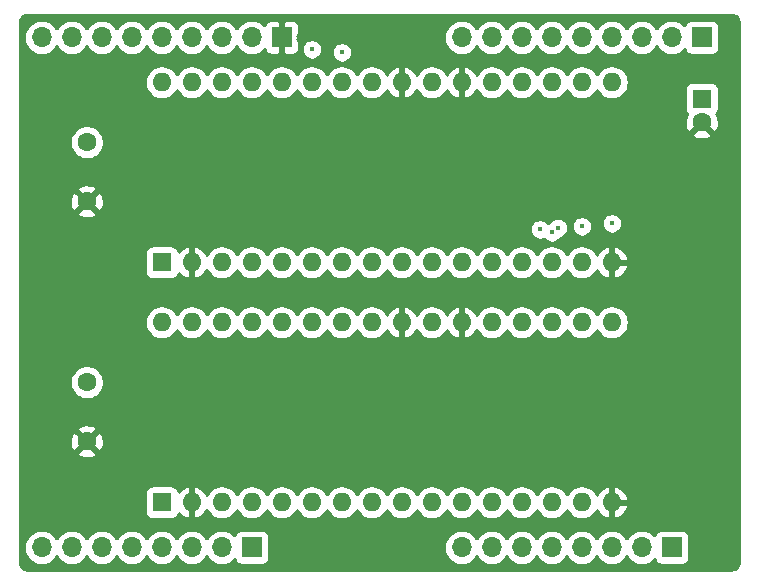
<source format=gbr>
G04 #@! TF.GenerationSoftware,KiCad,Pcbnew,(5.1.0-0)*
G04 #@! TF.CreationDate,2019-10-08T22:08:56-07:00*
G04 #@! TF.ProjectId,InstructionROMDaughterBoard,496e7374-7275-4637-9469-6f6e524f4d44,rev?*
G04 #@! TF.SameCoordinates,Original*
G04 #@! TF.FileFunction,Copper,L2,Inr*
G04 #@! TF.FilePolarity,Positive*
%FSLAX46Y46*%
G04 Gerber Fmt 4.6, Leading zero omitted, Abs format (unit mm)*
G04 Created by KiCad (PCBNEW (5.1.0-0)) date 2019-10-08 22:08:56*
%MOMM*%
%LPD*%
G04 APERTURE LIST*
%ADD10C,1.600000*%
%ADD11R,1.600000X1.600000*%
%ADD12O,1.600000X1.600000*%
%ADD13O,1.700000X1.700000*%
%ADD14R,1.700000X1.700000*%
%ADD15C,0.450000*%
%ADD16C,0.254000*%
G04 APERTURE END LIST*
D10*
X170180000Y-63087000D03*
D11*
X170180000Y-61087000D03*
D12*
X124460000Y-80010000D03*
X162560000Y-95250000D03*
X127000000Y-80010000D03*
X160020000Y-95250000D03*
X129540000Y-80010000D03*
X157480000Y-95250000D03*
X132080000Y-80010000D03*
X154940000Y-95250000D03*
X134620000Y-80010000D03*
X152400000Y-95250000D03*
X137160000Y-80010000D03*
X149860000Y-95250000D03*
X139700000Y-80010000D03*
X147320000Y-95250000D03*
X142240000Y-80010000D03*
X144780000Y-95250000D03*
X144780000Y-80010000D03*
X142240000Y-95250000D03*
X147320000Y-80010000D03*
X139700000Y-95250000D03*
X149860000Y-80010000D03*
X137160000Y-95250000D03*
X152400000Y-80010000D03*
X134620000Y-95250000D03*
X154940000Y-80010000D03*
X132080000Y-95250000D03*
X157480000Y-80010000D03*
X129540000Y-95250000D03*
X160020000Y-80010000D03*
X127000000Y-95250000D03*
X162560000Y-80010000D03*
D11*
X124460000Y-95250000D03*
D12*
X124460000Y-59690000D03*
X162560000Y-74930000D03*
X127000000Y-59690000D03*
X160020000Y-74930000D03*
X129540000Y-59690000D03*
X157480000Y-74930000D03*
X132080000Y-59690000D03*
X154940000Y-74930000D03*
X134620000Y-59690000D03*
X152400000Y-74930000D03*
X137160000Y-59690000D03*
X149860000Y-74930000D03*
X139700000Y-59690000D03*
X147320000Y-74930000D03*
X142240000Y-59690000D03*
X144780000Y-74930000D03*
X144780000Y-59690000D03*
X142240000Y-74930000D03*
X147320000Y-59690000D03*
X139700000Y-74930000D03*
X149860000Y-59690000D03*
X137160000Y-74930000D03*
X152400000Y-59690000D03*
X134620000Y-74930000D03*
X154940000Y-59690000D03*
X132080000Y-74930000D03*
X157480000Y-59690000D03*
X129540000Y-74930000D03*
X160020000Y-59690000D03*
X127000000Y-74930000D03*
X162560000Y-59690000D03*
D11*
X124460000Y-74930000D03*
D13*
X114300000Y-99060000D03*
X116840000Y-99060000D03*
X119380000Y-99060000D03*
X121920000Y-99060000D03*
X124460000Y-99060000D03*
X127000000Y-99060000D03*
X129540000Y-99060000D03*
D14*
X132080000Y-99060000D03*
D13*
X149860000Y-99060000D03*
X152400000Y-99060000D03*
X154940000Y-99060000D03*
X157480000Y-99060000D03*
X160020000Y-99060000D03*
X162560000Y-99060000D03*
X165100000Y-99060000D03*
D14*
X167640000Y-99060000D03*
D13*
X114300000Y-55880000D03*
X116840000Y-55880000D03*
X119380000Y-55880000D03*
X121920000Y-55880000D03*
X124460000Y-55880000D03*
X127000000Y-55880000D03*
X129540000Y-55880000D03*
X132080000Y-55880000D03*
D14*
X134620000Y-55880000D03*
D13*
X149860000Y-55880000D03*
X152400000Y-55880000D03*
X154940000Y-55880000D03*
X157480000Y-55880000D03*
X160020000Y-55880000D03*
X162560000Y-55880000D03*
X165100000Y-55880000D03*
X167640000Y-55880000D03*
D14*
X170180000Y-55880000D03*
D10*
X118110000Y-90090000D03*
X118110000Y-85090000D03*
X118110000Y-69770000D03*
X118110000Y-64770000D03*
D15*
X139700000Y-57150000D03*
X137160000Y-56896000D03*
X156464000Y-72136000D03*
X157480000Y-72390000D03*
X157988000Y-72009000D03*
X160020000Y-71882000D03*
X162560000Y-71628000D03*
D16*
G36*
X172837869Y-54014722D02*
G01*
X172951246Y-54048953D01*
X173055819Y-54104555D01*
X173147596Y-54179407D01*
X173223091Y-54270664D01*
X173279419Y-54374844D01*
X173314440Y-54487976D01*
X173330001Y-54636031D01*
X173330000Y-100297721D01*
X173315278Y-100447869D01*
X173281047Y-100561246D01*
X173225446Y-100665817D01*
X173150594Y-100757595D01*
X173059335Y-100833091D01*
X172955160Y-100889419D01*
X172842024Y-100924440D01*
X172693979Y-100940000D01*
X113062279Y-100940000D01*
X112912131Y-100925278D01*
X112798754Y-100891047D01*
X112694183Y-100835446D01*
X112602405Y-100760594D01*
X112526909Y-100669335D01*
X112470581Y-100565160D01*
X112435560Y-100452024D01*
X112420000Y-100303979D01*
X112420000Y-99060000D01*
X112807815Y-99060000D01*
X112836487Y-99351111D01*
X112921401Y-99631034D01*
X113059294Y-99889014D01*
X113244866Y-100115134D01*
X113470986Y-100300706D01*
X113728966Y-100438599D01*
X114008889Y-100523513D01*
X114227050Y-100545000D01*
X114372950Y-100545000D01*
X114591111Y-100523513D01*
X114871034Y-100438599D01*
X115129014Y-100300706D01*
X115355134Y-100115134D01*
X115540706Y-99889014D01*
X115570000Y-99834209D01*
X115599294Y-99889014D01*
X115784866Y-100115134D01*
X116010986Y-100300706D01*
X116268966Y-100438599D01*
X116548889Y-100523513D01*
X116767050Y-100545000D01*
X116912950Y-100545000D01*
X117131111Y-100523513D01*
X117411034Y-100438599D01*
X117669014Y-100300706D01*
X117895134Y-100115134D01*
X118080706Y-99889014D01*
X118110000Y-99834209D01*
X118139294Y-99889014D01*
X118324866Y-100115134D01*
X118550986Y-100300706D01*
X118808966Y-100438599D01*
X119088889Y-100523513D01*
X119307050Y-100545000D01*
X119452950Y-100545000D01*
X119671111Y-100523513D01*
X119951034Y-100438599D01*
X120209014Y-100300706D01*
X120435134Y-100115134D01*
X120620706Y-99889014D01*
X120650000Y-99834209D01*
X120679294Y-99889014D01*
X120864866Y-100115134D01*
X121090986Y-100300706D01*
X121348966Y-100438599D01*
X121628889Y-100523513D01*
X121847050Y-100545000D01*
X121992950Y-100545000D01*
X122211111Y-100523513D01*
X122491034Y-100438599D01*
X122749014Y-100300706D01*
X122975134Y-100115134D01*
X123160706Y-99889014D01*
X123190000Y-99834209D01*
X123219294Y-99889014D01*
X123404866Y-100115134D01*
X123630986Y-100300706D01*
X123888966Y-100438599D01*
X124168889Y-100523513D01*
X124387050Y-100545000D01*
X124532950Y-100545000D01*
X124751111Y-100523513D01*
X125031034Y-100438599D01*
X125289014Y-100300706D01*
X125515134Y-100115134D01*
X125700706Y-99889014D01*
X125730000Y-99834209D01*
X125759294Y-99889014D01*
X125944866Y-100115134D01*
X126170986Y-100300706D01*
X126428966Y-100438599D01*
X126708889Y-100523513D01*
X126927050Y-100545000D01*
X127072950Y-100545000D01*
X127291111Y-100523513D01*
X127571034Y-100438599D01*
X127829014Y-100300706D01*
X128055134Y-100115134D01*
X128240706Y-99889014D01*
X128270000Y-99834209D01*
X128299294Y-99889014D01*
X128484866Y-100115134D01*
X128710986Y-100300706D01*
X128968966Y-100438599D01*
X129248889Y-100523513D01*
X129467050Y-100545000D01*
X129612950Y-100545000D01*
X129831111Y-100523513D01*
X130111034Y-100438599D01*
X130369014Y-100300706D01*
X130595134Y-100115134D01*
X130619607Y-100085313D01*
X130640498Y-100154180D01*
X130699463Y-100264494D01*
X130778815Y-100361185D01*
X130875506Y-100440537D01*
X130985820Y-100499502D01*
X131105518Y-100535812D01*
X131230000Y-100548072D01*
X132930000Y-100548072D01*
X133054482Y-100535812D01*
X133174180Y-100499502D01*
X133284494Y-100440537D01*
X133381185Y-100361185D01*
X133460537Y-100264494D01*
X133519502Y-100154180D01*
X133555812Y-100034482D01*
X133568072Y-99910000D01*
X133568072Y-99060000D01*
X148367815Y-99060000D01*
X148396487Y-99351111D01*
X148481401Y-99631034D01*
X148619294Y-99889014D01*
X148804866Y-100115134D01*
X149030986Y-100300706D01*
X149288966Y-100438599D01*
X149568889Y-100523513D01*
X149787050Y-100545000D01*
X149932950Y-100545000D01*
X150151111Y-100523513D01*
X150431034Y-100438599D01*
X150689014Y-100300706D01*
X150915134Y-100115134D01*
X151100706Y-99889014D01*
X151130000Y-99834209D01*
X151159294Y-99889014D01*
X151344866Y-100115134D01*
X151570986Y-100300706D01*
X151828966Y-100438599D01*
X152108889Y-100523513D01*
X152327050Y-100545000D01*
X152472950Y-100545000D01*
X152691111Y-100523513D01*
X152971034Y-100438599D01*
X153229014Y-100300706D01*
X153455134Y-100115134D01*
X153640706Y-99889014D01*
X153670000Y-99834209D01*
X153699294Y-99889014D01*
X153884866Y-100115134D01*
X154110986Y-100300706D01*
X154368966Y-100438599D01*
X154648889Y-100523513D01*
X154867050Y-100545000D01*
X155012950Y-100545000D01*
X155231111Y-100523513D01*
X155511034Y-100438599D01*
X155769014Y-100300706D01*
X155995134Y-100115134D01*
X156180706Y-99889014D01*
X156210000Y-99834209D01*
X156239294Y-99889014D01*
X156424866Y-100115134D01*
X156650986Y-100300706D01*
X156908966Y-100438599D01*
X157188889Y-100523513D01*
X157407050Y-100545000D01*
X157552950Y-100545000D01*
X157771111Y-100523513D01*
X158051034Y-100438599D01*
X158309014Y-100300706D01*
X158535134Y-100115134D01*
X158720706Y-99889014D01*
X158750000Y-99834209D01*
X158779294Y-99889014D01*
X158964866Y-100115134D01*
X159190986Y-100300706D01*
X159448966Y-100438599D01*
X159728889Y-100523513D01*
X159947050Y-100545000D01*
X160092950Y-100545000D01*
X160311111Y-100523513D01*
X160591034Y-100438599D01*
X160849014Y-100300706D01*
X161075134Y-100115134D01*
X161260706Y-99889014D01*
X161290000Y-99834209D01*
X161319294Y-99889014D01*
X161504866Y-100115134D01*
X161730986Y-100300706D01*
X161988966Y-100438599D01*
X162268889Y-100523513D01*
X162487050Y-100545000D01*
X162632950Y-100545000D01*
X162851111Y-100523513D01*
X163131034Y-100438599D01*
X163389014Y-100300706D01*
X163615134Y-100115134D01*
X163800706Y-99889014D01*
X163830000Y-99834209D01*
X163859294Y-99889014D01*
X164044866Y-100115134D01*
X164270986Y-100300706D01*
X164528966Y-100438599D01*
X164808889Y-100523513D01*
X165027050Y-100545000D01*
X165172950Y-100545000D01*
X165391111Y-100523513D01*
X165671034Y-100438599D01*
X165929014Y-100300706D01*
X166155134Y-100115134D01*
X166179607Y-100085313D01*
X166200498Y-100154180D01*
X166259463Y-100264494D01*
X166338815Y-100361185D01*
X166435506Y-100440537D01*
X166545820Y-100499502D01*
X166665518Y-100535812D01*
X166790000Y-100548072D01*
X168490000Y-100548072D01*
X168614482Y-100535812D01*
X168734180Y-100499502D01*
X168844494Y-100440537D01*
X168941185Y-100361185D01*
X169020537Y-100264494D01*
X169079502Y-100154180D01*
X169115812Y-100034482D01*
X169128072Y-99910000D01*
X169128072Y-98210000D01*
X169115812Y-98085518D01*
X169079502Y-97965820D01*
X169020537Y-97855506D01*
X168941185Y-97758815D01*
X168844494Y-97679463D01*
X168734180Y-97620498D01*
X168614482Y-97584188D01*
X168490000Y-97571928D01*
X166790000Y-97571928D01*
X166665518Y-97584188D01*
X166545820Y-97620498D01*
X166435506Y-97679463D01*
X166338815Y-97758815D01*
X166259463Y-97855506D01*
X166200498Y-97965820D01*
X166179607Y-98034687D01*
X166155134Y-98004866D01*
X165929014Y-97819294D01*
X165671034Y-97681401D01*
X165391111Y-97596487D01*
X165172950Y-97575000D01*
X165027050Y-97575000D01*
X164808889Y-97596487D01*
X164528966Y-97681401D01*
X164270986Y-97819294D01*
X164044866Y-98004866D01*
X163859294Y-98230986D01*
X163830000Y-98285791D01*
X163800706Y-98230986D01*
X163615134Y-98004866D01*
X163389014Y-97819294D01*
X163131034Y-97681401D01*
X162851111Y-97596487D01*
X162632950Y-97575000D01*
X162487050Y-97575000D01*
X162268889Y-97596487D01*
X161988966Y-97681401D01*
X161730986Y-97819294D01*
X161504866Y-98004866D01*
X161319294Y-98230986D01*
X161290000Y-98285791D01*
X161260706Y-98230986D01*
X161075134Y-98004866D01*
X160849014Y-97819294D01*
X160591034Y-97681401D01*
X160311111Y-97596487D01*
X160092950Y-97575000D01*
X159947050Y-97575000D01*
X159728889Y-97596487D01*
X159448966Y-97681401D01*
X159190986Y-97819294D01*
X158964866Y-98004866D01*
X158779294Y-98230986D01*
X158750000Y-98285791D01*
X158720706Y-98230986D01*
X158535134Y-98004866D01*
X158309014Y-97819294D01*
X158051034Y-97681401D01*
X157771111Y-97596487D01*
X157552950Y-97575000D01*
X157407050Y-97575000D01*
X157188889Y-97596487D01*
X156908966Y-97681401D01*
X156650986Y-97819294D01*
X156424866Y-98004866D01*
X156239294Y-98230986D01*
X156210000Y-98285791D01*
X156180706Y-98230986D01*
X155995134Y-98004866D01*
X155769014Y-97819294D01*
X155511034Y-97681401D01*
X155231111Y-97596487D01*
X155012950Y-97575000D01*
X154867050Y-97575000D01*
X154648889Y-97596487D01*
X154368966Y-97681401D01*
X154110986Y-97819294D01*
X153884866Y-98004866D01*
X153699294Y-98230986D01*
X153670000Y-98285791D01*
X153640706Y-98230986D01*
X153455134Y-98004866D01*
X153229014Y-97819294D01*
X152971034Y-97681401D01*
X152691111Y-97596487D01*
X152472950Y-97575000D01*
X152327050Y-97575000D01*
X152108889Y-97596487D01*
X151828966Y-97681401D01*
X151570986Y-97819294D01*
X151344866Y-98004866D01*
X151159294Y-98230986D01*
X151130000Y-98285791D01*
X151100706Y-98230986D01*
X150915134Y-98004866D01*
X150689014Y-97819294D01*
X150431034Y-97681401D01*
X150151111Y-97596487D01*
X149932950Y-97575000D01*
X149787050Y-97575000D01*
X149568889Y-97596487D01*
X149288966Y-97681401D01*
X149030986Y-97819294D01*
X148804866Y-98004866D01*
X148619294Y-98230986D01*
X148481401Y-98488966D01*
X148396487Y-98768889D01*
X148367815Y-99060000D01*
X133568072Y-99060000D01*
X133568072Y-98210000D01*
X133555812Y-98085518D01*
X133519502Y-97965820D01*
X133460537Y-97855506D01*
X133381185Y-97758815D01*
X133284494Y-97679463D01*
X133174180Y-97620498D01*
X133054482Y-97584188D01*
X132930000Y-97571928D01*
X131230000Y-97571928D01*
X131105518Y-97584188D01*
X130985820Y-97620498D01*
X130875506Y-97679463D01*
X130778815Y-97758815D01*
X130699463Y-97855506D01*
X130640498Y-97965820D01*
X130619607Y-98034687D01*
X130595134Y-98004866D01*
X130369014Y-97819294D01*
X130111034Y-97681401D01*
X129831111Y-97596487D01*
X129612950Y-97575000D01*
X129467050Y-97575000D01*
X129248889Y-97596487D01*
X128968966Y-97681401D01*
X128710986Y-97819294D01*
X128484866Y-98004866D01*
X128299294Y-98230986D01*
X128270000Y-98285791D01*
X128240706Y-98230986D01*
X128055134Y-98004866D01*
X127829014Y-97819294D01*
X127571034Y-97681401D01*
X127291111Y-97596487D01*
X127072950Y-97575000D01*
X126927050Y-97575000D01*
X126708889Y-97596487D01*
X126428966Y-97681401D01*
X126170986Y-97819294D01*
X125944866Y-98004866D01*
X125759294Y-98230986D01*
X125730000Y-98285791D01*
X125700706Y-98230986D01*
X125515134Y-98004866D01*
X125289014Y-97819294D01*
X125031034Y-97681401D01*
X124751111Y-97596487D01*
X124532950Y-97575000D01*
X124387050Y-97575000D01*
X124168889Y-97596487D01*
X123888966Y-97681401D01*
X123630986Y-97819294D01*
X123404866Y-98004866D01*
X123219294Y-98230986D01*
X123190000Y-98285791D01*
X123160706Y-98230986D01*
X122975134Y-98004866D01*
X122749014Y-97819294D01*
X122491034Y-97681401D01*
X122211111Y-97596487D01*
X121992950Y-97575000D01*
X121847050Y-97575000D01*
X121628889Y-97596487D01*
X121348966Y-97681401D01*
X121090986Y-97819294D01*
X120864866Y-98004866D01*
X120679294Y-98230986D01*
X120650000Y-98285791D01*
X120620706Y-98230986D01*
X120435134Y-98004866D01*
X120209014Y-97819294D01*
X119951034Y-97681401D01*
X119671111Y-97596487D01*
X119452950Y-97575000D01*
X119307050Y-97575000D01*
X119088889Y-97596487D01*
X118808966Y-97681401D01*
X118550986Y-97819294D01*
X118324866Y-98004866D01*
X118139294Y-98230986D01*
X118110000Y-98285791D01*
X118080706Y-98230986D01*
X117895134Y-98004866D01*
X117669014Y-97819294D01*
X117411034Y-97681401D01*
X117131111Y-97596487D01*
X116912950Y-97575000D01*
X116767050Y-97575000D01*
X116548889Y-97596487D01*
X116268966Y-97681401D01*
X116010986Y-97819294D01*
X115784866Y-98004866D01*
X115599294Y-98230986D01*
X115570000Y-98285791D01*
X115540706Y-98230986D01*
X115355134Y-98004866D01*
X115129014Y-97819294D01*
X114871034Y-97681401D01*
X114591111Y-97596487D01*
X114372950Y-97575000D01*
X114227050Y-97575000D01*
X114008889Y-97596487D01*
X113728966Y-97681401D01*
X113470986Y-97819294D01*
X113244866Y-98004866D01*
X113059294Y-98230986D01*
X112921401Y-98488966D01*
X112836487Y-98768889D01*
X112807815Y-99060000D01*
X112420000Y-99060000D01*
X112420000Y-94450000D01*
X123021928Y-94450000D01*
X123021928Y-96050000D01*
X123034188Y-96174482D01*
X123070498Y-96294180D01*
X123129463Y-96404494D01*
X123208815Y-96501185D01*
X123305506Y-96580537D01*
X123415820Y-96639502D01*
X123535518Y-96675812D01*
X123660000Y-96688072D01*
X125260000Y-96688072D01*
X125384482Y-96675812D01*
X125504180Y-96639502D01*
X125614494Y-96580537D01*
X125711185Y-96501185D01*
X125790537Y-96404494D01*
X125849502Y-96294180D01*
X125885812Y-96174482D01*
X125888231Y-96149920D01*
X126036586Y-96313519D01*
X126262580Y-96481037D01*
X126516913Y-96601246D01*
X126650961Y-96641904D01*
X126873000Y-96519915D01*
X126873000Y-95377000D01*
X126853000Y-95377000D01*
X126853000Y-95123000D01*
X126873000Y-95123000D01*
X126873000Y-93980085D01*
X127127000Y-93980085D01*
X127127000Y-95123000D01*
X127147000Y-95123000D01*
X127147000Y-95377000D01*
X127127000Y-95377000D01*
X127127000Y-96519915D01*
X127349039Y-96641904D01*
X127483087Y-96601246D01*
X127737420Y-96481037D01*
X127963414Y-96313519D01*
X128152385Y-96105131D01*
X128267421Y-95913318D01*
X128341068Y-96051101D01*
X128520392Y-96269608D01*
X128738899Y-96448932D01*
X128988192Y-96582182D01*
X129258691Y-96664236D01*
X129469508Y-96685000D01*
X129610492Y-96685000D01*
X129821309Y-96664236D01*
X130091808Y-96582182D01*
X130341101Y-96448932D01*
X130559608Y-96269608D01*
X130738932Y-96051101D01*
X130810000Y-95918142D01*
X130881068Y-96051101D01*
X131060392Y-96269608D01*
X131278899Y-96448932D01*
X131528192Y-96582182D01*
X131798691Y-96664236D01*
X132009508Y-96685000D01*
X132150492Y-96685000D01*
X132361309Y-96664236D01*
X132631808Y-96582182D01*
X132881101Y-96448932D01*
X133099608Y-96269608D01*
X133278932Y-96051101D01*
X133350000Y-95918142D01*
X133421068Y-96051101D01*
X133600392Y-96269608D01*
X133818899Y-96448932D01*
X134068192Y-96582182D01*
X134338691Y-96664236D01*
X134549508Y-96685000D01*
X134690492Y-96685000D01*
X134901309Y-96664236D01*
X135171808Y-96582182D01*
X135421101Y-96448932D01*
X135639608Y-96269608D01*
X135818932Y-96051101D01*
X135890000Y-95918142D01*
X135961068Y-96051101D01*
X136140392Y-96269608D01*
X136358899Y-96448932D01*
X136608192Y-96582182D01*
X136878691Y-96664236D01*
X137089508Y-96685000D01*
X137230492Y-96685000D01*
X137441309Y-96664236D01*
X137711808Y-96582182D01*
X137961101Y-96448932D01*
X138179608Y-96269608D01*
X138358932Y-96051101D01*
X138430000Y-95918142D01*
X138501068Y-96051101D01*
X138680392Y-96269608D01*
X138898899Y-96448932D01*
X139148192Y-96582182D01*
X139418691Y-96664236D01*
X139629508Y-96685000D01*
X139770492Y-96685000D01*
X139981309Y-96664236D01*
X140251808Y-96582182D01*
X140501101Y-96448932D01*
X140719608Y-96269608D01*
X140898932Y-96051101D01*
X140970000Y-95918142D01*
X141041068Y-96051101D01*
X141220392Y-96269608D01*
X141438899Y-96448932D01*
X141688192Y-96582182D01*
X141958691Y-96664236D01*
X142169508Y-96685000D01*
X142310492Y-96685000D01*
X142521309Y-96664236D01*
X142791808Y-96582182D01*
X143041101Y-96448932D01*
X143259608Y-96269608D01*
X143438932Y-96051101D01*
X143510000Y-95918142D01*
X143581068Y-96051101D01*
X143760392Y-96269608D01*
X143978899Y-96448932D01*
X144228192Y-96582182D01*
X144498691Y-96664236D01*
X144709508Y-96685000D01*
X144850492Y-96685000D01*
X145061309Y-96664236D01*
X145331808Y-96582182D01*
X145581101Y-96448932D01*
X145799608Y-96269608D01*
X145978932Y-96051101D01*
X146050000Y-95918142D01*
X146121068Y-96051101D01*
X146300392Y-96269608D01*
X146518899Y-96448932D01*
X146768192Y-96582182D01*
X147038691Y-96664236D01*
X147249508Y-96685000D01*
X147390492Y-96685000D01*
X147601309Y-96664236D01*
X147871808Y-96582182D01*
X148121101Y-96448932D01*
X148339608Y-96269608D01*
X148518932Y-96051101D01*
X148590000Y-95918142D01*
X148661068Y-96051101D01*
X148840392Y-96269608D01*
X149058899Y-96448932D01*
X149308192Y-96582182D01*
X149578691Y-96664236D01*
X149789508Y-96685000D01*
X149930492Y-96685000D01*
X150141309Y-96664236D01*
X150411808Y-96582182D01*
X150661101Y-96448932D01*
X150879608Y-96269608D01*
X151058932Y-96051101D01*
X151130000Y-95918142D01*
X151201068Y-96051101D01*
X151380392Y-96269608D01*
X151598899Y-96448932D01*
X151848192Y-96582182D01*
X152118691Y-96664236D01*
X152329508Y-96685000D01*
X152470492Y-96685000D01*
X152681309Y-96664236D01*
X152951808Y-96582182D01*
X153201101Y-96448932D01*
X153419608Y-96269608D01*
X153598932Y-96051101D01*
X153670000Y-95918142D01*
X153741068Y-96051101D01*
X153920392Y-96269608D01*
X154138899Y-96448932D01*
X154388192Y-96582182D01*
X154658691Y-96664236D01*
X154869508Y-96685000D01*
X155010492Y-96685000D01*
X155221309Y-96664236D01*
X155491808Y-96582182D01*
X155741101Y-96448932D01*
X155959608Y-96269608D01*
X156138932Y-96051101D01*
X156210000Y-95918142D01*
X156281068Y-96051101D01*
X156460392Y-96269608D01*
X156678899Y-96448932D01*
X156928192Y-96582182D01*
X157198691Y-96664236D01*
X157409508Y-96685000D01*
X157550492Y-96685000D01*
X157761309Y-96664236D01*
X158031808Y-96582182D01*
X158281101Y-96448932D01*
X158499608Y-96269608D01*
X158678932Y-96051101D01*
X158750000Y-95918142D01*
X158821068Y-96051101D01*
X159000392Y-96269608D01*
X159218899Y-96448932D01*
X159468192Y-96582182D01*
X159738691Y-96664236D01*
X159949508Y-96685000D01*
X160090492Y-96685000D01*
X160301309Y-96664236D01*
X160571808Y-96582182D01*
X160821101Y-96448932D01*
X161039608Y-96269608D01*
X161218932Y-96051101D01*
X161292579Y-95913318D01*
X161407615Y-96105131D01*
X161596586Y-96313519D01*
X161822580Y-96481037D01*
X162076913Y-96601246D01*
X162210961Y-96641904D01*
X162433000Y-96519915D01*
X162433000Y-95377000D01*
X162687000Y-95377000D01*
X162687000Y-96519915D01*
X162909039Y-96641904D01*
X163043087Y-96601246D01*
X163297420Y-96481037D01*
X163523414Y-96313519D01*
X163712385Y-96105131D01*
X163857070Y-95863881D01*
X163951909Y-95599040D01*
X163830624Y-95377000D01*
X162687000Y-95377000D01*
X162433000Y-95377000D01*
X162413000Y-95377000D01*
X162413000Y-95123000D01*
X162433000Y-95123000D01*
X162433000Y-93980085D01*
X162687000Y-93980085D01*
X162687000Y-95123000D01*
X163830624Y-95123000D01*
X163951909Y-94900960D01*
X163857070Y-94636119D01*
X163712385Y-94394869D01*
X163523414Y-94186481D01*
X163297420Y-94018963D01*
X163043087Y-93898754D01*
X162909039Y-93858096D01*
X162687000Y-93980085D01*
X162433000Y-93980085D01*
X162210961Y-93858096D01*
X162076913Y-93898754D01*
X161822580Y-94018963D01*
X161596586Y-94186481D01*
X161407615Y-94394869D01*
X161292579Y-94586682D01*
X161218932Y-94448899D01*
X161039608Y-94230392D01*
X160821101Y-94051068D01*
X160571808Y-93917818D01*
X160301309Y-93835764D01*
X160090492Y-93815000D01*
X159949508Y-93815000D01*
X159738691Y-93835764D01*
X159468192Y-93917818D01*
X159218899Y-94051068D01*
X159000392Y-94230392D01*
X158821068Y-94448899D01*
X158750000Y-94581858D01*
X158678932Y-94448899D01*
X158499608Y-94230392D01*
X158281101Y-94051068D01*
X158031808Y-93917818D01*
X157761309Y-93835764D01*
X157550492Y-93815000D01*
X157409508Y-93815000D01*
X157198691Y-93835764D01*
X156928192Y-93917818D01*
X156678899Y-94051068D01*
X156460392Y-94230392D01*
X156281068Y-94448899D01*
X156210000Y-94581858D01*
X156138932Y-94448899D01*
X155959608Y-94230392D01*
X155741101Y-94051068D01*
X155491808Y-93917818D01*
X155221309Y-93835764D01*
X155010492Y-93815000D01*
X154869508Y-93815000D01*
X154658691Y-93835764D01*
X154388192Y-93917818D01*
X154138899Y-94051068D01*
X153920392Y-94230392D01*
X153741068Y-94448899D01*
X153670000Y-94581858D01*
X153598932Y-94448899D01*
X153419608Y-94230392D01*
X153201101Y-94051068D01*
X152951808Y-93917818D01*
X152681309Y-93835764D01*
X152470492Y-93815000D01*
X152329508Y-93815000D01*
X152118691Y-93835764D01*
X151848192Y-93917818D01*
X151598899Y-94051068D01*
X151380392Y-94230392D01*
X151201068Y-94448899D01*
X151130000Y-94581858D01*
X151058932Y-94448899D01*
X150879608Y-94230392D01*
X150661101Y-94051068D01*
X150411808Y-93917818D01*
X150141309Y-93835764D01*
X149930492Y-93815000D01*
X149789508Y-93815000D01*
X149578691Y-93835764D01*
X149308192Y-93917818D01*
X149058899Y-94051068D01*
X148840392Y-94230392D01*
X148661068Y-94448899D01*
X148590000Y-94581858D01*
X148518932Y-94448899D01*
X148339608Y-94230392D01*
X148121101Y-94051068D01*
X147871808Y-93917818D01*
X147601309Y-93835764D01*
X147390492Y-93815000D01*
X147249508Y-93815000D01*
X147038691Y-93835764D01*
X146768192Y-93917818D01*
X146518899Y-94051068D01*
X146300392Y-94230392D01*
X146121068Y-94448899D01*
X146050000Y-94581858D01*
X145978932Y-94448899D01*
X145799608Y-94230392D01*
X145581101Y-94051068D01*
X145331808Y-93917818D01*
X145061309Y-93835764D01*
X144850492Y-93815000D01*
X144709508Y-93815000D01*
X144498691Y-93835764D01*
X144228192Y-93917818D01*
X143978899Y-94051068D01*
X143760392Y-94230392D01*
X143581068Y-94448899D01*
X143510000Y-94581858D01*
X143438932Y-94448899D01*
X143259608Y-94230392D01*
X143041101Y-94051068D01*
X142791808Y-93917818D01*
X142521309Y-93835764D01*
X142310492Y-93815000D01*
X142169508Y-93815000D01*
X141958691Y-93835764D01*
X141688192Y-93917818D01*
X141438899Y-94051068D01*
X141220392Y-94230392D01*
X141041068Y-94448899D01*
X140970000Y-94581858D01*
X140898932Y-94448899D01*
X140719608Y-94230392D01*
X140501101Y-94051068D01*
X140251808Y-93917818D01*
X139981309Y-93835764D01*
X139770492Y-93815000D01*
X139629508Y-93815000D01*
X139418691Y-93835764D01*
X139148192Y-93917818D01*
X138898899Y-94051068D01*
X138680392Y-94230392D01*
X138501068Y-94448899D01*
X138430000Y-94581858D01*
X138358932Y-94448899D01*
X138179608Y-94230392D01*
X137961101Y-94051068D01*
X137711808Y-93917818D01*
X137441309Y-93835764D01*
X137230492Y-93815000D01*
X137089508Y-93815000D01*
X136878691Y-93835764D01*
X136608192Y-93917818D01*
X136358899Y-94051068D01*
X136140392Y-94230392D01*
X135961068Y-94448899D01*
X135890000Y-94581858D01*
X135818932Y-94448899D01*
X135639608Y-94230392D01*
X135421101Y-94051068D01*
X135171808Y-93917818D01*
X134901309Y-93835764D01*
X134690492Y-93815000D01*
X134549508Y-93815000D01*
X134338691Y-93835764D01*
X134068192Y-93917818D01*
X133818899Y-94051068D01*
X133600392Y-94230392D01*
X133421068Y-94448899D01*
X133350000Y-94581858D01*
X133278932Y-94448899D01*
X133099608Y-94230392D01*
X132881101Y-94051068D01*
X132631808Y-93917818D01*
X132361309Y-93835764D01*
X132150492Y-93815000D01*
X132009508Y-93815000D01*
X131798691Y-93835764D01*
X131528192Y-93917818D01*
X131278899Y-94051068D01*
X131060392Y-94230392D01*
X130881068Y-94448899D01*
X130810000Y-94581858D01*
X130738932Y-94448899D01*
X130559608Y-94230392D01*
X130341101Y-94051068D01*
X130091808Y-93917818D01*
X129821309Y-93835764D01*
X129610492Y-93815000D01*
X129469508Y-93815000D01*
X129258691Y-93835764D01*
X128988192Y-93917818D01*
X128738899Y-94051068D01*
X128520392Y-94230392D01*
X128341068Y-94448899D01*
X128267421Y-94586682D01*
X128152385Y-94394869D01*
X127963414Y-94186481D01*
X127737420Y-94018963D01*
X127483087Y-93898754D01*
X127349039Y-93858096D01*
X127127000Y-93980085D01*
X126873000Y-93980085D01*
X126650961Y-93858096D01*
X126516913Y-93898754D01*
X126262580Y-94018963D01*
X126036586Y-94186481D01*
X125888231Y-94350080D01*
X125885812Y-94325518D01*
X125849502Y-94205820D01*
X125790537Y-94095506D01*
X125711185Y-93998815D01*
X125614494Y-93919463D01*
X125504180Y-93860498D01*
X125384482Y-93824188D01*
X125260000Y-93811928D01*
X123660000Y-93811928D01*
X123535518Y-93824188D01*
X123415820Y-93860498D01*
X123305506Y-93919463D01*
X123208815Y-93998815D01*
X123129463Y-94095506D01*
X123070498Y-94205820D01*
X123034188Y-94325518D01*
X123021928Y-94450000D01*
X112420000Y-94450000D01*
X112420000Y-91082702D01*
X117296903Y-91082702D01*
X117368486Y-91326671D01*
X117623996Y-91447571D01*
X117898184Y-91516300D01*
X118180512Y-91530217D01*
X118460130Y-91488787D01*
X118726292Y-91393603D01*
X118851514Y-91326671D01*
X118923097Y-91082702D01*
X118110000Y-90269605D01*
X117296903Y-91082702D01*
X112420000Y-91082702D01*
X112420000Y-90160512D01*
X116669783Y-90160512D01*
X116711213Y-90440130D01*
X116806397Y-90706292D01*
X116873329Y-90831514D01*
X117117298Y-90903097D01*
X117930395Y-90090000D01*
X118289605Y-90090000D01*
X119102702Y-90903097D01*
X119346671Y-90831514D01*
X119467571Y-90576004D01*
X119536300Y-90301816D01*
X119550217Y-90019488D01*
X119508787Y-89739870D01*
X119413603Y-89473708D01*
X119346671Y-89348486D01*
X119102702Y-89276903D01*
X118289605Y-90090000D01*
X117930395Y-90090000D01*
X117117298Y-89276903D01*
X116873329Y-89348486D01*
X116752429Y-89603996D01*
X116683700Y-89878184D01*
X116669783Y-90160512D01*
X112420000Y-90160512D01*
X112420000Y-89097298D01*
X117296903Y-89097298D01*
X118110000Y-89910395D01*
X118923097Y-89097298D01*
X118851514Y-88853329D01*
X118596004Y-88732429D01*
X118321816Y-88663700D01*
X118039488Y-88649783D01*
X117759870Y-88691213D01*
X117493708Y-88786397D01*
X117368486Y-88853329D01*
X117296903Y-89097298D01*
X112420000Y-89097298D01*
X112420000Y-84948665D01*
X116675000Y-84948665D01*
X116675000Y-85231335D01*
X116730147Y-85508574D01*
X116838320Y-85769727D01*
X116995363Y-86004759D01*
X117195241Y-86204637D01*
X117430273Y-86361680D01*
X117691426Y-86469853D01*
X117968665Y-86525000D01*
X118251335Y-86525000D01*
X118528574Y-86469853D01*
X118789727Y-86361680D01*
X119024759Y-86204637D01*
X119224637Y-86004759D01*
X119381680Y-85769727D01*
X119489853Y-85508574D01*
X119545000Y-85231335D01*
X119545000Y-84948665D01*
X119489853Y-84671426D01*
X119381680Y-84410273D01*
X119224637Y-84175241D01*
X119024759Y-83975363D01*
X118789727Y-83818320D01*
X118528574Y-83710147D01*
X118251335Y-83655000D01*
X117968665Y-83655000D01*
X117691426Y-83710147D01*
X117430273Y-83818320D01*
X117195241Y-83975363D01*
X116995363Y-84175241D01*
X116838320Y-84410273D01*
X116730147Y-84671426D01*
X116675000Y-84948665D01*
X112420000Y-84948665D01*
X112420000Y-80010000D01*
X123018057Y-80010000D01*
X123045764Y-80291309D01*
X123127818Y-80561808D01*
X123261068Y-80811101D01*
X123440392Y-81029608D01*
X123658899Y-81208932D01*
X123908192Y-81342182D01*
X124178691Y-81424236D01*
X124389508Y-81445000D01*
X124530492Y-81445000D01*
X124741309Y-81424236D01*
X125011808Y-81342182D01*
X125261101Y-81208932D01*
X125479608Y-81029608D01*
X125658932Y-80811101D01*
X125730000Y-80678142D01*
X125801068Y-80811101D01*
X125980392Y-81029608D01*
X126198899Y-81208932D01*
X126448192Y-81342182D01*
X126718691Y-81424236D01*
X126929508Y-81445000D01*
X127070492Y-81445000D01*
X127281309Y-81424236D01*
X127551808Y-81342182D01*
X127801101Y-81208932D01*
X128019608Y-81029608D01*
X128198932Y-80811101D01*
X128270000Y-80678142D01*
X128341068Y-80811101D01*
X128520392Y-81029608D01*
X128738899Y-81208932D01*
X128988192Y-81342182D01*
X129258691Y-81424236D01*
X129469508Y-81445000D01*
X129610492Y-81445000D01*
X129821309Y-81424236D01*
X130091808Y-81342182D01*
X130341101Y-81208932D01*
X130559608Y-81029608D01*
X130738932Y-80811101D01*
X130810000Y-80678142D01*
X130881068Y-80811101D01*
X131060392Y-81029608D01*
X131278899Y-81208932D01*
X131528192Y-81342182D01*
X131798691Y-81424236D01*
X132009508Y-81445000D01*
X132150492Y-81445000D01*
X132361309Y-81424236D01*
X132631808Y-81342182D01*
X132881101Y-81208932D01*
X133099608Y-81029608D01*
X133278932Y-80811101D01*
X133350000Y-80678142D01*
X133421068Y-80811101D01*
X133600392Y-81029608D01*
X133818899Y-81208932D01*
X134068192Y-81342182D01*
X134338691Y-81424236D01*
X134549508Y-81445000D01*
X134690492Y-81445000D01*
X134901309Y-81424236D01*
X135171808Y-81342182D01*
X135421101Y-81208932D01*
X135639608Y-81029608D01*
X135818932Y-80811101D01*
X135890000Y-80678142D01*
X135961068Y-80811101D01*
X136140392Y-81029608D01*
X136358899Y-81208932D01*
X136608192Y-81342182D01*
X136878691Y-81424236D01*
X137089508Y-81445000D01*
X137230492Y-81445000D01*
X137441309Y-81424236D01*
X137711808Y-81342182D01*
X137961101Y-81208932D01*
X138179608Y-81029608D01*
X138358932Y-80811101D01*
X138430000Y-80678142D01*
X138501068Y-80811101D01*
X138680392Y-81029608D01*
X138898899Y-81208932D01*
X139148192Y-81342182D01*
X139418691Y-81424236D01*
X139629508Y-81445000D01*
X139770492Y-81445000D01*
X139981309Y-81424236D01*
X140251808Y-81342182D01*
X140501101Y-81208932D01*
X140719608Y-81029608D01*
X140898932Y-80811101D01*
X140970000Y-80678142D01*
X141041068Y-80811101D01*
X141220392Y-81029608D01*
X141438899Y-81208932D01*
X141688192Y-81342182D01*
X141958691Y-81424236D01*
X142169508Y-81445000D01*
X142310492Y-81445000D01*
X142521309Y-81424236D01*
X142791808Y-81342182D01*
X143041101Y-81208932D01*
X143259608Y-81029608D01*
X143438932Y-80811101D01*
X143512579Y-80673318D01*
X143627615Y-80865131D01*
X143816586Y-81073519D01*
X144042580Y-81241037D01*
X144296913Y-81361246D01*
X144430961Y-81401904D01*
X144653000Y-81279915D01*
X144653000Y-80137000D01*
X144633000Y-80137000D01*
X144633000Y-79883000D01*
X144653000Y-79883000D01*
X144653000Y-78740085D01*
X144907000Y-78740085D01*
X144907000Y-79883000D01*
X144927000Y-79883000D01*
X144927000Y-80137000D01*
X144907000Y-80137000D01*
X144907000Y-81279915D01*
X145129039Y-81401904D01*
X145263087Y-81361246D01*
X145517420Y-81241037D01*
X145743414Y-81073519D01*
X145932385Y-80865131D01*
X146047421Y-80673318D01*
X146121068Y-80811101D01*
X146300392Y-81029608D01*
X146518899Y-81208932D01*
X146768192Y-81342182D01*
X147038691Y-81424236D01*
X147249508Y-81445000D01*
X147390492Y-81445000D01*
X147601309Y-81424236D01*
X147871808Y-81342182D01*
X148121101Y-81208932D01*
X148339608Y-81029608D01*
X148518932Y-80811101D01*
X148592579Y-80673318D01*
X148707615Y-80865131D01*
X148896586Y-81073519D01*
X149122580Y-81241037D01*
X149376913Y-81361246D01*
X149510961Y-81401904D01*
X149733000Y-81279915D01*
X149733000Y-80137000D01*
X149713000Y-80137000D01*
X149713000Y-79883000D01*
X149733000Y-79883000D01*
X149733000Y-78740085D01*
X149987000Y-78740085D01*
X149987000Y-79883000D01*
X150007000Y-79883000D01*
X150007000Y-80137000D01*
X149987000Y-80137000D01*
X149987000Y-81279915D01*
X150209039Y-81401904D01*
X150343087Y-81361246D01*
X150597420Y-81241037D01*
X150823414Y-81073519D01*
X151012385Y-80865131D01*
X151127421Y-80673318D01*
X151201068Y-80811101D01*
X151380392Y-81029608D01*
X151598899Y-81208932D01*
X151848192Y-81342182D01*
X152118691Y-81424236D01*
X152329508Y-81445000D01*
X152470492Y-81445000D01*
X152681309Y-81424236D01*
X152951808Y-81342182D01*
X153201101Y-81208932D01*
X153419608Y-81029608D01*
X153598932Y-80811101D01*
X153670000Y-80678142D01*
X153741068Y-80811101D01*
X153920392Y-81029608D01*
X154138899Y-81208932D01*
X154388192Y-81342182D01*
X154658691Y-81424236D01*
X154869508Y-81445000D01*
X155010492Y-81445000D01*
X155221309Y-81424236D01*
X155491808Y-81342182D01*
X155741101Y-81208932D01*
X155959608Y-81029608D01*
X156138932Y-80811101D01*
X156210000Y-80678142D01*
X156281068Y-80811101D01*
X156460392Y-81029608D01*
X156678899Y-81208932D01*
X156928192Y-81342182D01*
X157198691Y-81424236D01*
X157409508Y-81445000D01*
X157550492Y-81445000D01*
X157761309Y-81424236D01*
X158031808Y-81342182D01*
X158281101Y-81208932D01*
X158499608Y-81029608D01*
X158678932Y-80811101D01*
X158750000Y-80678142D01*
X158821068Y-80811101D01*
X159000392Y-81029608D01*
X159218899Y-81208932D01*
X159468192Y-81342182D01*
X159738691Y-81424236D01*
X159949508Y-81445000D01*
X160090492Y-81445000D01*
X160301309Y-81424236D01*
X160571808Y-81342182D01*
X160821101Y-81208932D01*
X161039608Y-81029608D01*
X161218932Y-80811101D01*
X161290000Y-80678142D01*
X161361068Y-80811101D01*
X161540392Y-81029608D01*
X161758899Y-81208932D01*
X162008192Y-81342182D01*
X162278691Y-81424236D01*
X162489508Y-81445000D01*
X162630492Y-81445000D01*
X162841309Y-81424236D01*
X163111808Y-81342182D01*
X163361101Y-81208932D01*
X163579608Y-81029608D01*
X163758932Y-80811101D01*
X163892182Y-80561808D01*
X163974236Y-80291309D01*
X164001943Y-80010000D01*
X163974236Y-79728691D01*
X163892182Y-79458192D01*
X163758932Y-79208899D01*
X163579608Y-78990392D01*
X163361101Y-78811068D01*
X163111808Y-78677818D01*
X162841309Y-78595764D01*
X162630492Y-78575000D01*
X162489508Y-78575000D01*
X162278691Y-78595764D01*
X162008192Y-78677818D01*
X161758899Y-78811068D01*
X161540392Y-78990392D01*
X161361068Y-79208899D01*
X161290000Y-79341858D01*
X161218932Y-79208899D01*
X161039608Y-78990392D01*
X160821101Y-78811068D01*
X160571808Y-78677818D01*
X160301309Y-78595764D01*
X160090492Y-78575000D01*
X159949508Y-78575000D01*
X159738691Y-78595764D01*
X159468192Y-78677818D01*
X159218899Y-78811068D01*
X159000392Y-78990392D01*
X158821068Y-79208899D01*
X158750000Y-79341858D01*
X158678932Y-79208899D01*
X158499608Y-78990392D01*
X158281101Y-78811068D01*
X158031808Y-78677818D01*
X157761309Y-78595764D01*
X157550492Y-78575000D01*
X157409508Y-78575000D01*
X157198691Y-78595764D01*
X156928192Y-78677818D01*
X156678899Y-78811068D01*
X156460392Y-78990392D01*
X156281068Y-79208899D01*
X156210000Y-79341858D01*
X156138932Y-79208899D01*
X155959608Y-78990392D01*
X155741101Y-78811068D01*
X155491808Y-78677818D01*
X155221309Y-78595764D01*
X155010492Y-78575000D01*
X154869508Y-78575000D01*
X154658691Y-78595764D01*
X154388192Y-78677818D01*
X154138899Y-78811068D01*
X153920392Y-78990392D01*
X153741068Y-79208899D01*
X153670000Y-79341858D01*
X153598932Y-79208899D01*
X153419608Y-78990392D01*
X153201101Y-78811068D01*
X152951808Y-78677818D01*
X152681309Y-78595764D01*
X152470492Y-78575000D01*
X152329508Y-78575000D01*
X152118691Y-78595764D01*
X151848192Y-78677818D01*
X151598899Y-78811068D01*
X151380392Y-78990392D01*
X151201068Y-79208899D01*
X151127421Y-79346682D01*
X151012385Y-79154869D01*
X150823414Y-78946481D01*
X150597420Y-78778963D01*
X150343087Y-78658754D01*
X150209039Y-78618096D01*
X149987000Y-78740085D01*
X149733000Y-78740085D01*
X149510961Y-78618096D01*
X149376913Y-78658754D01*
X149122580Y-78778963D01*
X148896586Y-78946481D01*
X148707615Y-79154869D01*
X148592579Y-79346682D01*
X148518932Y-79208899D01*
X148339608Y-78990392D01*
X148121101Y-78811068D01*
X147871808Y-78677818D01*
X147601309Y-78595764D01*
X147390492Y-78575000D01*
X147249508Y-78575000D01*
X147038691Y-78595764D01*
X146768192Y-78677818D01*
X146518899Y-78811068D01*
X146300392Y-78990392D01*
X146121068Y-79208899D01*
X146047421Y-79346682D01*
X145932385Y-79154869D01*
X145743414Y-78946481D01*
X145517420Y-78778963D01*
X145263087Y-78658754D01*
X145129039Y-78618096D01*
X144907000Y-78740085D01*
X144653000Y-78740085D01*
X144430961Y-78618096D01*
X144296913Y-78658754D01*
X144042580Y-78778963D01*
X143816586Y-78946481D01*
X143627615Y-79154869D01*
X143512579Y-79346682D01*
X143438932Y-79208899D01*
X143259608Y-78990392D01*
X143041101Y-78811068D01*
X142791808Y-78677818D01*
X142521309Y-78595764D01*
X142310492Y-78575000D01*
X142169508Y-78575000D01*
X141958691Y-78595764D01*
X141688192Y-78677818D01*
X141438899Y-78811068D01*
X141220392Y-78990392D01*
X141041068Y-79208899D01*
X140970000Y-79341858D01*
X140898932Y-79208899D01*
X140719608Y-78990392D01*
X140501101Y-78811068D01*
X140251808Y-78677818D01*
X139981309Y-78595764D01*
X139770492Y-78575000D01*
X139629508Y-78575000D01*
X139418691Y-78595764D01*
X139148192Y-78677818D01*
X138898899Y-78811068D01*
X138680392Y-78990392D01*
X138501068Y-79208899D01*
X138430000Y-79341858D01*
X138358932Y-79208899D01*
X138179608Y-78990392D01*
X137961101Y-78811068D01*
X137711808Y-78677818D01*
X137441309Y-78595764D01*
X137230492Y-78575000D01*
X137089508Y-78575000D01*
X136878691Y-78595764D01*
X136608192Y-78677818D01*
X136358899Y-78811068D01*
X136140392Y-78990392D01*
X135961068Y-79208899D01*
X135890000Y-79341858D01*
X135818932Y-79208899D01*
X135639608Y-78990392D01*
X135421101Y-78811068D01*
X135171808Y-78677818D01*
X134901309Y-78595764D01*
X134690492Y-78575000D01*
X134549508Y-78575000D01*
X134338691Y-78595764D01*
X134068192Y-78677818D01*
X133818899Y-78811068D01*
X133600392Y-78990392D01*
X133421068Y-79208899D01*
X133350000Y-79341858D01*
X133278932Y-79208899D01*
X133099608Y-78990392D01*
X132881101Y-78811068D01*
X132631808Y-78677818D01*
X132361309Y-78595764D01*
X132150492Y-78575000D01*
X132009508Y-78575000D01*
X131798691Y-78595764D01*
X131528192Y-78677818D01*
X131278899Y-78811068D01*
X131060392Y-78990392D01*
X130881068Y-79208899D01*
X130810000Y-79341858D01*
X130738932Y-79208899D01*
X130559608Y-78990392D01*
X130341101Y-78811068D01*
X130091808Y-78677818D01*
X129821309Y-78595764D01*
X129610492Y-78575000D01*
X129469508Y-78575000D01*
X129258691Y-78595764D01*
X128988192Y-78677818D01*
X128738899Y-78811068D01*
X128520392Y-78990392D01*
X128341068Y-79208899D01*
X128270000Y-79341858D01*
X128198932Y-79208899D01*
X128019608Y-78990392D01*
X127801101Y-78811068D01*
X127551808Y-78677818D01*
X127281309Y-78595764D01*
X127070492Y-78575000D01*
X126929508Y-78575000D01*
X126718691Y-78595764D01*
X126448192Y-78677818D01*
X126198899Y-78811068D01*
X125980392Y-78990392D01*
X125801068Y-79208899D01*
X125730000Y-79341858D01*
X125658932Y-79208899D01*
X125479608Y-78990392D01*
X125261101Y-78811068D01*
X125011808Y-78677818D01*
X124741309Y-78595764D01*
X124530492Y-78575000D01*
X124389508Y-78575000D01*
X124178691Y-78595764D01*
X123908192Y-78677818D01*
X123658899Y-78811068D01*
X123440392Y-78990392D01*
X123261068Y-79208899D01*
X123127818Y-79458192D01*
X123045764Y-79728691D01*
X123018057Y-80010000D01*
X112420000Y-80010000D01*
X112420000Y-74130000D01*
X123021928Y-74130000D01*
X123021928Y-75730000D01*
X123034188Y-75854482D01*
X123070498Y-75974180D01*
X123129463Y-76084494D01*
X123208815Y-76181185D01*
X123305506Y-76260537D01*
X123415820Y-76319502D01*
X123535518Y-76355812D01*
X123660000Y-76368072D01*
X125260000Y-76368072D01*
X125384482Y-76355812D01*
X125504180Y-76319502D01*
X125614494Y-76260537D01*
X125711185Y-76181185D01*
X125790537Y-76084494D01*
X125849502Y-75974180D01*
X125885812Y-75854482D01*
X125888231Y-75829920D01*
X126036586Y-75993519D01*
X126262580Y-76161037D01*
X126516913Y-76281246D01*
X126650961Y-76321904D01*
X126873000Y-76199915D01*
X126873000Y-75057000D01*
X126853000Y-75057000D01*
X126853000Y-74803000D01*
X126873000Y-74803000D01*
X126873000Y-73660085D01*
X127127000Y-73660085D01*
X127127000Y-74803000D01*
X127147000Y-74803000D01*
X127147000Y-75057000D01*
X127127000Y-75057000D01*
X127127000Y-76199915D01*
X127349039Y-76321904D01*
X127483087Y-76281246D01*
X127737420Y-76161037D01*
X127963414Y-75993519D01*
X128152385Y-75785131D01*
X128267421Y-75593318D01*
X128341068Y-75731101D01*
X128520392Y-75949608D01*
X128738899Y-76128932D01*
X128988192Y-76262182D01*
X129258691Y-76344236D01*
X129469508Y-76365000D01*
X129610492Y-76365000D01*
X129821309Y-76344236D01*
X130091808Y-76262182D01*
X130341101Y-76128932D01*
X130559608Y-75949608D01*
X130738932Y-75731101D01*
X130810000Y-75598142D01*
X130881068Y-75731101D01*
X131060392Y-75949608D01*
X131278899Y-76128932D01*
X131528192Y-76262182D01*
X131798691Y-76344236D01*
X132009508Y-76365000D01*
X132150492Y-76365000D01*
X132361309Y-76344236D01*
X132631808Y-76262182D01*
X132881101Y-76128932D01*
X133099608Y-75949608D01*
X133278932Y-75731101D01*
X133350000Y-75598142D01*
X133421068Y-75731101D01*
X133600392Y-75949608D01*
X133818899Y-76128932D01*
X134068192Y-76262182D01*
X134338691Y-76344236D01*
X134549508Y-76365000D01*
X134690492Y-76365000D01*
X134901309Y-76344236D01*
X135171808Y-76262182D01*
X135421101Y-76128932D01*
X135639608Y-75949608D01*
X135818932Y-75731101D01*
X135890000Y-75598142D01*
X135961068Y-75731101D01*
X136140392Y-75949608D01*
X136358899Y-76128932D01*
X136608192Y-76262182D01*
X136878691Y-76344236D01*
X137089508Y-76365000D01*
X137230492Y-76365000D01*
X137441309Y-76344236D01*
X137711808Y-76262182D01*
X137961101Y-76128932D01*
X138179608Y-75949608D01*
X138358932Y-75731101D01*
X138430000Y-75598142D01*
X138501068Y-75731101D01*
X138680392Y-75949608D01*
X138898899Y-76128932D01*
X139148192Y-76262182D01*
X139418691Y-76344236D01*
X139629508Y-76365000D01*
X139770492Y-76365000D01*
X139981309Y-76344236D01*
X140251808Y-76262182D01*
X140501101Y-76128932D01*
X140719608Y-75949608D01*
X140898932Y-75731101D01*
X140970000Y-75598142D01*
X141041068Y-75731101D01*
X141220392Y-75949608D01*
X141438899Y-76128932D01*
X141688192Y-76262182D01*
X141958691Y-76344236D01*
X142169508Y-76365000D01*
X142310492Y-76365000D01*
X142521309Y-76344236D01*
X142791808Y-76262182D01*
X143041101Y-76128932D01*
X143259608Y-75949608D01*
X143438932Y-75731101D01*
X143510000Y-75598142D01*
X143581068Y-75731101D01*
X143760392Y-75949608D01*
X143978899Y-76128932D01*
X144228192Y-76262182D01*
X144498691Y-76344236D01*
X144709508Y-76365000D01*
X144850492Y-76365000D01*
X145061309Y-76344236D01*
X145331808Y-76262182D01*
X145581101Y-76128932D01*
X145799608Y-75949608D01*
X145978932Y-75731101D01*
X146050000Y-75598142D01*
X146121068Y-75731101D01*
X146300392Y-75949608D01*
X146518899Y-76128932D01*
X146768192Y-76262182D01*
X147038691Y-76344236D01*
X147249508Y-76365000D01*
X147390492Y-76365000D01*
X147601309Y-76344236D01*
X147871808Y-76262182D01*
X148121101Y-76128932D01*
X148339608Y-75949608D01*
X148518932Y-75731101D01*
X148590000Y-75598142D01*
X148661068Y-75731101D01*
X148840392Y-75949608D01*
X149058899Y-76128932D01*
X149308192Y-76262182D01*
X149578691Y-76344236D01*
X149789508Y-76365000D01*
X149930492Y-76365000D01*
X150141309Y-76344236D01*
X150411808Y-76262182D01*
X150661101Y-76128932D01*
X150879608Y-75949608D01*
X151058932Y-75731101D01*
X151130000Y-75598142D01*
X151201068Y-75731101D01*
X151380392Y-75949608D01*
X151598899Y-76128932D01*
X151848192Y-76262182D01*
X152118691Y-76344236D01*
X152329508Y-76365000D01*
X152470492Y-76365000D01*
X152681309Y-76344236D01*
X152951808Y-76262182D01*
X153201101Y-76128932D01*
X153419608Y-75949608D01*
X153598932Y-75731101D01*
X153670000Y-75598142D01*
X153741068Y-75731101D01*
X153920392Y-75949608D01*
X154138899Y-76128932D01*
X154388192Y-76262182D01*
X154658691Y-76344236D01*
X154869508Y-76365000D01*
X155010492Y-76365000D01*
X155221309Y-76344236D01*
X155491808Y-76262182D01*
X155741101Y-76128932D01*
X155959608Y-75949608D01*
X156138932Y-75731101D01*
X156210000Y-75598142D01*
X156281068Y-75731101D01*
X156460392Y-75949608D01*
X156678899Y-76128932D01*
X156928192Y-76262182D01*
X157198691Y-76344236D01*
X157409508Y-76365000D01*
X157550492Y-76365000D01*
X157761309Y-76344236D01*
X158031808Y-76262182D01*
X158281101Y-76128932D01*
X158499608Y-75949608D01*
X158678932Y-75731101D01*
X158750000Y-75598142D01*
X158821068Y-75731101D01*
X159000392Y-75949608D01*
X159218899Y-76128932D01*
X159468192Y-76262182D01*
X159738691Y-76344236D01*
X159949508Y-76365000D01*
X160090492Y-76365000D01*
X160301309Y-76344236D01*
X160571808Y-76262182D01*
X160821101Y-76128932D01*
X161039608Y-75949608D01*
X161218932Y-75731101D01*
X161292579Y-75593318D01*
X161407615Y-75785131D01*
X161596586Y-75993519D01*
X161822580Y-76161037D01*
X162076913Y-76281246D01*
X162210961Y-76321904D01*
X162433000Y-76199915D01*
X162433000Y-75057000D01*
X162687000Y-75057000D01*
X162687000Y-76199915D01*
X162909039Y-76321904D01*
X163043087Y-76281246D01*
X163297420Y-76161037D01*
X163523414Y-75993519D01*
X163712385Y-75785131D01*
X163857070Y-75543881D01*
X163951909Y-75279040D01*
X163830624Y-75057000D01*
X162687000Y-75057000D01*
X162433000Y-75057000D01*
X162413000Y-75057000D01*
X162413000Y-74803000D01*
X162433000Y-74803000D01*
X162433000Y-73660085D01*
X162687000Y-73660085D01*
X162687000Y-74803000D01*
X163830624Y-74803000D01*
X163951909Y-74580960D01*
X163857070Y-74316119D01*
X163712385Y-74074869D01*
X163523414Y-73866481D01*
X163297420Y-73698963D01*
X163043087Y-73578754D01*
X162909039Y-73538096D01*
X162687000Y-73660085D01*
X162433000Y-73660085D01*
X162210961Y-73538096D01*
X162076913Y-73578754D01*
X161822580Y-73698963D01*
X161596586Y-73866481D01*
X161407615Y-74074869D01*
X161292579Y-74266682D01*
X161218932Y-74128899D01*
X161039608Y-73910392D01*
X160821101Y-73731068D01*
X160571808Y-73597818D01*
X160301309Y-73515764D01*
X160090492Y-73495000D01*
X159949508Y-73495000D01*
X159738691Y-73515764D01*
X159468192Y-73597818D01*
X159218899Y-73731068D01*
X159000392Y-73910392D01*
X158821068Y-74128899D01*
X158750000Y-74261858D01*
X158678932Y-74128899D01*
X158499608Y-73910392D01*
X158281101Y-73731068D01*
X158031808Y-73597818D01*
X157761309Y-73515764D01*
X157550492Y-73495000D01*
X157409508Y-73495000D01*
X157198691Y-73515764D01*
X156928192Y-73597818D01*
X156678899Y-73731068D01*
X156460392Y-73910392D01*
X156281068Y-74128899D01*
X156210000Y-74261858D01*
X156138932Y-74128899D01*
X155959608Y-73910392D01*
X155741101Y-73731068D01*
X155491808Y-73597818D01*
X155221309Y-73515764D01*
X155010492Y-73495000D01*
X154869508Y-73495000D01*
X154658691Y-73515764D01*
X154388192Y-73597818D01*
X154138899Y-73731068D01*
X153920392Y-73910392D01*
X153741068Y-74128899D01*
X153670000Y-74261858D01*
X153598932Y-74128899D01*
X153419608Y-73910392D01*
X153201101Y-73731068D01*
X152951808Y-73597818D01*
X152681309Y-73515764D01*
X152470492Y-73495000D01*
X152329508Y-73495000D01*
X152118691Y-73515764D01*
X151848192Y-73597818D01*
X151598899Y-73731068D01*
X151380392Y-73910392D01*
X151201068Y-74128899D01*
X151130000Y-74261858D01*
X151058932Y-74128899D01*
X150879608Y-73910392D01*
X150661101Y-73731068D01*
X150411808Y-73597818D01*
X150141309Y-73515764D01*
X149930492Y-73495000D01*
X149789508Y-73495000D01*
X149578691Y-73515764D01*
X149308192Y-73597818D01*
X149058899Y-73731068D01*
X148840392Y-73910392D01*
X148661068Y-74128899D01*
X148590000Y-74261858D01*
X148518932Y-74128899D01*
X148339608Y-73910392D01*
X148121101Y-73731068D01*
X147871808Y-73597818D01*
X147601309Y-73515764D01*
X147390492Y-73495000D01*
X147249508Y-73495000D01*
X147038691Y-73515764D01*
X146768192Y-73597818D01*
X146518899Y-73731068D01*
X146300392Y-73910392D01*
X146121068Y-74128899D01*
X146050000Y-74261858D01*
X145978932Y-74128899D01*
X145799608Y-73910392D01*
X145581101Y-73731068D01*
X145331808Y-73597818D01*
X145061309Y-73515764D01*
X144850492Y-73495000D01*
X144709508Y-73495000D01*
X144498691Y-73515764D01*
X144228192Y-73597818D01*
X143978899Y-73731068D01*
X143760392Y-73910392D01*
X143581068Y-74128899D01*
X143510000Y-74261858D01*
X143438932Y-74128899D01*
X143259608Y-73910392D01*
X143041101Y-73731068D01*
X142791808Y-73597818D01*
X142521309Y-73515764D01*
X142310492Y-73495000D01*
X142169508Y-73495000D01*
X141958691Y-73515764D01*
X141688192Y-73597818D01*
X141438899Y-73731068D01*
X141220392Y-73910392D01*
X141041068Y-74128899D01*
X140970000Y-74261858D01*
X140898932Y-74128899D01*
X140719608Y-73910392D01*
X140501101Y-73731068D01*
X140251808Y-73597818D01*
X139981309Y-73515764D01*
X139770492Y-73495000D01*
X139629508Y-73495000D01*
X139418691Y-73515764D01*
X139148192Y-73597818D01*
X138898899Y-73731068D01*
X138680392Y-73910392D01*
X138501068Y-74128899D01*
X138430000Y-74261858D01*
X138358932Y-74128899D01*
X138179608Y-73910392D01*
X137961101Y-73731068D01*
X137711808Y-73597818D01*
X137441309Y-73515764D01*
X137230492Y-73495000D01*
X137089508Y-73495000D01*
X136878691Y-73515764D01*
X136608192Y-73597818D01*
X136358899Y-73731068D01*
X136140392Y-73910392D01*
X135961068Y-74128899D01*
X135890000Y-74261858D01*
X135818932Y-74128899D01*
X135639608Y-73910392D01*
X135421101Y-73731068D01*
X135171808Y-73597818D01*
X134901309Y-73515764D01*
X134690492Y-73495000D01*
X134549508Y-73495000D01*
X134338691Y-73515764D01*
X134068192Y-73597818D01*
X133818899Y-73731068D01*
X133600392Y-73910392D01*
X133421068Y-74128899D01*
X133350000Y-74261858D01*
X133278932Y-74128899D01*
X133099608Y-73910392D01*
X132881101Y-73731068D01*
X132631808Y-73597818D01*
X132361309Y-73515764D01*
X132150492Y-73495000D01*
X132009508Y-73495000D01*
X131798691Y-73515764D01*
X131528192Y-73597818D01*
X131278899Y-73731068D01*
X131060392Y-73910392D01*
X130881068Y-74128899D01*
X130810000Y-74261858D01*
X130738932Y-74128899D01*
X130559608Y-73910392D01*
X130341101Y-73731068D01*
X130091808Y-73597818D01*
X129821309Y-73515764D01*
X129610492Y-73495000D01*
X129469508Y-73495000D01*
X129258691Y-73515764D01*
X128988192Y-73597818D01*
X128738899Y-73731068D01*
X128520392Y-73910392D01*
X128341068Y-74128899D01*
X128267421Y-74266682D01*
X128152385Y-74074869D01*
X127963414Y-73866481D01*
X127737420Y-73698963D01*
X127483087Y-73578754D01*
X127349039Y-73538096D01*
X127127000Y-73660085D01*
X126873000Y-73660085D01*
X126650961Y-73538096D01*
X126516913Y-73578754D01*
X126262580Y-73698963D01*
X126036586Y-73866481D01*
X125888231Y-74030080D01*
X125885812Y-74005518D01*
X125849502Y-73885820D01*
X125790537Y-73775506D01*
X125711185Y-73678815D01*
X125614494Y-73599463D01*
X125504180Y-73540498D01*
X125384482Y-73504188D01*
X125260000Y-73491928D01*
X123660000Y-73491928D01*
X123535518Y-73504188D01*
X123415820Y-73540498D01*
X123305506Y-73599463D01*
X123208815Y-73678815D01*
X123129463Y-73775506D01*
X123070498Y-73885820D01*
X123034188Y-74005518D01*
X123021928Y-74130000D01*
X112420000Y-74130000D01*
X112420000Y-72051297D01*
X155604000Y-72051297D01*
X155604000Y-72220703D01*
X155637049Y-72386853D01*
X155701878Y-72543363D01*
X155795995Y-72684218D01*
X155915782Y-72804005D01*
X156056637Y-72898122D01*
X156213147Y-72962951D01*
X156379297Y-72996000D01*
X156548703Y-72996000D01*
X156714853Y-72962951D01*
X156803881Y-72926074D01*
X156811995Y-72938218D01*
X156931782Y-73058005D01*
X157072637Y-73152122D01*
X157229147Y-73216951D01*
X157395297Y-73250000D01*
X157564703Y-73250000D01*
X157730853Y-73216951D01*
X157887363Y-73152122D01*
X158028218Y-73058005D01*
X158148005Y-72938218D01*
X158212887Y-72841116D01*
X158238853Y-72835951D01*
X158395363Y-72771122D01*
X158536218Y-72677005D01*
X158656005Y-72557218D01*
X158750122Y-72416363D01*
X158814951Y-72259853D01*
X158848000Y-72093703D01*
X158848000Y-71924297D01*
X158822739Y-71797297D01*
X159160000Y-71797297D01*
X159160000Y-71966703D01*
X159193049Y-72132853D01*
X159257878Y-72289363D01*
X159351995Y-72430218D01*
X159471782Y-72550005D01*
X159612637Y-72644122D01*
X159769147Y-72708951D01*
X159935297Y-72742000D01*
X160104703Y-72742000D01*
X160270853Y-72708951D01*
X160427363Y-72644122D01*
X160568218Y-72550005D01*
X160688005Y-72430218D01*
X160782122Y-72289363D01*
X160846951Y-72132853D01*
X160880000Y-71966703D01*
X160880000Y-71797297D01*
X160846951Y-71631147D01*
X160810563Y-71543297D01*
X161700000Y-71543297D01*
X161700000Y-71712703D01*
X161733049Y-71878853D01*
X161797878Y-72035363D01*
X161891995Y-72176218D01*
X162011782Y-72296005D01*
X162152637Y-72390122D01*
X162309147Y-72454951D01*
X162475297Y-72488000D01*
X162644703Y-72488000D01*
X162810853Y-72454951D01*
X162967363Y-72390122D01*
X163108218Y-72296005D01*
X163228005Y-72176218D01*
X163322122Y-72035363D01*
X163386951Y-71878853D01*
X163420000Y-71712703D01*
X163420000Y-71543297D01*
X163386951Y-71377147D01*
X163322122Y-71220637D01*
X163228005Y-71079782D01*
X163108218Y-70959995D01*
X162967363Y-70865878D01*
X162810853Y-70801049D01*
X162644703Y-70768000D01*
X162475297Y-70768000D01*
X162309147Y-70801049D01*
X162152637Y-70865878D01*
X162011782Y-70959995D01*
X161891995Y-71079782D01*
X161797878Y-71220637D01*
X161733049Y-71377147D01*
X161700000Y-71543297D01*
X160810563Y-71543297D01*
X160782122Y-71474637D01*
X160688005Y-71333782D01*
X160568218Y-71213995D01*
X160427363Y-71119878D01*
X160270853Y-71055049D01*
X160104703Y-71022000D01*
X159935297Y-71022000D01*
X159769147Y-71055049D01*
X159612637Y-71119878D01*
X159471782Y-71213995D01*
X159351995Y-71333782D01*
X159257878Y-71474637D01*
X159193049Y-71631147D01*
X159160000Y-71797297D01*
X158822739Y-71797297D01*
X158814951Y-71758147D01*
X158750122Y-71601637D01*
X158656005Y-71460782D01*
X158536218Y-71340995D01*
X158395363Y-71246878D01*
X158238853Y-71182049D01*
X158072703Y-71149000D01*
X157903297Y-71149000D01*
X157737147Y-71182049D01*
X157580637Y-71246878D01*
X157439782Y-71340995D01*
X157319995Y-71460782D01*
X157255113Y-71557884D01*
X157229147Y-71563049D01*
X157140119Y-71599926D01*
X157132005Y-71587782D01*
X157012218Y-71467995D01*
X156871363Y-71373878D01*
X156714853Y-71309049D01*
X156548703Y-71276000D01*
X156379297Y-71276000D01*
X156213147Y-71309049D01*
X156056637Y-71373878D01*
X155915782Y-71467995D01*
X155795995Y-71587782D01*
X155701878Y-71728637D01*
X155637049Y-71885147D01*
X155604000Y-72051297D01*
X112420000Y-72051297D01*
X112420000Y-70762702D01*
X117296903Y-70762702D01*
X117368486Y-71006671D01*
X117623996Y-71127571D01*
X117898184Y-71196300D01*
X118180512Y-71210217D01*
X118460130Y-71168787D01*
X118726292Y-71073603D01*
X118851514Y-71006671D01*
X118923097Y-70762702D01*
X118110000Y-69949605D01*
X117296903Y-70762702D01*
X112420000Y-70762702D01*
X112420000Y-69840512D01*
X116669783Y-69840512D01*
X116711213Y-70120130D01*
X116806397Y-70386292D01*
X116873329Y-70511514D01*
X117117298Y-70583097D01*
X117930395Y-69770000D01*
X118289605Y-69770000D01*
X119102702Y-70583097D01*
X119346671Y-70511514D01*
X119467571Y-70256004D01*
X119536300Y-69981816D01*
X119550217Y-69699488D01*
X119508787Y-69419870D01*
X119413603Y-69153708D01*
X119346671Y-69028486D01*
X119102702Y-68956903D01*
X118289605Y-69770000D01*
X117930395Y-69770000D01*
X117117298Y-68956903D01*
X116873329Y-69028486D01*
X116752429Y-69283996D01*
X116683700Y-69558184D01*
X116669783Y-69840512D01*
X112420000Y-69840512D01*
X112420000Y-68777298D01*
X117296903Y-68777298D01*
X118110000Y-69590395D01*
X118923097Y-68777298D01*
X118851514Y-68533329D01*
X118596004Y-68412429D01*
X118321816Y-68343700D01*
X118039488Y-68329783D01*
X117759870Y-68371213D01*
X117493708Y-68466397D01*
X117368486Y-68533329D01*
X117296903Y-68777298D01*
X112420000Y-68777298D01*
X112420000Y-64628665D01*
X116675000Y-64628665D01*
X116675000Y-64911335D01*
X116730147Y-65188574D01*
X116838320Y-65449727D01*
X116995363Y-65684759D01*
X117195241Y-65884637D01*
X117430273Y-66041680D01*
X117691426Y-66149853D01*
X117968665Y-66205000D01*
X118251335Y-66205000D01*
X118528574Y-66149853D01*
X118789727Y-66041680D01*
X119024759Y-65884637D01*
X119224637Y-65684759D01*
X119381680Y-65449727D01*
X119489853Y-65188574D01*
X119545000Y-64911335D01*
X119545000Y-64628665D01*
X119489853Y-64351426D01*
X119381680Y-64090273D01*
X119374617Y-64079702D01*
X169366903Y-64079702D01*
X169438486Y-64323671D01*
X169693996Y-64444571D01*
X169968184Y-64513300D01*
X170250512Y-64527217D01*
X170530130Y-64485787D01*
X170796292Y-64390603D01*
X170921514Y-64323671D01*
X170993097Y-64079702D01*
X170180000Y-63266605D01*
X169366903Y-64079702D01*
X119374617Y-64079702D01*
X119224637Y-63855241D01*
X119024759Y-63655363D01*
X118789727Y-63498320D01*
X118528574Y-63390147D01*
X118251335Y-63335000D01*
X117968665Y-63335000D01*
X117691426Y-63390147D01*
X117430273Y-63498320D01*
X117195241Y-63655363D01*
X116995363Y-63855241D01*
X116838320Y-64090273D01*
X116730147Y-64351426D01*
X116675000Y-64628665D01*
X112420000Y-64628665D01*
X112420000Y-63157512D01*
X168739783Y-63157512D01*
X168781213Y-63437130D01*
X168876397Y-63703292D01*
X168943329Y-63828514D01*
X169187298Y-63900097D01*
X170000395Y-63087000D01*
X169986253Y-63072858D01*
X170165858Y-62893253D01*
X170180000Y-62907395D01*
X170194143Y-62893253D01*
X170373748Y-63072858D01*
X170359605Y-63087000D01*
X171172702Y-63900097D01*
X171416671Y-63828514D01*
X171537571Y-63573004D01*
X171606300Y-63298816D01*
X171620217Y-63016488D01*
X171578787Y-62736870D01*
X171483603Y-62470708D01*
X171418384Y-62348691D01*
X171431185Y-62338185D01*
X171510537Y-62241494D01*
X171569502Y-62131180D01*
X171605812Y-62011482D01*
X171618072Y-61887000D01*
X171618072Y-60287000D01*
X171605812Y-60162518D01*
X171569502Y-60042820D01*
X171510537Y-59932506D01*
X171431185Y-59835815D01*
X171334494Y-59756463D01*
X171224180Y-59697498D01*
X171104482Y-59661188D01*
X170980000Y-59648928D01*
X169380000Y-59648928D01*
X169255518Y-59661188D01*
X169135820Y-59697498D01*
X169025506Y-59756463D01*
X168928815Y-59835815D01*
X168849463Y-59932506D01*
X168790498Y-60042820D01*
X168754188Y-60162518D01*
X168741928Y-60287000D01*
X168741928Y-61887000D01*
X168754188Y-62011482D01*
X168790498Y-62131180D01*
X168849463Y-62241494D01*
X168928815Y-62338185D01*
X168941758Y-62348807D01*
X168822429Y-62600996D01*
X168753700Y-62875184D01*
X168739783Y-63157512D01*
X112420000Y-63157512D01*
X112420000Y-59690000D01*
X123018057Y-59690000D01*
X123045764Y-59971309D01*
X123127818Y-60241808D01*
X123261068Y-60491101D01*
X123440392Y-60709608D01*
X123658899Y-60888932D01*
X123908192Y-61022182D01*
X124178691Y-61104236D01*
X124389508Y-61125000D01*
X124530492Y-61125000D01*
X124741309Y-61104236D01*
X125011808Y-61022182D01*
X125261101Y-60888932D01*
X125479608Y-60709608D01*
X125658932Y-60491101D01*
X125730000Y-60358142D01*
X125801068Y-60491101D01*
X125980392Y-60709608D01*
X126198899Y-60888932D01*
X126448192Y-61022182D01*
X126718691Y-61104236D01*
X126929508Y-61125000D01*
X127070492Y-61125000D01*
X127281309Y-61104236D01*
X127551808Y-61022182D01*
X127801101Y-60888932D01*
X128019608Y-60709608D01*
X128198932Y-60491101D01*
X128270000Y-60358142D01*
X128341068Y-60491101D01*
X128520392Y-60709608D01*
X128738899Y-60888932D01*
X128988192Y-61022182D01*
X129258691Y-61104236D01*
X129469508Y-61125000D01*
X129610492Y-61125000D01*
X129821309Y-61104236D01*
X130091808Y-61022182D01*
X130341101Y-60888932D01*
X130559608Y-60709608D01*
X130738932Y-60491101D01*
X130810000Y-60358142D01*
X130881068Y-60491101D01*
X131060392Y-60709608D01*
X131278899Y-60888932D01*
X131528192Y-61022182D01*
X131798691Y-61104236D01*
X132009508Y-61125000D01*
X132150492Y-61125000D01*
X132361309Y-61104236D01*
X132631808Y-61022182D01*
X132881101Y-60888932D01*
X133099608Y-60709608D01*
X133278932Y-60491101D01*
X133350000Y-60358142D01*
X133421068Y-60491101D01*
X133600392Y-60709608D01*
X133818899Y-60888932D01*
X134068192Y-61022182D01*
X134338691Y-61104236D01*
X134549508Y-61125000D01*
X134690492Y-61125000D01*
X134901309Y-61104236D01*
X135171808Y-61022182D01*
X135421101Y-60888932D01*
X135639608Y-60709608D01*
X135818932Y-60491101D01*
X135890000Y-60358142D01*
X135961068Y-60491101D01*
X136140392Y-60709608D01*
X136358899Y-60888932D01*
X136608192Y-61022182D01*
X136878691Y-61104236D01*
X137089508Y-61125000D01*
X137230492Y-61125000D01*
X137441309Y-61104236D01*
X137711808Y-61022182D01*
X137961101Y-60888932D01*
X138179608Y-60709608D01*
X138358932Y-60491101D01*
X138430000Y-60358142D01*
X138501068Y-60491101D01*
X138680392Y-60709608D01*
X138898899Y-60888932D01*
X139148192Y-61022182D01*
X139418691Y-61104236D01*
X139629508Y-61125000D01*
X139770492Y-61125000D01*
X139981309Y-61104236D01*
X140251808Y-61022182D01*
X140501101Y-60888932D01*
X140719608Y-60709608D01*
X140898932Y-60491101D01*
X140970000Y-60358142D01*
X141041068Y-60491101D01*
X141220392Y-60709608D01*
X141438899Y-60888932D01*
X141688192Y-61022182D01*
X141958691Y-61104236D01*
X142169508Y-61125000D01*
X142310492Y-61125000D01*
X142521309Y-61104236D01*
X142791808Y-61022182D01*
X143041101Y-60888932D01*
X143259608Y-60709608D01*
X143438932Y-60491101D01*
X143512579Y-60353318D01*
X143627615Y-60545131D01*
X143816586Y-60753519D01*
X144042580Y-60921037D01*
X144296913Y-61041246D01*
X144430961Y-61081904D01*
X144653000Y-60959915D01*
X144653000Y-59817000D01*
X144633000Y-59817000D01*
X144633000Y-59563000D01*
X144653000Y-59563000D01*
X144653000Y-58420085D01*
X144907000Y-58420085D01*
X144907000Y-59563000D01*
X144927000Y-59563000D01*
X144927000Y-59817000D01*
X144907000Y-59817000D01*
X144907000Y-60959915D01*
X145129039Y-61081904D01*
X145263087Y-61041246D01*
X145517420Y-60921037D01*
X145743414Y-60753519D01*
X145932385Y-60545131D01*
X146047421Y-60353318D01*
X146121068Y-60491101D01*
X146300392Y-60709608D01*
X146518899Y-60888932D01*
X146768192Y-61022182D01*
X147038691Y-61104236D01*
X147249508Y-61125000D01*
X147390492Y-61125000D01*
X147601309Y-61104236D01*
X147871808Y-61022182D01*
X148121101Y-60888932D01*
X148339608Y-60709608D01*
X148518932Y-60491101D01*
X148592579Y-60353318D01*
X148707615Y-60545131D01*
X148896586Y-60753519D01*
X149122580Y-60921037D01*
X149376913Y-61041246D01*
X149510961Y-61081904D01*
X149733000Y-60959915D01*
X149733000Y-59817000D01*
X149713000Y-59817000D01*
X149713000Y-59563000D01*
X149733000Y-59563000D01*
X149733000Y-58420085D01*
X149987000Y-58420085D01*
X149987000Y-59563000D01*
X150007000Y-59563000D01*
X150007000Y-59817000D01*
X149987000Y-59817000D01*
X149987000Y-60959915D01*
X150209039Y-61081904D01*
X150343087Y-61041246D01*
X150597420Y-60921037D01*
X150823414Y-60753519D01*
X151012385Y-60545131D01*
X151127421Y-60353318D01*
X151201068Y-60491101D01*
X151380392Y-60709608D01*
X151598899Y-60888932D01*
X151848192Y-61022182D01*
X152118691Y-61104236D01*
X152329508Y-61125000D01*
X152470492Y-61125000D01*
X152681309Y-61104236D01*
X152951808Y-61022182D01*
X153201101Y-60888932D01*
X153419608Y-60709608D01*
X153598932Y-60491101D01*
X153670000Y-60358142D01*
X153741068Y-60491101D01*
X153920392Y-60709608D01*
X154138899Y-60888932D01*
X154388192Y-61022182D01*
X154658691Y-61104236D01*
X154869508Y-61125000D01*
X155010492Y-61125000D01*
X155221309Y-61104236D01*
X155491808Y-61022182D01*
X155741101Y-60888932D01*
X155959608Y-60709608D01*
X156138932Y-60491101D01*
X156210000Y-60358142D01*
X156281068Y-60491101D01*
X156460392Y-60709608D01*
X156678899Y-60888932D01*
X156928192Y-61022182D01*
X157198691Y-61104236D01*
X157409508Y-61125000D01*
X157550492Y-61125000D01*
X157761309Y-61104236D01*
X158031808Y-61022182D01*
X158281101Y-60888932D01*
X158499608Y-60709608D01*
X158678932Y-60491101D01*
X158750000Y-60358142D01*
X158821068Y-60491101D01*
X159000392Y-60709608D01*
X159218899Y-60888932D01*
X159468192Y-61022182D01*
X159738691Y-61104236D01*
X159949508Y-61125000D01*
X160090492Y-61125000D01*
X160301309Y-61104236D01*
X160571808Y-61022182D01*
X160821101Y-60888932D01*
X161039608Y-60709608D01*
X161218932Y-60491101D01*
X161290000Y-60358142D01*
X161361068Y-60491101D01*
X161540392Y-60709608D01*
X161758899Y-60888932D01*
X162008192Y-61022182D01*
X162278691Y-61104236D01*
X162489508Y-61125000D01*
X162630492Y-61125000D01*
X162841309Y-61104236D01*
X163111808Y-61022182D01*
X163361101Y-60888932D01*
X163579608Y-60709608D01*
X163758932Y-60491101D01*
X163892182Y-60241808D01*
X163974236Y-59971309D01*
X164001943Y-59690000D01*
X163974236Y-59408691D01*
X163892182Y-59138192D01*
X163758932Y-58888899D01*
X163579608Y-58670392D01*
X163361101Y-58491068D01*
X163111808Y-58357818D01*
X162841309Y-58275764D01*
X162630492Y-58255000D01*
X162489508Y-58255000D01*
X162278691Y-58275764D01*
X162008192Y-58357818D01*
X161758899Y-58491068D01*
X161540392Y-58670392D01*
X161361068Y-58888899D01*
X161290000Y-59021858D01*
X161218932Y-58888899D01*
X161039608Y-58670392D01*
X160821101Y-58491068D01*
X160571808Y-58357818D01*
X160301309Y-58275764D01*
X160090492Y-58255000D01*
X159949508Y-58255000D01*
X159738691Y-58275764D01*
X159468192Y-58357818D01*
X159218899Y-58491068D01*
X159000392Y-58670392D01*
X158821068Y-58888899D01*
X158750000Y-59021858D01*
X158678932Y-58888899D01*
X158499608Y-58670392D01*
X158281101Y-58491068D01*
X158031808Y-58357818D01*
X157761309Y-58275764D01*
X157550492Y-58255000D01*
X157409508Y-58255000D01*
X157198691Y-58275764D01*
X156928192Y-58357818D01*
X156678899Y-58491068D01*
X156460392Y-58670392D01*
X156281068Y-58888899D01*
X156210000Y-59021858D01*
X156138932Y-58888899D01*
X155959608Y-58670392D01*
X155741101Y-58491068D01*
X155491808Y-58357818D01*
X155221309Y-58275764D01*
X155010492Y-58255000D01*
X154869508Y-58255000D01*
X154658691Y-58275764D01*
X154388192Y-58357818D01*
X154138899Y-58491068D01*
X153920392Y-58670392D01*
X153741068Y-58888899D01*
X153670000Y-59021858D01*
X153598932Y-58888899D01*
X153419608Y-58670392D01*
X153201101Y-58491068D01*
X152951808Y-58357818D01*
X152681309Y-58275764D01*
X152470492Y-58255000D01*
X152329508Y-58255000D01*
X152118691Y-58275764D01*
X151848192Y-58357818D01*
X151598899Y-58491068D01*
X151380392Y-58670392D01*
X151201068Y-58888899D01*
X151127421Y-59026682D01*
X151012385Y-58834869D01*
X150823414Y-58626481D01*
X150597420Y-58458963D01*
X150343087Y-58338754D01*
X150209039Y-58298096D01*
X149987000Y-58420085D01*
X149733000Y-58420085D01*
X149510961Y-58298096D01*
X149376913Y-58338754D01*
X149122580Y-58458963D01*
X148896586Y-58626481D01*
X148707615Y-58834869D01*
X148592579Y-59026682D01*
X148518932Y-58888899D01*
X148339608Y-58670392D01*
X148121101Y-58491068D01*
X147871808Y-58357818D01*
X147601309Y-58275764D01*
X147390492Y-58255000D01*
X147249508Y-58255000D01*
X147038691Y-58275764D01*
X146768192Y-58357818D01*
X146518899Y-58491068D01*
X146300392Y-58670392D01*
X146121068Y-58888899D01*
X146047421Y-59026682D01*
X145932385Y-58834869D01*
X145743414Y-58626481D01*
X145517420Y-58458963D01*
X145263087Y-58338754D01*
X145129039Y-58298096D01*
X144907000Y-58420085D01*
X144653000Y-58420085D01*
X144430961Y-58298096D01*
X144296913Y-58338754D01*
X144042580Y-58458963D01*
X143816586Y-58626481D01*
X143627615Y-58834869D01*
X143512579Y-59026682D01*
X143438932Y-58888899D01*
X143259608Y-58670392D01*
X143041101Y-58491068D01*
X142791808Y-58357818D01*
X142521309Y-58275764D01*
X142310492Y-58255000D01*
X142169508Y-58255000D01*
X141958691Y-58275764D01*
X141688192Y-58357818D01*
X141438899Y-58491068D01*
X141220392Y-58670392D01*
X141041068Y-58888899D01*
X140970000Y-59021858D01*
X140898932Y-58888899D01*
X140719608Y-58670392D01*
X140501101Y-58491068D01*
X140251808Y-58357818D01*
X139981309Y-58275764D01*
X139770492Y-58255000D01*
X139629508Y-58255000D01*
X139418691Y-58275764D01*
X139148192Y-58357818D01*
X138898899Y-58491068D01*
X138680392Y-58670392D01*
X138501068Y-58888899D01*
X138430000Y-59021858D01*
X138358932Y-58888899D01*
X138179608Y-58670392D01*
X137961101Y-58491068D01*
X137711808Y-58357818D01*
X137441309Y-58275764D01*
X137230492Y-58255000D01*
X137089508Y-58255000D01*
X136878691Y-58275764D01*
X136608192Y-58357818D01*
X136358899Y-58491068D01*
X136140392Y-58670392D01*
X135961068Y-58888899D01*
X135890000Y-59021858D01*
X135818932Y-58888899D01*
X135639608Y-58670392D01*
X135421101Y-58491068D01*
X135171808Y-58357818D01*
X134901309Y-58275764D01*
X134690492Y-58255000D01*
X134549508Y-58255000D01*
X134338691Y-58275764D01*
X134068192Y-58357818D01*
X133818899Y-58491068D01*
X133600392Y-58670392D01*
X133421068Y-58888899D01*
X133350000Y-59021858D01*
X133278932Y-58888899D01*
X133099608Y-58670392D01*
X132881101Y-58491068D01*
X132631808Y-58357818D01*
X132361309Y-58275764D01*
X132150492Y-58255000D01*
X132009508Y-58255000D01*
X131798691Y-58275764D01*
X131528192Y-58357818D01*
X131278899Y-58491068D01*
X131060392Y-58670392D01*
X130881068Y-58888899D01*
X130810000Y-59021858D01*
X130738932Y-58888899D01*
X130559608Y-58670392D01*
X130341101Y-58491068D01*
X130091808Y-58357818D01*
X129821309Y-58275764D01*
X129610492Y-58255000D01*
X129469508Y-58255000D01*
X129258691Y-58275764D01*
X128988192Y-58357818D01*
X128738899Y-58491068D01*
X128520392Y-58670392D01*
X128341068Y-58888899D01*
X128270000Y-59021858D01*
X128198932Y-58888899D01*
X128019608Y-58670392D01*
X127801101Y-58491068D01*
X127551808Y-58357818D01*
X127281309Y-58275764D01*
X127070492Y-58255000D01*
X126929508Y-58255000D01*
X126718691Y-58275764D01*
X126448192Y-58357818D01*
X126198899Y-58491068D01*
X125980392Y-58670392D01*
X125801068Y-58888899D01*
X125730000Y-59021858D01*
X125658932Y-58888899D01*
X125479608Y-58670392D01*
X125261101Y-58491068D01*
X125011808Y-58357818D01*
X124741309Y-58275764D01*
X124530492Y-58255000D01*
X124389508Y-58255000D01*
X124178691Y-58275764D01*
X123908192Y-58357818D01*
X123658899Y-58491068D01*
X123440392Y-58670392D01*
X123261068Y-58888899D01*
X123127818Y-59138192D01*
X123045764Y-59408691D01*
X123018057Y-59690000D01*
X112420000Y-59690000D01*
X112420000Y-55880000D01*
X112807815Y-55880000D01*
X112836487Y-56171111D01*
X112921401Y-56451034D01*
X113059294Y-56709014D01*
X113244866Y-56935134D01*
X113470986Y-57120706D01*
X113728966Y-57258599D01*
X114008889Y-57343513D01*
X114227050Y-57365000D01*
X114372950Y-57365000D01*
X114591111Y-57343513D01*
X114871034Y-57258599D01*
X115129014Y-57120706D01*
X115355134Y-56935134D01*
X115540706Y-56709014D01*
X115570000Y-56654209D01*
X115599294Y-56709014D01*
X115784866Y-56935134D01*
X116010986Y-57120706D01*
X116268966Y-57258599D01*
X116548889Y-57343513D01*
X116767050Y-57365000D01*
X116912950Y-57365000D01*
X117131111Y-57343513D01*
X117411034Y-57258599D01*
X117669014Y-57120706D01*
X117895134Y-56935134D01*
X118080706Y-56709014D01*
X118110000Y-56654209D01*
X118139294Y-56709014D01*
X118324866Y-56935134D01*
X118550986Y-57120706D01*
X118808966Y-57258599D01*
X119088889Y-57343513D01*
X119307050Y-57365000D01*
X119452950Y-57365000D01*
X119671111Y-57343513D01*
X119951034Y-57258599D01*
X120209014Y-57120706D01*
X120435134Y-56935134D01*
X120620706Y-56709014D01*
X120650000Y-56654209D01*
X120679294Y-56709014D01*
X120864866Y-56935134D01*
X121090986Y-57120706D01*
X121348966Y-57258599D01*
X121628889Y-57343513D01*
X121847050Y-57365000D01*
X121992950Y-57365000D01*
X122211111Y-57343513D01*
X122491034Y-57258599D01*
X122749014Y-57120706D01*
X122975134Y-56935134D01*
X123160706Y-56709014D01*
X123190000Y-56654209D01*
X123219294Y-56709014D01*
X123404866Y-56935134D01*
X123630986Y-57120706D01*
X123888966Y-57258599D01*
X124168889Y-57343513D01*
X124387050Y-57365000D01*
X124532950Y-57365000D01*
X124751111Y-57343513D01*
X125031034Y-57258599D01*
X125289014Y-57120706D01*
X125515134Y-56935134D01*
X125700706Y-56709014D01*
X125730000Y-56654209D01*
X125759294Y-56709014D01*
X125944866Y-56935134D01*
X126170986Y-57120706D01*
X126428966Y-57258599D01*
X126708889Y-57343513D01*
X126927050Y-57365000D01*
X127072950Y-57365000D01*
X127291111Y-57343513D01*
X127571034Y-57258599D01*
X127829014Y-57120706D01*
X128055134Y-56935134D01*
X128240706Y-56709014D01*
X128270000Y-56654209D01*
X128299294Y-56709014D01*
X128484866Y-56935134D01*
X128710986Y-57120706D01*
X128968966Y-57258599D01*
X129248889Y-57343513D01*
X129467050Y-57365000D01*
X129612950Y-57365000D01*
X129831111Y-57343513D01*
X130111034Y-57258599D01*
X130369014Y-57120706D01*
X130595134Y-56935134D01*
X130780706Y-56709014D01*
X130810000Y-56654209D01*
X130839294Y-56709014D01*
X131024866Y-56935134D01*
X131250986Y-57120706D01*
X131508966Y-57258599D01*
X131788889Y-57343513D01*
X132007050Y-57365000D01*
X132152950Y-57365000D01*
X132371111Y-57343513D01*
X132651034Y-57258599D01*
X132909014Y-57120706D01*
X133135134Y-56935134D01*
X133159607Y-56905313D01*
X133180498Y-56974180D01*
X133239463Y-57084494D01*
X133318815Y-57181185D01*
X133415506Y-57260537D01*
X133525820Y-57319502D01*
X133645518Y-57355812D01*
X133770000Y-57368072D01*
X134334250Y-57365000D01*
X134493000Y-57206250D01*
X134493000Y-56007000D01*
X134473000Y-56007000D01*
X134473000Y-55753000D01*
X134493000Y-55753000D01*
X134493000Y-54553750D01*
X134747000Y-54553750D01*
X134747000Y-55753000D01*
X134767000Y-55753000D01*
X134767000Y-56007000D01*
X134747000Y-56007000D01*
X134747000Y-57206250D01*
X134905750Y-57365000D01*
X135470000Y-57368072D01*
X135594482Y-57355812D01*
X135714180Y-57319502D01*
X135824494Y-57260537D01*
X135921185Y-57181185D01*
X136000537Y-57084494D01*
X136059502Y-56974180D01*
X136095812Y-56854482D01*
X136100065Y-56811297D01*
X136300000Y-56811297D01*
X136300000Y-56980703D01*
X136333049Y-57146853D01*
X136397878Y-57303363D01*
X136491995Y-57444218D01*
X136611782Y-57564005D01*
X136752637Y-57658122D01*
X136909147Y-57722951D01*
X137075297Y-57756000D01*
X137244703Y-57756000D01*
X137410853Y-57722951D01*
X137567363Y-57658122D01*
X137708218Y-57564005D01*
X137828005Y-57444218D01*
X137922122Y-57303363D01*
X137986951Y-57146853D01*
X138003173Y-57065297D01*
X138840000Y-57065297D01*
X138840000Y-57234703D01*
X138873049Y-57400853D01*
X138937878Y-57557363D01*
X139031995Y-57698218D01*
X139151782Y-57818005D01*
X139292637Y-57912122D01*
X139449147Y-57976951D01*
X139615297Y-58010000D01*
X139784703Y-58010000D01*
X139950853Y-57976951D01*
X140107363Y-57912122D01*
X140248218Y-57818005D01*
X140368005Y-57698218D01*
X140462122Y-57557363D01*
X140526951Y-57400853D01*
X140560000Y-57234703D01*
X140560000Y-57065297D01*
X140526951Y-56899147D01*
X140462122Y-56742637D01*
X140368005Y-56601782D01*
X140248218Y-56481995D01*
X140107363Y-56387878D01*
X139950853Y-56323049D01*
X139784703Y-56290000D01*
X139615297Y-56290000D01*
X139449147Y-56323049D01*
X139292637Y-56387878D01*
X139151782Y-56481995D01*
X139031995Y-56601782D01*
X138937878Y-56742637D01*
X138873049Y-56899147D01*
X138840000Y-57065297D01*
X138003173Y-57065297D01*
X138020000Y-56980703D01*
X138020000Y-56811297D01*
X137986951Y-56645147D01*
X137922122Y-56488637D01*
X137828005Y-56347782D01*
X137708218Y-56227995D01*
X137567363Y-56133878D01*
X137410853Y-56069049D01*
X137244703Y-56036000D01*
X137075297Y-56036000D01*
X136909147Y-56069049D01*
X136752637Y-56133878D01*
X136611782Y-56227995D01*
X136491995Y-56347782D01*
X136397878Y-56488637D01*
X136333049Y-56645147D01*
X136300000Y-56811297D01*
X136100065Y-56811297D01*
X136108072Y-56730000D01*
X136105000Y-56165750D01*
X135946252Y-56007002D01*
X136105000Y-56007002D01*
X136105000Y-55880000D01*
X148367815Y-55880000D01*
X148396487Y-56171111D01*
X148481401Y-56451034D01*
X148619294Y-56709014D01*
X148804866Y-56935134D01*
X149030986Y-57120706D01*
X149288966Y-57258599D01*
X149568889Y-57343513D01*
X149787050Y-57365000D01*
X149932950Y-57365000D01*
X150151111Y-57343513D01*
X150431034Y-57258599D01*
X150689014Y-57120706D01*
X150915134Y-56935134D01*
X151100706Y-56709014D01*
X151130000Y-56654209D01*
X151159294Y-56709014D01*
X151344866Y-56935134D01*
X151570986Y-57120706D01*
X151828966Y-57258599D01*
X152108889Y-57343513D01*
X152327050Y-57365000D01*
X152472950Y-57365000D01*
X152691111Y-57343513D01*
X152971034Y-57258599D01*
X153229014Y-57120706D01*
X153455134Y-56935134D01*
X153640706Y-56709014D01*
X153670000Y-56654209D01*
X153699294Y-56709014D01*
X153884866Y-56935134D01*
X154110986Y-57120706D01*
X154368966Y-57258599D01*
X154648889Y-57343513D01*
X154867050Y-57365000D01*
X155012950Y-57365000D01*
X155231111Y-57343513D01*
X155511034Y-57258599D01*
X155769014Y-57120706D01*
X155995134Y-56935134D01*
X156180706Y-56709014D01*
X156210000Y-56654209D01*
X156239294Y-56709014D01*
X156424866Y-56935134D01*
X156650986Y-57120706D01*
X156908966Y-57258599D01*
X157188889Y-57343513D01*
X157407050Y-57365000D01*
X157552950Y-57365000D01*
X157771111Y-57343513D01*
X158051034Y-57258599D01*
X158309014Y-57120706D01*
X158535134Y-56935134D01*
X158720706Y-56709014D01*
X158750000Y-56654209D01*
X158779294Y-56709014D01*
X158964866Y-56935134D01*
X159190986Y-57120706D01*
X159448966Y-57258599D01*
X159728889Y-57343513D01*
X159947050Y-57365000D01*
X160092950Y-57365000D01*
X160311111Y-57343513D01*
X160591034Y-57258599D01*
X160849014Y-57120706D01*
X161075134Y-56935134D01*
X161260706Y-56709014D01*
X161290000Y-56654209D01*
X161319294Y-56709014D01*
X161504866Y-56935134D01*
X161730986Y-57120706D01*
X161988966Y-57258599D01*
X162268889Y-57343513D01*
X162487050Y-57365000D01*
X162632950Y-57365000D01*
X162851111Y-57343513D01*
X163131034Y-57258599D01*
X163389014Y-57120706D01*
X163615134Y-56935134D01*
X163800706Y-56709014D01*
X163830000Y-56654209D01*
X163859294Y-56709014D01*
X164044866Y-56935134D01*
X164270986Y-57120706D01*
X164528966Y-57258599D01*
X164808889Y-57343513D01*
X165027050Y-57365000D01*
X165172950Y-57365000D01*
X165391111Y-57343513D01*
X165671034Y-57258599D01*
X165929014Y-57120706D01*
X166155134Y-56935134D01*
X166340706Y-56709014D01*
X166370000Y-56654209D01*
X166399294Y-56709014D01*
X166584866Y-56935134D01*
X166810986Y-57120706D01*
X167068966Y-57258599D01*
X167348889Y-57343513D01*
X167567050Y-57365000D01*
X167712950Y-57365000D01*
X167931111Y-57343513D01*
X168211034Y-57258599D01*
X168469014Y-57120706D01*
X168695134Y-56935134D01*
X168719607Y-56905313D01*
X168740498Y-56974180D01*
X168799463Y-57084494D01*
X168878815Y-57181185D01*
X168975506Y-57260537D01*
X169085820Y-57319502D01*
X169205518Y-57355812D01*
X169330000Y-57368072D01*
X171030000Y-57368072D01*
X171154482Y-57355812D01*
X171274180Y-57319502D01*
X171384494Y-57260537D01*
X171481185Y-57181185D01*
X171560537Y-57084494D01*
X171619502Y-56974180D01*
X171655812Y-56854482D01*
X171668072Y-56730000D01*
X171668072Y-55030000D01*
X171655812Y-54905518D01*
X171619502Y-54785820D01*
X171560537Y-54675506D01*
X171481185Y-54578815D01*
X171384494Y-54499463D01*
X171274180Y-54440498D01*
X171154482Y-54404188D01*
X171030000Y-54391928D01*
X169330000Y-54391928D01*
X169205518Y-54404188D01*
X169085820Y-54440498D01*
X168975506Y-54499463D01*
X168878815Y-54578815D01*
X168799463Y-54675506D01*
X168740498Y-54785820D01*
X168719607Y-54854687D01*
X168695134Y-54824866D01*
X168469014Y-54639294D01*
X168211034Y-54501401D01*
X167931111Y-54416487D01*
X167712950Y-54395000D01*
X167567050Y-54395000D01*
X167348889Y-54416487D01*
X167068966Y-54501401D01*
X166810986Y-54639294D01*
X166584866Y-54824866D01*
X166399294Y-55050986D01*
X166370000Y-55105791D01*
X166340706Y-55050986D01*
X166155134Y-54824866D01*
X165929014Y-54639294D01*
X165671034Y-54501401D01*
X165391111Y-54416487D01*
X165172950Y-54395000D01*
X165027050Y-54395000D01*
X164808889Y-54416487D01*
X164528966Y-54501401D01*
X164270986Y-54639294D01*
X164044866Y-54824866D01*
X163859294Y-55050986D01*
X163830000Y-55105791D01*
X163800706Y-55050986D01*
X163615134Y-54824866D01*
X163389014Y-54639294D01*
X163131034Y-54501401D01*
X162851111Y-54416487D01*
X162632950Y-54395000D01*
X162487050Y-54395000D01*
X162268889Y-54416487D01*
X161988966Y-54501401D01*
X161730986Y-54639294D01*
X161504866Y-54824866D01*
X161319294Y-55050986D01*
X161290000Y-55105791D01*
X161260706Y-55050986D01*
X161075134Y-54824866D01*
X160849014Y-54639294D01*
X160591034Y-54501401D01*
X160311111Y-54416487D01*
X160092950Y-54395000D01*
X159947050Y-54395000D01*
X159728889Y-54416487D01*
X159448966Y-54501401D01*
X159190986Y-54639294D01*
X158964866Y-54824866D01*
X158779294Y-55050986D01*
X158750000Y-55105791D01*
X158720706Y-55050986D01*
X158535134Y-54824866D01*
X158309014Y-54639294D01*
X158051034Y-54501401D01*
X157771111Y-54416487D01*
X157552950Y-54395000D01*
X157407050Y-54395000D01*
X157188889Y-54416487D01*
X156908966Y-54501401D01*
X156650986Y-54639294D01*
X156424866Y-54824866D01*
X156239294Y-55050986D01*
X156210000Y-55105791D01*
X156180706Y-55050986D01*
X155995134Y-54824866D01*
X155769014Y-54639294D01*
X155511034Y-54501401D01*
X155231111Y-54416487D01*
X155012950Y-54395000D01*
X154867050Y-54395000D01*
X154648889Y-54416487D01*
X154368966Y-54501401D01*
X154110986Y-54639294D01*
X153884866Y-54824866D01*
X153699294Y-55050986D01*
X153670000Y-55105791D01*
X153640706Y-55050986D01*
X153455134Y-54824866D01*
X153229014Y-54639294D01*
X152971034Y-54501401D01*
X152691111Y-54416487D01*
X152472950Y-54395000D01*
X152327050Y-54395000D01*
X152108889Y-54416487D01*
X151828966Y-54501401D01*
X151570986Y-54639294D01*
X151344866Y-54824866D01*
X151159294Y-55050986D01*
X151130000Y-55105791D01*
X151100706Y-55050986D01*
X150915134Y-54824866D01*
X150689014Y-54639294D01*
X150431034Y-54501401D01*
X150151111Y-54416487D01*
X149932950Y-54395000D01*
X149787050Y-54395000D01*
X149568889Y-54416487D01*
X149288966Y-54501401D01*
X149030986Y-54639294D01*
X148804866Y-54824866D01*
X148619294Y-55050986D01*
X148481401Y-55308966D01*
X148396487Y-55588889D01*
X148367815Y-55880000D01*
X136105000Y-55880000D01*
X136105000Y-55752998D01*
X135946252Y-55752998D01*
X136105000Y-55594250D01*
X136108072Y-55030000D01*
X136095812Y-54905518D01*
X136059502Y-54785820D01*
X136000537Y-54675506D01*
X135921185Y-54578815D01*
X135824494Y-54499463D01*
X135714180Y-54440498D01*
X135594482Y-54404188D01*
X135470000Y-54391928D01*
X134905750Y-54395000D01*
X134747000Y-54553750D01*
X134493000Y-54553750D01*
X134334250Y-54395000D01*
X133770000Y-54391928D01*
X133645518Y-54404188D01*
X133525820Y-54440498D01*
X133415506Y-54499463D01*
X133318815Y-54578815D01*
X133239463Y-54675506D01*
X133180498Y-54785820D01*
X133159607Y-54854687D01*
X133135134Y-54824866D01*
X132909014Y-54639294D01*
X132651034Y-54501401D01*
X132371111Y-54416487D01*
X132152950Y-54395000D01*
X132007050Y-54395000D01*
X131788889Y-54416487D01*
X131508966Y-54501401D01*
X131250986Y-54639294D01*
X131024866Y-54824866D01*
X130839294Y-55050986D01*
X130810000Y-55105791D01*
X130780706Y-55050986D01*
X130595134Y-54824866D01*
X130369014Y-54639294D01*
X130111034Y-54501401D01*
X129831111Y-54416487D01*
X129612950Y-54395000D01*
X129467050Y-54395000D01*
X129248889Y-54416487D01*
X128968966Y-54501401D01*
X128710986Y-54639294D01*
X128484866Y-54824866D01*
X128299294Y-55050986D01*
X128270000Y-55105791D01*
X128240706Y-55050986D01*
X128055134Y-54824866D01*
X127829014Y-54639294D01*
X127571034Y-54501401D01*
X127291111Y-54416487D01*
X127072950Y-54395000D01*
X126927050Y-54395000D01*
X126708889Y-54416487D01*
X126428966Y-54501401D01*
X126170986Y-54639294D01*
X125944866Y-54824866D01*
X125759294Y-55050986D01*
X125730000Y-55105791D01*
X125700706Y-55050986D01*
X125515134Y-54824866D01*
X125289014Y-54639294D01*
X125031034Y-54501401D01*
X124751111Y-54416487D01*
X124532950Y-54395000D01*
X124387050Y-54395000D01*
X124168889Y-54416487D01*
X123888966Y-54501401D01*
X123630986Y-54639294D01*
X123404866Y-54824866D01*
X123219294Y-55050986D01*
X123190000Y-55105791D01*
X123160706Y-55050986D01*
X122975134Y-54824866D01*
X122749014Y-54639294D01*
X122491034Y-54501401D01*
X122211111Y-54416487D01*
X121992950Y-54395000D01*
X121847050Y-54395000D01*
X121628889Y-54416487D01*
X121348966Y-54501401D01*
X121090986Y-54639294D01*
X120864866Y-54824866D01*
X120679294Y-55050986D01*
X120650000Y-55105791D01*
X120620706Y-55050986D01*
X120435134Y-54824866D01*
X120209014Y-54639294D01*
X119951034Y-54501401D01*
X119671111Y-54416487D01*
X119452950Y-54395000D01*
X119307050Y-54395000D01*
X119088889Y-54416487D01*
X118808966Y-54501401D01*
X118550986Y-54639294D01*
X118324866Y-54824866D01*
X118139294Y-55050986D01*
X118110000Y-55105791D01*
X118080706Y-55050986D01*
X117895134Y-54824866D01*
X117669014Y-54639294D01*
X117411034Y-54501401D01*
X117131111Y-54416487D01*
X116912950Y-54395000D01*
X116767050Y-54395000D01*
X116548889Y-54416487D01*
X116268966Y-54501401D01*
X116010986Y-54639294D01*
X115784866Y-54824866D01*
X115599294Y-55050986D01*
X115570000Y-55105791D01*
X115540706Y-55050986D01*
X115355134Y-54824866D01*
X115129014Y-54639294D01*
X114871034Y-54501401D01*
X114591111Y-54416487D01*
X114372950Y-54395000D01*
X114227050Y-54395000D01*
X114008889Y-54416487D01*
X113728966Y-54501401D01*
X113470986Y-54639294D01*
X113244866Y-54824866D01*
X113059294Y-55050986D01*
X112921401Y-55308966D01*
X112836487Y-55588889D01*
X112807815Y-55880000D01*
X112420000Y-55880000D01*
X112420000Y-54642279D01*
X112434722Y-54492131D01*
X112468953Y-54378754D01*
X112524555Y-54274181D01*
X112599407Y-54182404D01*
X112690664Y-54106909D01*
X112794844Y-54050581D01*
X112907976Y-54015560D01*
X113056022Y-54000000D01*
X172687721Y-54000000D01*
X172837869Y-54014722D01*
X172837869Y-54014722D01*
G37*
X172837869Y-54014722D02*
X172951246Y-54048953D01*
X173055819Y-54104555D01*
X173147596Y-54179407D01*
X173223091Y-54270664D01*
X173279419Y-54374844D01*
X173314440Y-54487976D01*
X173330001Y-54636031D01*
X173330000Y-100297721D01*
X173315278Y-100447869D01*
X173281047Y-100561246D01*
X173225446Y-100665817D01*
X173150594Y-100757595D01*
X173059335Y-100833091D01*
X172955160Y-100889419D01*
X172842024Y-100924440D01*
X172693979Y-100940000D01*
X113062279Y-100940000D01*
X112912131Y-100925278D01*
X112798754Y-100891047D01*
X112694183Y-100835446D01*
X112602405Y-100760594D01*
X112526909Y-100669335D01*
X112470581Y-100565160D01*
X112435560Y-100452024D01*
X112420000Y-100303979D01*
X112420000Y-99060000D01*
X112807815Y-99060000D01*
X112836487Y-99351111D01*
X112921401Y-99631034D01*
X113059294Y-99889014D01*
X113244866Y-100115134D01*
X113470986Y-100300706D01*
X113728966Y-100438599D01*
X114008889Y-100523513D01*
X114227050Y-100545000D01*
X114372950Y-100545000D01*
X114591111Y-100523513D01*
X114871034Y-100438599D01*
X115129014Y-100300706D01*
X115355134Y-100115134D01*
X115540706Y-99889014D01*
X115570000Y-99834209D01*
X115599294Y-99889014D01*
X115784866Y-100115134D01*
X116010986Y-100300706D01*
X116268966Y-100438599D01*
X116548889Y-100523513D01*
X116767050Y-100545000D01*
X116912950Y-100545000D01*
X117131111Y-100523513D01*
X117411034Y-100438599D01*
X117669014Y-100300706D01*
X117895134Y-100115134D01*
X118080706Y-99889014D01*
X118110000Y-99834209D01*
X118139294Y-99889014D01*
X118324866Y-100115134D01*
X118550986Y-100300706D01*
X118808966Y-100438599D01*
X119088889Y-100523513D01*
X119307050Y-100545000D01*
X119452950Y-100545000D01*
X119671111Y-100523513D01*
X119951034Y-100438599D01*
X120209014Y-100300706D01*
X120435134Y-100115134D01*
X120620706Y-99889014D01*
X120650000Y-99834209D01*
X120679294Y-99889014D01*
X120864866Y-100115134D01*
X121090986Y-100300706D01*
X121348966Y-100438599D01*
X121628889Y-100523513D01*
X121847050Y-100545000D01*
X121992950Y-100545000D01*
X122211111Y-100523513D01*
X122491034Y-100438599D01*
X122749014Y-100300706D01*
X122975134Y-100115134D01*
X123160706Y-99889014D01*
X123190000Y-99834209D01*
X123219294Y-99889014D01*
X123404866Y-100115134D01*
X123630986Y-100300706D01*
X123888966Y-100438599D01*
X124168889Y-100523513D01*
X124387050Y-100545000D01*
X124532950Y-100545000D01*
X124751111Y-100523513D01*
X125031034Y-100438599D01*
X125289014Y-100300706D01*
X125515134Y-100115134D01*
X125700706Y-99889014D01*
X125730000Y-99834209D01*
X125759294Y-99889014D01*
X125944866Y-100115134D01*
X126170986Y-100300706D01*
X126428966Y-100438599D01*
X126708889Y-100523513D01*
X126927050Y-100545000D01*
X127072950Y-100545000D01*
X127291111Y-100523513D01*
X127571034Y-100438599D01*
X127829014Y-100300706D01*
X128055134Y-100115134D01*
X128240706Y-99889014D01*
X128270000Y-99834209D01*
X128299294Y-99889014D01*
X128484866Y-100115134D01*
X128710986Y-100300706D01*
X128968966Y-100438599D01*
X129248889Y-100523513D01*
X129467050Y-100545000D01*
X129612950Y-100545000D01*
X129831111Y-100523513D01*
X130111034Y-100438599D01*
X130369014Y-100300706D01*
X130595134Y-100115134D01*
X130619607Y-100085313D01*
X130640498Y-100154180D01*
X130699463Y-100264494D01*
X130778815Y-100361185D01*
X130875506Y-100440537D01*
X130985820Y-100499502D01*
X131105518Y-100535812D01*
X131230000Y-100548072D01*
X132930000Y-100548072D01*
X133054482Y-100535812D01*
X133174180Y-100499502D01*
X133284494Y-100440537D01*
X133381185Y-100361185D01*
X133460537Y-100264494D01*
X133519502Y-100154180D01*
X133555812Y-100034482D01*
X133568072Y-99910000D01*
X133568072Y-99060000D01*
X148367815Y-99060000D01*
X148396487Y-99351111D01*
X148481401Y-99631034D01*
X148619294Y-99889014D01*
X148804866Y-100115134D01*
X149030986Y-100300706D01*
X149288966Y-100438599D01*
X149568889Y-100523513D01*
X149787050Y-100545000D01*
X149932950Y-100545000D01*
X150151111Y-100523513D01*
X150431034Y-100438599D01*
X150689014Y-100300706D01*
X150915134Y-100115134D01*
X151100706Y-99889014D01*
X151130000Y-99834209D01*
X151159294Y-99889014D01*
X151344866Y-100115134D01*
X151570986Y-100300706D01*
X151828966Y-100438599D01*
X152108889Y-100523513D01*
X152327050Y-100545000D01*
X152472950Y-100545000D01*
X152691111Y-100523513D01*
X152971034Y-100438599D01*
X153229014Y-100300706D01*
X153455134Y-100115134D01*
X153640706Y-99889014D01*
X153670000Y-99834209D01*
X153699294Y-99889014D01*
X153884866Y-100115134D01*
X154110986Y-100300706D01*
X154368966Y-100438599D01*
X154648889Y-100523513D01*
X154867050Y-100545000D01*
X155012950Y-100545000D01*
X155231111Y-100523513D01*
X155511034Y-100438599D01*
X155769014Y-100300706D01*
X155995134Y-100115134D01*
X156180706Y-99889014D01*
X156210000Y-99834209D01*
X156239294Y-99889014D01*
X156424866Y-100115134D01*
X156650986Y-100300706D01*
X156908966Y-100438599D01*
X157188889Y-100523513D01*
X157407050Y-100545000D01*
X157552950Y-100545000D01*
X157771111Y-100523513D01*
X158051034Y-100438599D01*
X158309014Y-100300706D01*
X158535134Y-100115134D01*
X158720706Y-99889014D01*
X158750000Y-99834209D01*
X158779294Y-99889014D01*
X158964866Y-100115134D01*
X159190986Y-100300706D01*
X159448966Y-100438599D01*
X159728889Y-100523513D01*
X159947050Y-100545000D01*
X160092950Y-100545000D01*
X160311111Y-100523513D01*
X160591034Y-100438599D01*
X160849014Y-100300706D01*
X161075134Y-100115134D01*
X161260706Y-99889014D01*
X161290000Y-99834209D01*
X161319294Y-99889014D01*
X161504866Y-100115134D01*
X161730986Y-100300706D01*
X161988966Y-100438599D01*
X162268889Y-100523513D01*
X162487050Y-100545000D01*
X162632950Y-100545000D01*
X162851111Y-100523513D01*
X163131034Y-100438599D01*
X163389014Y-100300706D01*
X163615134Y-100115134D01*
X163800706Y-99889014D01*
X163830000Y-99834209D01*
X163859294Y-99889014D01*
X164044866Y-100115134D01*
X164270986Y-100300706D01*
X164528966Y-100438599D01*
X164808889Y-100523513D01*
X165027050Y-100545000D01*
X165172950Y-100545000D01*
X165391111Y-100523513D01*
X165671034Y-100438599D01*
X165929014Y-100300706D01*
X166155134Y-100115134D01*
X166179607Y-100085313D01*
X166200498Y-100154180D01*
X166259463Y-100264494D01*
X166338815Y-100361185D01*
X166435506Y-100440537D01*
X166545820Y-100499502D01*
X166665518Y-100535812D01*
X166790000Y-100548072D01*
X168490000Y-100548072D01*
X168614482Y-100535812D01*
X168734180Y-100499502D01*
X168844494Y-100440537D01*
X168941185Y-100361185D01*
X169020537Y-100264494D01*
X169079502Y-100154180D01*
X169115812Y-100034482D01*
X169128072Y-99910000D01*
X169128072Y-98210000D01*
X169115812Y-98085518D01*
X169079502Y-97965820D01*
X169020537Y-97855506D01*
X168941185Y-97758815D01*
X168844494Y-97679463D01*
X168734180Y-97620498D01*
X168614482Y-97584188D01*
X168490000Y-97571928D01*
X166790000Y-97571928D01*
X166665518Y-97584188D01*
X166545820Y-97620498D01*
X166435506Y-97679463D01*
X166338815Y-97758815D01*
X166259463Y-97855506D01*
X166200498Y-97965820D01*
X166179607Y-98034687D01*
X166155134Y-98004866D01*
X165929014Y-97819294D01*
X165671034Y-97681401D01*
X165391111Y-97596487D01*
X165172950Y-97575000D01*
X165027050Y-97575000D01*
X164808889Y-97596487D01*
X164528966Y-97681401D01*
X164270986Y-97819294D01*
X164044866Y-98004866D01*
X163859294Y-98230986D01*
X163830000Y-98285791D01*
X163800706Y-98230986D01*
X163615134Y-98004866D01*
X163389014Y-97819294D01*
X163131034Y-97681401D01*
X162851111Y-97596487D01*
X162632950Y-97575000D01*
X162487050Y-97575000D01*
X162268889Y-97596487D01*
X161988966Y-97681401D01*
X161730986Y-97819294D01*
X161504866Y-98004866D01*
X161319294Y-98230986D01*
X161290000Y-98285791D01*
X161260706Y-98230986D01*
X161075134Y-98004866D01*
X160849014Y-97819294D01*
X160591034Y-97681401D01*
X160311111Y-97596487D01*
X160092950Y-97575000D01*
X159947050Y-97575000D01*
X159728889Y-97596487D01*
X159448966Y-97681401D01*
X159190986Y-97819294D01*
X158964866Y-98004866D01*
X158779294Y-98230986D01*
X158750000Y-98285791D01*
X158720706Y-98230986D01*
X158535134Y-98004866D01*
X158309014Y-97819294D01*
X158051034Y-97681401D01*
X157771111Y-97596487D01*
X157552950Y-97575000D01*
X157407050Y-97575000D01*
X157188889Y-97596487D01*
X156908966Y-97681401D01*
X156650986Y-97819294D01*
X156424866Y-98004866D01*
X156239294Y-98230986D01*
X156210000Y-98285791D01*
X156180706Y-98230986D01*
X155995134Y-98004866D01*
X155769014Y-97819294D01*
X155511034Y-97681401D01*
X155231111Y-97596487D01*
X155012950Y-97575000D01*
X154867050Y-97575000D01*
X154648889Y-97596487D01*
X154368966Y-97681401D01*
X154110986Y-97819294D01*
X153884866Y-98004866D01*
X153699294Y-98230986D01*
X153670000Y-98285791D01*
X153640706Y-98230986D01*
X153455134Y-98004866D01*
X153229014Y-97819294D01*
X152971034Y-97681401D01*
X152691111Y-97596487D01*
X152472950Y-97575000D01*
X152327050Y-97575000D01*
X152108889Y-97596487D01*
X151828966Y-97681401D01*
X151570986Y-97819294D01*
X151344866Y-98004866D01*
X151159294Y-98230986D01*
X151130000Y-98285791D01*
X151100706Y-98230986D01*
X150915134Y-98004866D01*
X150689014Y-97819294D01*
X150431034Y-97681401D01*
X150151111Y-97596487D01*
X149932950Y-97575000D01*
X149787050Y-97575000D01*
X149568889Y-97596487D01*
X149288966Y-97681401D01*
X149030986Y-97819294D01*
X148804866Y-98004866D01*
X148619294Y-98230986D01*
X148481401Y-98488966D01*
X148396487Y-98768889D01*
X148367815Y-99060000D01*
X133568072Y-99060000D01*
X133568072Y-98210000D01*
X133555812Y-98085518D01*
X133519502Y-97965820D01*
X133460537Y-97855506D01*
X133381185Y-97758815D01*
X133284494Y-97679463D01*
X133174180Y-97620498D01*
X133054482Y-97584188D01*
X132930000Y-97571928D01*
X131230000Y-97571928D01*
X131105518Y-97584188D01*
X130985820Y-97620498D01*
X130875506Y-97679463D01*
X130778815Y-97758815D01*
X130699463Y-97855506D01*
X130640498Y-97965820D01*
X130619607Y-98034687D01*
X130595134Y-98004866D01*
X130369014Y-97819294D01*
X130111034Y-97681401D01*
X129831111Y-97596487D01*
X129612950Y-97575000D01*
X129467050Y-97575000D01*
X129248889Y-97596487D01*
X128968966Y-97681401D01*
X128710986Y-97819294D01*
X128484866Y-98004866D01*
X128299294Y-98230986D01*
X128270000Y-98285791D01*
X128240706Y-98230986D01*
X128055134Y-98004866D01*
X127829014Y-97819294D01*
X127571034Y-97681401D01*
X127291111Y-97596487D01*
X127072950Y-97575000D01*
X126927050Y-97575000D01*
X126708889Y-97596487D01*
X126428966Y-97681401D01*
X126170986Y-97819294D01*
X125944866Y-98004866D01*
X125759294Y-98230986D01*
X125730000Y-98285791D01*
X125700706Y-98230986D01*
X125515134Y-98004866D01*
X125289014Y-97819294D01*
X125031034Y-97681401D01*
X124751111Y-97596487D01*
X124532950Y-97575000D01*
X124387050Y-97575000D01*
X124168889Y-97596487D01*
X123888966Y-97681401D01*
X123630986Y-97819294D01*
X123404866Y-98004866D01*
X123219294Y-98230986D01*
X123190000Y-98285791D01*
X123160706Y-98230986D01*
X122975134Y-98004866D01*
X122749014Y-97819294D01*
X122491034Y-97681401D01*
X122211111Y-97596487D01*
X121992950Y-97575000D01*
X121847050Y-97575000D01*
X121628889Y-97596487D01*
X121348966Y-97681401D01*
X121090986Y-97819294D01*
X120864866Y-98004866D01*
X120679294Y-98230986D01*
X120650000Y-98285791D01*
X120620706Y-98230986D01*
X120435134Y-98004866D01*
X120209014Y-97819294D01*
X119951034Y-97681401D01*
X119671111Y-97596487D01*
X119452950Y-97575000D01*
X119307050Y-97575000D01*
X119088889Y-97596487D01*
X118808966Y-97681401D01*
X118550986Y-97819294D01*
X118324866Y-98004866D01*
X118139294Y-98230986D01*
X118110000Y-98285791D01*
X118080706Y-98230986D01*
X117895134Y-98004866D01*
X117669014Y-97819294D01*
X117411034Y-97681401D01*
X117131111Y-97596487D01*
X116912950Y-97575000D01*
X116767050Y-97575000D01*
X116548889Y-97596487D01*
X116268966Y-97681401D01*
X116010986Y-97819294D01*
X115784866Y-98004866D01*
X115599294Y-98230986D01*
X115570000Y-98285791D01*
X115540706Y-98230986D01*
X115355134Y-98004866D01*
X115129014Y-97819294D01*
X114871034Y-97681401D01*
X114591111Y-97596487D01*
X114372950Y-97575000D01*
X114227050Y-97575000D01*
X114008889Y-97596487D01*
X113728966Y-97681401D01*
X113470986Y-97819294D01*
X113244866Y-98004866D01*
X113059294Y-98230986D01*
X112921401Y-98488966D01*
X112836487Y-98768889D01*
X112807815Y-99060000D01*
X112420000Y-99060000D01*
X112420000Y-94450000D01*
X123021928Y-94450000D01*
X123021928Y-96050000D01*
X123034188Y-96174482D01*
X123070498Y-96294180D01*
X123129463Y-96404494D01*
X123208815Y-96501185D01*
X123305506Y-96580537D01*
X123415820Y-96639502D01*
X123535518Y-96675812D01*
X123660000Y-96688072D01*
X125260000Y-96688072D01*
X125384482Y-96675812D01*
X125504180Y-96639502D01*
X125614494Y-96580537D01*
X125711185Y-96501185D01*
X125790537Y-96404494D01*
X125849502Y-96294180D01*
X125885812Y-96174482D01*
X125888231Y-96149920D01*
X126036586Y-96313519D01*
X126262580Y-96481037D01*
X126516913Y-96601246D01*
X126650961Y-96641904D01*
X126873000Y-96519915D01*
X126873000Y-95377000D01*
X126853000Y-95377000D01*
X126853000Y-95123000D01*
X126873000Y-95123000D01*
X126873000Y-93980085D01*
X127127000Y-93980085D01*
X127127000Y-95123000D01*
X127147000Y-95123000D01*
X127147000Y-95377000D01*
X127127000Y-95377000D01*
X127127000Y-96519915D01*
X127349039Y-96641904D01*
X127483087Y-96601246D01*
X127737420Y-96481037D01*
X127963414Y-96313519D01*
X128152385Y-96105131D01*
X128267421Y-95913318D01*
X128341068Y-96051101D01*
X128520392Y-96269608D01*
X128738899Y-96448932D01*
X128988192Y-96582182D01*
X129258691Y-96664236D01*
X129469508Y-96685000D01*
X129610492Y-96685000D01*
X129821309Y-96664236D01*
X130091808Y-96582182D01*
X130341101Y-96448932D01*
X130559608Y-96269608D01*
X130738932Y-96051101D01*
X130810000Y-95918142D01*
X130881068Y-96051101D01*
X131060392Y-96269608D01*
X131278899Y-96448932D01*
X131528192Y-96582182D01*
X131798691Y-96664236D01*
X132009508Y-96685000D01*
X132150492Y-96685000D01*
X132361309Y-96664236D01*
X132631808Y-96582182D01*
X132881101Y-96448932D01*
X133099608Y-96269608D01*
X133278932Y-96051101D01*
X133350000Y-95918142D01*
X133421068Y-96051101D01*
X133600392Y-96269608D01*
X133818899Y-96448932D01*
X134068192Y-96582182D01*
X134338691Y-96664236D01*
X134549508Y-96685000D01*
X134690492Y-96685000D01*
X134901309Y-96664236D01*
X135171808Y-96582182D01*
X135421101Y-96448932D01*
X135639608Y-96269608D01*
X135818932Y-96051101D01*
X135890000Y-95918142D01*
X135961068Y-96051101D01*
X136140392Y-96269608D01*
X136358899Y-96448932D01*
X136608192Y-96582182D01*
X136878691Y-96664236D01*
X137089508Y-96685000D01*
X137230492Y-96685000D01*
X137441309Y-96664236D01*
X137711808Y-96582182D01*
X137961101Y-96448932D01*
X138179608Y-96269608D01*
X138358932Y-96051101D01*
X138430000Y-95918142D01*
X138501068Y-96051101D01*
X138680392Y-96269608D01*
X138898899Y-96448932D01*
X139148192Y-96582182D01*
X139418691Y-96664236D01*
X139629508Y-96685000D01*
X139770492Y-96685000D01*
X139981309Y-96664236D01*
X140251808Y-96582182D01*
X140501101Y-96448932D01*
X140719608Y-96269608D01*
X140898932Y-96051101D01*
X140970000Y-95918142D01*
X141041068Y-96051101D01*
X141220392Y-96269608D01*
X141438899Y-96448932D01*
X141688192Y-96582182D01*
X141958691Y-96664236D01*
X142169508Y-96685000D01*
X142310492Y-96685000D01*
X142521309Y-96664236D01*
X142791808Y-96582182D01*
X143041101Y-96448932D01*
X143259608Y-96269608D01*
X143438932Y-96051101D01*
X143510000Y-95918142D01*
X143581068Y-96051101D01*
X143760392Y-96269608D01*
X143978899Y-96448932D01*
X144228192Y-96582182D01*
X144498691Y-96664236D01*
X144709508Y-96685000D01*
X144850492Y-96685000D01*
X145061309Y-96664236D01*
X145331808Y-96582182D01*
X145581101Y-96448932D01*
X145799608Y-96269608D01*
X145978932Y-96051101D01*
X146050000Y-95918142D01*
X146121068Y-96051101D01*
X146300392Y-96269608D01*
X146518899Y-96448932D01*
X146768192Y-96582182D01*
X147038691Y-96664236D01*
X147249508Y-96685000D01*
X147390492Y-96685000D01*
X147601309Y-96664236D01*
X147871808Y-96582182D01*
X148121101Y-96448932D01*
X148339608Y-96269608D01*
X148518932Y-96051101D01*
X148590000Y-95918142D01*
X148661068Y-96051101D01*
X148840392Y-96269608D01*
X149058899Y-96448932D01*
X149308192Y-96582182D01*
X149578691Y-96664236D01*
X149789508Y-96685000D01*
X149930492Y-96685000D01*
X150141309Y-96664236D01*
X150411808Y-96582182D01*
X150661101Y-96448932D01*
X150879608Y-96269608D01*
X151058932Y-96051101D01*
X151130000Y-95918142D01*
X151201068Y-96051101D01*
X151380392Y-96269608D01*
X151598899Y-96448932D01*
X151848192Y-96582182D01*
X152118691Y-96664236D01*
X152329508Y-96685000D01*
X152470492Y-96685000D01*
X152681309Y-96664236D01*
X152951808Y-96582182D01*
X153201101Y-96448932D01*
X153419608Y-96269608D01*
X153598932Y-96051101D01*
X153670000Y-95918142D01*
X153741068Y-96051101D01*
X153920392Y-96269608D01*
X154138899Y-96448932D01*
X154388192Y-96582182D01*
X154658691Y-96664236D01*
X154869508Y-96685000D01*
X155010492Y-96685000D01*
X155221309Y-96664236D01*
X155491808Y-96582182D01*
X155741101Y-96448932D01*
X155959608Y-96269608D01*
X156138932Y-96051101D01*
X156210000Y-95918142D01*
X156281068Y-96051101D01*
X156460392Y-96269608D01*
X156678899Y-96448932D01*
X156928192Y-96582182D01*
X157198691Y-96664236D01*
X157409508Y-96685000D01*
X157550492Y-96685000D01*
X157761309Y-96664236D01*
X158031808Y-96582182D01*
X158281101Y-96448932D01*
X158499608Y-96269608D01*
X158678932Y-96051101D01*
X158750000Y-95918142D01*
X158821068Y-96051101D01*
X159000392Y-96269608D01*
X159218899Y-96448932D01*
X159468192Y-96582182D01*
X159738691Y-96664236D01*
X159949508Y-96685000D01*
X160090492Y-96685000D01*
X160301309Y-96664236D01*
X160571808Y-96582182D01*
X160821101Y-96448932D01*
X161039608Y-96269608D01*
X161218932Y-96051101D01*
X161292579Y-95913318D01*
X161407615Y-96105131D01*
X161596586Y-96313519D01*
X161822580Y-96481037D01*
X162076913Y-96601246D01*
X162210961Y-96641904D01*
X162433000Y-96519915D01*
X162433000Y-95377000D01*
X162687000Y-95377000D01*
X162687000Y-96519915D01*
X162909039Y-96641904D01*
X163043087Y-96601246D01*
X163297420Y-96481037D01*
X163523414Y-96313519D01*
X163712385Y-96105131D01*
X163857070Y-95863881D01*
X163951909Y-95599040D01*
X163830624Y-95377000D01*
X162687000Y-95377000D01*
X162433000Y-95377000D01*
X162413000Y-95377000D01*
X162413000Y-95123000D01*
X162433000Y-95123000D01*
X162433000Y-93980085D01*
X162687000Y-93980085D01*
X162687000Y-95123000D01*
X163830624Y-95123000D01*
X163951909Y-94900960D01*
X163857070Y-94636119D01*
X163712385Y-94394869D01*
X163523414Y-94186481D01*
X163297420Y-94018963D01*
X163043087Y-93898754D01*
X162909039Y-93858096D01*
X162687000Y-93980085D01*
X162433000Y-93980085D01*
X162210961Y-93858096D01*
X162076913Y-93898754D01*
X161822580Y-94018963D01*
X161596586Y-94186481D01*
X161407615Y-94394869D01*
X161292579Y-94586682D01*
X161218932Y-94448899D01*
X161039608Y-94230392D01*
X160821101Y-94051068D01*
X160571808Y-93917818D01*
X160301309Y-93835764D01*
X160090492Y-93815000D01*
X159949508Y-93815000D01*
X159738691Y-93835764D01*
X159468192Y-93917818D01*
X159218899Y-94051068D01*
X159000392Y-94230392D01*
X158821068Y-94448899D01*
X158750000Y-94581858D01*
X158678932Y-94448899D01*
X158499608Y-94230392D01*
X158281101Y-94051068D01*
X158031808Y-93917818D01*
X157761309Y-93835764D01*
X157550492Y-93815000D01*
X157409508Y-93815000D01*
X157198691Y-93835764D01*
X156928192Y-93917818D01*
X156678899Y-94051068D01*
X156460392Y-94230392D01*
X156281068Y-94448899D01*
X156210000Y-94581858D01*
X156138932Y-94448899D01*
X155959608Y-94230392D01*
X155741101Y-94051068D01*
X155491808Y-93917818D01*
X155221309Y-93835764D01*
X155010492Y-93815000D01*
X154869508Y-93815000D01*
X154658691Y-93835764D01*
X154388192Y-93917818D01*
X154138899Y-94051068D01*
X153920392Y-94230392D01*
X153741068Y-94448899D01*
X153670000Y-94581858D01*
X153598932Y-94448899D01*
X153419608Y-94230392D01*
X153201101Y-94051068D01*
X152951808Y-93917818D01*
X152681309Y-93835764D01*
X152470492Y-93815000D01*
X152329508Y-93815000D01*
X152118691Y-93835764D01*
X151848192Y-93917818D01*
X151598899Y-94051068D01*
X151380392Y-94230392D01*
X151201068Y-94448899D01*
X151130000Y-94581858D01*
X151058932Y-94448899D01*
X150879608Y-94230392D01*
X150661101Y-94051068D01*
X150411808Y-93917818D01*
X150141309Y-93835764D01*
X149930492Y-93815000D01*
X149789508Y-93815000D01*
X149578691Y-93835764D01*
X149308192Y-93917818D01*
X149058899Y-94051068D01*
X148840392Y-94230392D01*
X148661068Y-94448899D01*
X148590000Y-94581858D01*
X148518932Y-94448899D01*
X148339608Y-94230392D01*
X148121101Y-94051068D01*
X147871808Y-93917818D01*
X147601309Y-93835764D01*
X147390492Y-93815000D01*
X147249508Y-93815000D01*
X147038691Y-93835764D01*
X146768192Y-93917818D01*
X146518899Y-94051068D01*
X146300392Y-94230392D01*
X146121068Y-94448899D01*
X146050000Y-94581858D01*
X145978932Y-94448899D01*
X145799608Y-94230392D01*
X145581101Y-94051068D01*
X145331808Y-93917818D01*
X145061309Y-93835764D01*
X144850492Y-93815000D01*
X144709508Y-93815000D01*
X144498691Y-93835764D01*
X144228192Y-93917818D01*
X143978899Y-94051068D01*
X143760392Y-94230392D01*
X143581068Y-94448899D01*
X143510000Y-94581858D01*
X143438932Y-94448899D01*
X143259608Y-94230392D01*
X143041101Y-94051068D01*
X142791808Y-93917818D01*
X142521309Y-93835764D01*
X142310492Y-93815000D01*
X142169508Y-93815000D01*
X141958691Y-93835764D01*
X141688192Y-93917818D01*
X141438899Y-94051068D01*
X141220392Y-94230392D01*
X141041068Y-94448899D01*
X140970000Y-94581858D01*
X140898932Y-94448899D01*
X140719608Y-94230392D01*
X140501101Y-94051068D01*
X140251808Y-93917818D01*
X139981309Y-93835764D01*
X139770492Y-93815000D01*
X139629508Y-93815000D01*
X139418691Y-93835764D01*
X139148192Y-93917818D01*
X138898899Y-94051068D01*
X138680392Y-94230392D01*
X138501068Y-94448899D01*
X138430000Y-94581858D01*
X138358932Y-94448899D01*
X138179608Y-94230392D01*
X137961101Y-94051068D01*
X137711808Y-93917818D01*
X137441309Y-93835764D01*
X137230492Y-93815000D01*
X137089508Y-93815000D01*
X136878691Y-93835764D01*
X136608192Y-93917818D01*
X136358899Y-94051068D01*
X136140392Y-94230392D01*
X135961068Y-94448899D01*
X135890000Y-94581858D01*
X135818932Y-94448899D01*
X135639608Y-94230392D01*
X135421101Y-94051068D01*
X135171808Y-93917818D01*
X134901309Y-93835764D01*
X134690492Y-93815000D01*
X134549508Y-93815000D01*
X134338691Y-93835764D01*
X134068192Y-93917818D01*
X133818899Y-94051068D01*
X133600392Y-94230392D01*
X133421068Y-94448899D01*
X133350000Y-94581858D01*
X133278932Y-94448899D01*
X133099608Y-94230392D01*
X132881101Y-94051068D01*
X132631808Y-93917818D01*
X132361309Y-93835764D01*
X132150492Y-93815000D01*
X132009508Y-93815000D01*
X131798691Y-93835764D01*
X131528192Y-93917818D01*
X131278899Y-94051068D01*
X131060392Y-94230392D01*
X130881068Y-94448899D01*
X130810000Y-94581858D01*
X130738932Y-94448899D01*
X130559608Y-94230392D01*
X130341101Y-94051068D01*
X130091808Y-93917818D01*
X129821309Y-93835764D01*
X129610492Y-93815000D01*
X129469508Y-93815000D01*
X129258691Y-93835764D01*
X128988192Y-93917818D01*
X128738899Y-94051068D01*
X128520392Y-94230392D01*
X128341068Y-94448899D01*
X128267421Y-94586682D01*
X128152385Y-94394869D01*
X127963414Y-94186481D01*
X127737420Y-94018963D01*
X127483087Y-93898754D01*
X127349039Y-93858096D01*
X127127000Y-93980085D01*
X126873000Y-93980085D01*
X126650961Y-93858096D01*
X126516913Y-93898754D01*
X126262580Y-94018963D01*
X126036586Y-94186481D01*
X125888231Y-94350080D01*
X125885812Y-94325518D01*
X125849502Y-94205820D01*
X125790537Y-94095506D01*
X125711185Y-93998815D01*
X125614494Y-93919463D01*
X125504180Y-93860498D01*
X125384482Y-93824188D01*
X125260000Y-93811928D01*
X123660000Y-93811928D01*
X123535518Y-93824188D01*
X123415820Y-93860498D01*
X123305506Y-93919463D01*
X123208815Y-93998815D01*
X123129463Y-94095506D01*
X123070498Y-94205820D01*
X123034188Y-94325518D01*
X123021928Y-94450000D01*
X112420000Y-94450000D01*
X112420000Y-91082702D01*
X117296903Y-91082702D01*
X117368486Y-91326671D01*
X117623996Y-91447571D01*
X117898184Y-91516300D01*
X118180512Y-91530217D01*
X118460130Y-91488787D01*
X118726292Y-91393603D01*
X118851514Y-91326671D01*
X118923097Y-91082702D01*
X118110000Y-90269605D01*
X117296903Y-91082702D01*
X112420000Y-91082702D01*
X112420000Y-90160512D01*
X116669783Y-90160512D01*
X116711213Y-90440130D01*
X116806397Y-90706292D01*
X116873329Y-90831514D01*
X117117298Y-90903097D01*
X117930395Y-90090000D01*
X118289605Y-90090000D01*
X119102702Y-90903097D01*
X119346671Y-90831514D01*
X119467571Y-90576004D01*
X119536300Y-90301816D01*
X119550217Y-90019488D01*
X119508787Y-89739870D01*
X119413603Y-89473708D01*
X119346671Y-89348486D01*
X119102702Y-89276903D01*
X118289605Y-90090000D01*
X117930395Y-90090000D01*
X117117298Y-89276903D01*
X116873329Y-89348486D01*
X116752429Y-89603996D01*
X116683700Y-89878184D01*
X116669783Y-90160512D01*
X112420000Y-90160512D01*
X112420000Y-89097298D01*
X117296903Y-89097298D01*
X118110000Y-89910395D01*
X118923097Y-89097298D01*
X118851514Y-88853329D01*
X118596004Y-88732429D01*
X118321816Y-88663700D01*
X118039488Y-88649783D01*
X117759870Y-88691213D01*
X117493708Y-88786397D01*
X117368486Y-88853329D01*
X117296903Y-89097298D01*
X112420000Y-89097298D01*
X112420000Y-84948665D01*
X116675000Y-84948665D01*
X116675000Y-85231335D01*
X116730147Y-85508574D01*
X116838320Y-85769727D01*
X116995363Y-86004759D01*
X117195241Y-86204637D01*
X117430273Y-86361680D01*
X117691426Y-86469853D01*
X117968665Y-86525000D01*
X118251335Y-86525000D01*
X118528574Y-86469853D01*
X118789727Y-86361680D01*
X119024759Y-86204637D01*
X119224637Y-86004759D01*
X119381680Y-85769727D01*
X119489853Y-85508574D01*
X119545000Y-85231335D01*
X119545000Y-84948665D01*
X119489853Y-84671426D01*
X119381680Y-84410273D01*
X119224637Y-84175241D01*
X119024759Y-83975363D01*
X118789727Y-83818320D01*
X118528574Y-83710147D01*
X118251335Y-83655000D01*
X117968665Y-83655000D01*
X117691426Y-83710147D01*
X117430273Y-83818320D01*
X117195241Y-83975363D01*
X116995363Y-84175241D01*
X116838320Y-84410273D01*
X116730147Y-84671426D01*
X116675000Y-84948665D01*
X112420000Y-84948665D01*
X112420000Y-80010000D01*
X123018057Y-80010000D01*
X123045764Y-80291309D01*
X123127818Y-80561808D01*
X123261068Y-80811101D01*
X123440392Y-81029608D01*
X123658899Y-81208932D01*
X123908192Y-81342182D01*
X124178691Y-81424236D01*
X124389508Y-81445000D01*
X124530492Y-81445000D01*
X124741309Y-81424236D01*
X125011808Y-81342182D01*
X125261101Y-81208932D01*
X125479608Y-81029608D01*
X125658932Y-80811101D01*
X125730000Y-80678142D01*
X125801068Y-80811101D01*
X125980392Y-81029608D01*
X126198899Y-81208932D01*
X126448192Y-81342182D01*
X126718691Y-81424236D01*
X126929508Y-81445000D01*
X127070492Y-81445000D01*
X127281309Y-81424236D01*
X127551808Y-81342182D01*
X127801101Y-81208932D01*
X128019608Y-81029608D01*
X128198932Y-80811101D01*
X128270000Y-80678142D01*
X128341068Y-80811101D01*
X128520392Y-81029608D01*
X128738899Y-81208932D01*
X128988192Y-81342182D01*
X129258691Y-81424236D01*
X129469508Y-81445000D01*
X129610492Y-81445000D01*
X129821309Y-81424236D01*
X130091808Y-81342182D01*
X130341101Y-81208932D01*
X130559608Y-81029608D01*
X130738932Y-80811101D01*
X130810000Y-80678142D01*
X130881068Y-80811101D01*
X131060392Y-81029608D01*
X131278899Y-81208932D01*
X131528192Y-81342182D01*
X131798691Y-81424236D01*
X132009508Y-81445000D01*
X132150492Y-81445000D01*
X132361309Y-81424236D01*
X132631808Y-81342182D01*
X132881101Y-81208932D01*
X133099608Y-81029608D01*
X133278932Y-80811101D01*
X133350000Y-80678142D01*
X133421068Y-80811101D01*
X133600392Y-81029608D01*
X133818899Y-81208932D01*
X134068192Y-81342182D01*
X134338691Y-81424236D01*
X134549508Y-81445000D01*
X134690492Y-81445000D01*
X134901309Y-81424236D01*
X135171808Y-81342182D01*
X135421101Y-81208932D01*
X135639608Y-81029608D01*
X135818932Y-80811101D01*
X135890000Y-80678142D01*
X135961068Y-80811101D01*
X136140392Y-81029608D01*
X136358899Y-81208932D01*
X136608192Y-81342182D01*
X136878691Y-81424236D01*
X137089508Y-81445000D01*
X137230492Y-81445000D01*
X137441309Y-81424236D01*
X137711808Y-81342182D01*
X137961101Y-81208932D01*
X138179608Y-81029608D01*
X138358932Y-80811101D01*
X138430000Y-80678142D01*
X138501068Y-80811101D01*
X138680392Y-81029608D01*
X138898899Y-81208932D01*
X139148192Y-81342182D01*
X139418691Y-81424236D01*
X139629508Y-81445000D01*
X139770492Y-81445000D01*
X139981309Y-81424236D01*
X140251808Y-81342182D01*
X140501101Y-81208932D01*
X140719608Y-81029608D01*
X140898932Y-80811101D01*
X140970000Y-80678142D01*
X141041068Y-80811101D01*
X141220392Y-81029608D01*
X141438899Y-81208932D01*
X141688192Y-81342182D01*
X141958691Y-81424236D01*
X142169508Y-81445000D01*
X142310492Y-81445000D01*
X142521309Y-81424236D01*
X142791808Y-81342182D01*
X143041101Y-81208932D01*
X143259608Y-81029608D01*
X143438932Y-80811101D01*
X143512579Y-80673318D01*
X143627615Y-80865131D01*
X143816586Y-81073519D01*
X144042580Y-81241037D01*
X144296913Y-81361246D01*
X144430961Y-81401904D01*
X144653000Y-81279915D01*
X144653000Y-80137000D01*
X144633000Y-80137000D01*
X144633000Y-79883000D01*
X144653000Y-79883000D01*
X144653000Y-78740085D01*
X144907000Y-78740085D01*
X144907000Y-79883000D01*
X144927000Y-79883000D01*
X144927000Y-80137000D01*
X144907000Y-80137000D01*
X144907000Y-81279915D01*
X145129039Y-81401904D01*
X145263087Y-81361246D01*
X145517420Y-81241037D01*
X145743414Y-81073519D01*
X145932385Y-80865131D01*
X146047421Y-80673318D01*
X146121068Y-80811101D01*
X146300392Y-81029608D01*
X146518899Y-81208932D01*
X146768192Y-81342182D01*
X147038691Y-81424236D01*
X147249508Y-81445000D01*
X147390492Y-81445000D01*
X147601309Y-81424236D01*
X147871808Y-81342182D01*
X148121101Y-81208932D01*
X148339608Y-81029608D01*
X148518932Y-80811101D01*
X148592579Y-80673318D01*
X148707615Y-80865131D01*
X148896586Y-81073519D01*
X149122580Y-81241037D01*
X149376913Y-81361246D01*
X149510961Y-81401904D01*
X149733000Y-81279915D01*
X149733000Y-80137000D01*
X149713000Y-80137000D01*
X149713000Y-79883000D01*
X149733000Y-79883000D01*
X149733000Y-78740085D01*
X149987000Y-78740085D01*
X149987000Y-79883000D01*
X150007000Y-79883000D01*
X150007000Y-80137000D01*
X149987000Y-80137000D01*
X149987000Y-81279915D01*
X150209039Y-81401904D01*
X150343087Y-81361246D01*
X150597420Y-81241037D01*
X150823414Y-81073519D01*
X151012385Y-80865131D01*
X151127421Y-80673318D01*
X151201068Y-80811101D01*
X151380392Y-81029608D01*
X151598899Y-81208932D01*
X151848192Y-81342182D01*
X152118691Y-81424236D01*
X152329508Y-81445000D01*
X152470492Y-81445000D01*
X152681309Y-81424236D01*
X152951808Y-81342182D01*
X153201101Y-81208932D01*
X153419608Y-81029608D01*
X153598932Y-80811101D01*
X153670000Y-80678142D01*
X153741068Y-80811101D01*
X153920392Y-81029608D01*
X154138899Y-81208932D01*
X154388192Y-81342182D01*
X154658691Y-81424236D01*
X154869508Y-81445000D01*
X155010492Y-81445000D01*
X155221309Y-81424236D01*
X155491808Y-81342182D01*
X155741101Y-81208932D01*
X155959608Y-81029608D01*
X156138932Y-80811101D01*
X156210000Y-80678142D01*
X156281068Y-80811101D01*
X156460392Y-81029608D01*
X156678899Y-81208932D01*
X156928192Y-81342182D01*
X157198691Y-81424236D01*
X157409508Y-81445000D01*
X157550492Y-81445000D01*
X157761309Y-81424236D01*
X158031808Y-81342182D01*
X158281101Y-81208932D01*
X158499608Y-81029608D01*
X158678932Y-80811101D01*
X158750000Y-80678142D01*
X158821068Y-80811101D01*
X159000392Y-81029608D01*
X159218899Y-81208932D01*
X159468192Y-81342182D01*
X159738691Y-81424236D01*
X159949508Y-81445000D01*
X160090492Y-81445000D01*
X160301309Y-81424236D01*
X160571808Y-81342182D01*
X160821101Y-81208932D01*
X161039608Y-81029608D01*
X161218932Y-80811101D01*
X161290000Y-80678142D01*
X161361068Y-80811101D01*
X161540392Y-81029608D01*
X161758899Y-81208932D01*
X162008192Y-81342182D01*
X162278691Y-81424236D01*
X162489508Y-81445000D01*
X162630492Y-81445000D01*
X162841309Y-81424236D01*
X163111808Y-81342182D01*
X163361101Y-81208932D01*
X163579608Y-81029608D01*
X163758932Y-80811101D01*
X163892182Y-80561808D01*
X163974236Y-80291309D01*
X164001943Y-80010000D01*
X163974236Y-79728691D01*
X163892182Y-79458192D01*
X163758932Y-79208899D01*
X163579608Y-78990392D01*
X163361101Y-78811068D01*
X163111808Y-78677818D01*
X162841309Y-78595764D01*
X162630492Y-78575000D01*
X162489508Y-78575000D01*
X162278691Y-78595764D01*
X162008192Y-78677818D01*
X161758899Y-78811068D01*
X161540392Y-78990392D01*
X161361068Y-79208899D01*
X161290000Y-79341858D01*
X161218932Y-79208899D01*
X161039608Y-78990392D01*
X160821101Y-78811068D01*
X160571808Y-78677818D01*
X160301309Y-78595764D01*
X160090492Y-78575000D01*
X159949508Y-78575000D01*
X159738691Y-78595764D01*
X159468192Y-78677818D01*
X159218899Y-78811068D01*
X159000392Y-78990392D01*
X158821068Y-79208899D01*
X158750000Y-79341858D01*
X158678932Y-79208899D01*
X158499608Y-78990392D01*
X158281101Y-78811068D01*
X158031808Y-78677818D01*
X157761309Y-78595764D01*
X157550492Y-78575000D01*
X157409508Y-78575000D01*
X157198691Y-78595764D01*
X156928192Y-78677818D01*
X156678899Y-78811068D01*
X156460392Y-78990392D01*
X156281068Y-79208899D01*
X156210000Y-79341858D01*
X156138932Y-79208899D01*
X155959608Y-78990392D01*
X155741101Y-78811068D01*
X155491808Y-78677818D01*
X155221309Y-78595764D01*
X155010492Y-78575000D01*
X154869508Y-78575000D01*
X154658691Y-78595764D01*
X154388192Y-78677818D01*
X154138899Y-78811068D01*
X153920392Y-78990392D01*
X153741068Y-79208899D01*
X153670000Y-79341858D01*
X153598932Y-79208899D01*
X153419608Y-78990392D01*
X153201101Y-78811068D01*
X152951808Y-78677818D01*
X152681309Y-78595764D01*
X152470492Y-78575000D01*
X152329508Y-78575000D01*
X152118691Y-78595764D01*
X151848192Y-78677818D01*
X151598899Y-78811068D01*
X151380392Y-78990392D01*
X151201068Y-79208899D01*
X151127421Y-79346682D01*
X151012385Y-79154869D01*
X150823414Y-78946481D01*
X150597420Y-78778963D01*
X150343087Y-78658754D01*
X150209039Y-78618096D01*
X149987000Y-78740085D01*
X149733000Y-78740085D01*
X149510961Y-78618096D01*
X149376913Y-78658754D01*
X149122580Y-78778963D01*
X148896586Y-78946481D01*
X148707615Y-79154869D01*
X148592579Y-79346682D01*
X148518932Y-79208899D01*
X148339608Y-78990392D01*
X148121101Y-78811068D01*
X147871808Y-78677818D01*
X147601309Y-78595764D01*
X147390492Y-78575000D01*
X147249508Y-78575000D01*
X147038691Y-78595764D01*
X146768192Y-78677818D01*
X146518899Y-78811068D01*
X146300392Y-78990392D01*
X146121068Y-79208899D01*
X146047421Y-79346682D01*
X145932385Y-79154869D01*
X145743414Y-78946481D01*
X145517420Y-78778963D01*
X145263087Y-78658754D01*
X145129039Y-78618096D01*
X144907000Y-78740085D01*
X144653000Y-78740085D01*
X144430961Y-78618096D01*
X144296913Y-78658754D01*
X144042580Y-78778963D01*
X143816586Y-78946481D01*
X143627615Y-79154869D01*
X143512579Y-79346682D01*
X143438932Y-79208899D01*
X143259608Y-78990392D01*
X143041101Y-78811068D01*
X142791808Y-78677818D01*
X142521309Y-78595764D01*
X142310492Y-78575000D01*
X142169508Y-78575000D01*
X141958691Y-78595764D01*
X141688192Y-78677818D01*
X141438899Y-78811068D01*
X141220392Y-78990392D01*
X141041068Y-79208899D01*
X140970000Y-79341858D01*
X140898932Y-79208899D01*
X140719608Y-78990392D01*
X140501101Y-78811068D01*
X140251808Y-78677818D01*
X139981309Y-78595764D01*
X139770492Y-78575000D01*
X139629508Y-78575000D01*
X139418691Y-78595764D01*
X139148192Y-78677818D01*
X138898899Y-78811068D01*
X138680392Y-78990392D01*
X138501068Y-79208899D01*
X138430000Y-79341858D01*
X138358932Y-79208899D01*
X138179608Y-78990392D01*
X137961101Y-78811068D01*
X137711808Y-78677818D01*
X137441309Y-78595764D01*
X137230492Y-78575000D01*
X137089508Y-78575000D01*
X136878691Y-78595764D01*
X136608192Y-78677818D01*
X136358899Y-78811068D01*
X136140392Y-78990392D01*
X135961068Y-79208899D01*
X135890000Y-79341858D01*
X135818932Y-79208899D01*
X135639608Y-78990392D01*
X135421101Y-78811068D01*
X135171808Y-78677818D01*
X134901309Y-78595764D01*
X134690492Y-78575000D01*
X134549508Y-78575000D01*
X134338691Y-78595764D01*
X134068192Y-78677818D01*
X133818899Y-78811068D01*
X133600392Y-78990392D01*
X133421068Y-79208899D01*
X133350000Y-79341858D01*
X133278932Y-79208899D01*
X133099608Y-78990392D01*
X132881101Y-78811068D01*
X132631808Y-78677818D01*
X132361309Y-78595764D01*
X132150492Y-78575000D01*
X132009508Y-78575000D01*
X131798691Y-78595764D01*
X131528192Y-78677818D01*
X131278899Y-78811068D01*
X131060392Y-78990392D01*
X130881068Y-79208899D01*
X130810000Y-79341858D01*
X130738932Y-79208899D01*
X130559608Y-78990392D01*
X130341101Y-78811068D01*
X130091808Y-78677818D01*
X129821309Y-78595764D01*
X129610492Y-78575000D01*
X129469508Y-78575000D01*
X129258691Y-78595764D01*
X128988192Y-78677818D01*
X128738899Y-78811068D01*
X128520392Y-78990392D01*
X128341068Y-79208899D01*
X128270000Y-79341858D01*
X128198932Y-79208899D01*
X128019608Y-78990392D01*
X127801101Y-78811068D01*
X127551808Y-78677818D01*
X127281309Y-78595764D01*
X127070492Y-78575000D01*
X126929508Y-78575000D01*
X126718691Y-78595764D01*
X126448192Y-78677818D01*
X126198899Y-78811068D01*
X125980392Y-78990392D01*
X125801068Y-79208899D01*
X125730000Y-79341858D01*
X125658932Y-79208899D01*
X125479608Y-78990392D01*
X125261101Y-78811068D01*
X125011808Y-78677818D01*
X124741309Y-78595764D01*
X124530492Y-78575000D01*
X124389508Y-78575000D01*
X124178691Y-78595764D01*
X123908192Y-78677818D01*
X123658899Y-78811068D01*
X123440392Y-78990392D01*
X123261068Y-79208899D01*
X123127818Y-79458192D01*
X123045764Y-79728691D01*
X123018057Y-80010000D01*
X112420000Y-80010000D01*
X112420000Y-74130000D01*
X123021928Y-74130000D01*
X123021928Y-75730000D01*
X123034188Y-75854482D01*
X123070498Y-75974180D01*
X123129463Y-76084494D01*
X123208815Y-76181185D01*
X123305506Y-76260537D01*
X123415820Y-76319502D01*
X123535518Y-76355812D01*
X123660000Y-76368072D01*
X125260000Y-76368072D01*
X125384482Y-76355812D01*
X125504180Y-76319502D01*
X125614494Y-76260537D01*
X125711185Y-76181185D01*
X125790537Y-76084494D01*
X125849502Y-75974180D01*
X125885812Y-75854482D01*
X125888231Y-75829920D01*
X126036586Y-75993519D01*
X126262580Y-76161037D01*
X126516913Y-76281246D01*
X126650961Y-76321904D01*
X126873000Y-76199915D01*
X126873000Y-75057000D01*
X126853000Y-75057000D01*
X126853000Y-74803000D01*
X126873000Y-74803000D01*
X126873000Y-73660085D01*
X127127000Y-73660085D01*
X127127000Y-74803000D01*
X127147000Y-74803000D01*
X127147000Y-75057000D01*
X127127000Y-75057000D01*
X127127000Y-76199915D01*
X127349039Y-76321904D01*
X127483087Y-76281246D01*
X127737420Y-76161037D01*
X127963414Y-75993519D01*
X128152385Y-75785131D01*
X128267421Y-75593318D01*
X128341068Y-75731101D01*
X128520392Y-75949608D01*
X128738899Y-76128932D01*
X128988192Y-76262182D01*
X129258691Y-76344236D01*
X129469508Y-76365000D01*
X129610492Y-76365000D01*
X129821309Y-76344236D01*
X130091808Y-76262182D01*
X130341101Y-76128932D01*
X130559608Y-75949608D01*
X130738932Y-75731101D01*
X130810000Y-75598142D01*
X130881068Y-75731101D01*
X131060392Y-75949608D01*
X131278899Y-76128932D01*
X131528192Y-76262182D01*
X131798691Y-76344236D01*
X132009508Y-76365000D01*
X132150492Y-76365000D01*
X132361309Y-76344236D01*
X132631808Y-76262182D01*
X132881101Y-76128932D01*
X133099608Y-75949608D01*
X133278932Y-75731101D01*
X133350000Y-75598142D01*
X133421068Y-75731101D01*
X133600392Y-75949608D01*
X133818899Y-76128932D01*
X134068192Y-76262182D01*
X134338691Y-76344236D01*
X134549508Y-76365000D01*
X134690492Y-76365000D01*
X134901309Y-76344236D01*
X135171808Y-76262182D01*
X135421101Y-76128932D01*
X135639608Y-75949608D01*
X135818932Y-75731101D01*
X135890000Y-75598142D01*
X135961068Y-75731101D01*
X136140392Y-75949608D01*
X136358899Y-76128932D01*
X136608192Y-76262182D01*
X136878691Y-76344236D01*
X137089508Y-76365000D01*
X137230492Y-76365000D01*
X137441309Y-76344236D01*
X137711808Y-76262182D01*
X137961101Y-76128932D01*
X138179608Y-75949608D01*
X138358932Y-75731101D01*
X138430000Y-75598142D01*
X138501068Y-75731101D01*
X138680392Y-75949608D01*
X138898899Y-76128932D01*
X139148192Y-76262182D01*
X139418691Y-76344236D01*
X139629508Y-76365000D01*
X139770492Y-76365000D01*
X139981309Y-76344236D01*
X140251808Y-76262182D01*
X140501101Y-76128932D01*
X140719608Y-75949608D01*
X140898932Y-75731101D01*
X140970000Y-75598142D01*
X141041068Y-75731101D01*
X141220392Y-75949608D01*
X141438899Y-76128932D01*
X141688192Y-76262182D01*
X141958691Y-76344236D01*
X142169508Y-76365000D01*
X142310492Y-76365000D01*
X142521309Y-76344236D01*
X142791808Y-76262182D01*
X143041101Y-76128932D01*
X143259608Y-75949608D01*
X143438932Y-75731101D01*
X143510000Y-75598142D01*
X143581068Y-75731101D01*
X143760392Y-75949608D01*
X143978899Y-76128932D01*
X144228192Y-76262182D01*
X144498691Y-76344236D01*
X144709508Y-76365000D01*
X144850492Y-76365000D01*
X145061309Y-76344236D01*
X145331808Y-76262182D01*
X145581101Y-76128932D01*
X145799608Y-75949608D01*
X145978932Y-75731101D01*
X146050000Y-75598142D01*
X146121068Y-75731101D01*
X146300392Y-75949608D01*
X146518899Y-76128932D01*
X146768192Y-76262182D01*
X147038691Y-76344236D01*
X147249508Y-76365000D01*
X147390492Y-76365000D01*
X147601309Y-76344236D01*
X147871808Y-76262182D01*
X148121101Y-76128932D01*
X148339608Y-75949608D01*
X148518932Y-75731101D01*
X148590000Y-75598142D01*
X148661068Y-75731101D01*
X148840392Y-75949608D01*
X149058899Y-76128932D01*
X149308192Y-76262182D01*
X149578691Y-76344236D01*
X149789508Y-76365000D01*
X149930492Y-76365000D01*
X150141309Y-76344236D01*
X150411808Y-76262182D01*
X150661101Y-76128932D01*
X150879608Y-75949608D01*
X151058932Y-75731101D01*
X151130000Y-75598142D01*
X151201068Y-75731101D01*
X151380392Y-75949608D01*
X151598899Y-76128932D01*
X151848192Y-76262182D01*
X152118691Y-76344236D01*
X152329508Y-76365000D01*
X152470492Y-76365000D01*
X152681309Y-76344236D01*
X152951808Y-76262182D01*
X153201101Y-76128932D01*
X153419608Y-75949608D01*
X153598932Y-75731101D01*
X153670000Y-75598142D01*
X153741068Y-75731101D01*
X153920392Y-75949608D01*
X154138899Y-76128932D01*
X154388192Y-76262182D01*
X154658691Y-76344236D01*
X154869508Y-76365000D01*
X155010492Y-76365000D01*
X155221309Y-76344236D01*
X155491808Y-76262182D01*
X155741101Y-76128932D01*
X155959608Y-75949608D01*
X156138932Y-75731101D01*
X156210000Y-75598142D01*
X156281068Y-75731101D01*
X156460392Y-75949608D01*
X156678899Y-76128932D01*
X156928192Y-76262182D01*
X157198691Y-76344236D01*
X157409508Y-76365000D01*
X157550492Y-76365000D01*
X157761309Y-76344236D01*
X158031808Y-76262182D01*
X158281101Y-76128932D01*
X158499608Y-75949608D01*
X158678932Y-75731101D01*
X158750000Y-75598142D01*
X158821068Y-75731101D01*
X159000392Y-75949608D01*
X159218899Y-76128932D01*
X159468192Y-76262182D01*
X159738691Y-76344236D01*
X159949508Y-76365000D01*
X160090492Y-76365000D01*
X160301309Y-76344236D01*
X160571808Y-76262182D01*
X160821101Y-76128932D01*
X161039608Y-75949608D01*
X161218932Y-75731101D01*
X161292579Y-75593318D01*
X161407615Y-75785131D01*
X161596586Y-75993519D01*
X161822580Y-76161037D01*
X162076913Y-76281246D01*
X162210961Y-76321904D01*
X162433000Y-76199915D01*
X162433000Y-75057000D01*
X162687000Y-75057000D01*
X162687000Y-76199915D01*
X162909039Y-76321904D01*
X163043087Y-76281246D01*
X163297420Y-76161037D01*
X163523414Y-75993519D01*
X163712385Y-75785131D01*
X163857070Y-75543881D01*
X163951909Y-75279040D01*
X163830624Y-75057000D01*
X162687000Y-75057000D01*
X162433000Y-75057000D01*
X162413000Y-75057000D01*
X162413000Y-74803000D01*
X162433000Y-74803000D01*
X162433000Y-73660085D01*
X162687000Y-73660085D01*
X162687000Y-74803000D01*
X163830624Y-74803000D01*
X163951909Y-74580960D01*
X163857070Y-74316119D01*
X163712385Y-74074869D01*
X163523414Y-73866481D01*
X163297420Y-73698963D01*
X163043087Y-73578754D01*
X162909039Y-73538096D01*
X162687000Y-73660085D01*
X162433000Y-73660085D01*
X162210961Y-73538096D01*
X162076913Y-73578754D01*
X161822580Y-73698963D01*
X161596586Y-73866481D01*
X161407615Y-74074869D01*
X161292579Y-74266682D01*
X161218932Y-74128899D01*
X161039608Y-73910392D01*
X160821101Y-73731068D01*
X160571808Y-73597818D01*
X160301309Y-73515764D01*
X160090492Y-73495000D01*
X159949508Y-73495000D01*
X159738691Y-73515764D01*
X159468192Y-73597818D01*
X159218899Y-73731068D01*
X159000392Y-73910392D01*
X158821068Y-74128899D01*
X158750000Y-74261858D01*
X158678932Y-74128899D01*
X158499608Y-73910392D01*
X158281101Y-73731068D01*
X158031808Y-73597818D01*
X157761309Y-73515764D01*
X157550492Y-73495000D01*
X157409508Y-73495000D01*
X157198691Y-73515764D01*
X156928192Y-73597818D01*
X156678899Y-73731068D01*
X156460392Y-73910392D01*
X156281068Y-74128899D01*
X156210000Y-74261858D01*
X156138932Y-74128899D01*
X155959608Y-73910392D01*
X155741101Y-73731068D01*
X155491808Y-73597818D01*
X155221309Y-73515764D01*
X155010492Y-73495000D01*
X154869508Y-73495000D01*
X154658691Y-73515764D01*
X154388192Y-73597818D01*
X154138899Y-73731068D01*
X153920392Y-73910392D01*
X153741068Y-74128899D01*
X153670000Y-74261858D01*
X153598932Y-74128899D01*
X153419608Y-73910392D01*
X153201101Y-73731068D01*
X152951808Y-73597818D01*
X152681309Y-73515764D01*
X152470492Y-73495000D01*
X152329508Y-73495000D01*
X152118691Y-73515764D01*
X151848192Y-73597818D01*
X151598899Y-73731068D01*
X151380392Y-73910392D01*
X151201068Y-74128899D01*
X151130000Y-74261858D01*
X151058932Y-74128899D01*
X150879608Y-73910392D01*
X150661101Y-73731068D01*
X150411808Y-73597818D01*
X150141309Y-73515764D01*
X149930492Y-73495000D01*
X149789508Y-73495000D01*
X149578691Y-73515764D01*
X149308192Y-73597818D01*
X149058899Y-73731068D01*
X148840392Y-73910392D01*
X148661068Y-74128899D01*
X148590000Y-74261858D01*
X148518932Y-74128899D01*
X148339608Y-73910392D01*
X148121101Y-73731068D01*
X147871808Y-73597818D01*
X147601309Y-73515764D01*
X147390492Y-73495000D01*
X147249508Y-73495000D01*
X147038691Y-73515764D01*
X146768192Y-73597818D01*
X146518899Y-73731068D01*
X146300392Y-73910392D01*
X146121068Y-74128899D01*
X146050000Y-74261858D01*
X145978932Y-74128899D01*
X145799608Y-73910392D01*
X145581101Y-73731068D01*
X145331808Y-73597818D01*
X145061309Y-73515764D01*
X144850492Y-73495000D01*
X144709508Y-73495000D01*
X144498691Y-73515764D01*
X144228192Y-73597818D01*
X143978899Y-73731068D01*
X143760392Y-73910392D01*
X143581068Y-74128899D01*
X143510000Y-74261858D01*
X143438932Y-74128899D01*
X143259608Y-73910392D01*
X143041101Y-73731068D01*
X142791808Y-73597818D01*
X142521309Y-73515764D01*
X142310492Y-73495000D01*
X142169508Y-73495000D01*
X141958691Y-73515764D01*
X141688192Y-73597818D01*
X141438899Y-73731068D01*
X141220392Y-73910392D01*
X141041068Y-74128899D01*
X140970000Y-74261858D01*
X140898932Y-74128899D01*
X140719608Y-73910392D01*
X140501101Y-73731068D01*
X140251808Y-73597818D01*
X139981309Y-73515764D01*
X139770492Y-73495000D01*
X139629508Y-73495000D01*
X139418691Y-73515764D01*
X139148192Y-73597818D01*
X138898899Y-73731068D01*
X138680392Y-73910392D01*
X138501068Y-74128899D01*
X138430000Y-74261858D01*
X138358932Y-74128899D01*
X138179608Y-73910392D01*
X137961101Y-73731068D01*
X137711808Y-73597818D01*
X137441309Y-73515764D01*
X137230492Y-73495000D01*
X137089508Y-73495000D01*
X136878691Y-73515764D01*
X136608192Y-73597818D01*
X136358899Y-73731068D01*
X136140392Y-73910392D01*
X135961068Y-74128899D01*
X135890000Y-74261858D01*
X135818932Y-74128899D01*
X135639608Y-73910392D01*
X135421101Y-73731068D01*
X135171808Y-73597818D01*
X134901309Y-73515764D01*
X134690492Y-73495000D01*
X134549508Y-73495000D01*
X134338691Y-73515764D01*
X134068192Y-73597818D01*
X133818899Y-73731068D01*
X133600392Y-73910392D01*
X133421068Y-74128899D01*
X133350000Y-74261858D01*
X133278932Y-74128899D01*
X133099608Y-73910392D01*
X132881101Y-73731068D01*
X132631808Y-73597818D01*
X132361309Y-73515764D01*
X132150492Y-73495000D01*
X132009508Y-73495000D01*
X131798691Y-73515764D01*
X131528192Y-73597818D01*
X131278899Y-73731068D01*
X131060392Y-73910392D01*
X130881068Y-74128899D01*
X130810000Y-74261858D01*
X130738932Y-74128899D01*
X130559608Y-73910392D01*
X130341101Y-73731068D01*
X130091808Y-73597818D01*
X129821309Y-73515764D01*
X129610492Y-73495000D01*
X129469508Y-73495000D01*
X129258691Y-73515764D01*
X128988192Y-73597818D01*
X128738899Y-73731068D01*
X128520392Y-73910392D01*
X128341068Y-74128899D01*
X128267421Y-74266682D01*
X128152385Y-74074869D01*
X127963414Y-73866481D01*
X127737420Y-73698963D01*
X127483087Y-73578754D01*
X127349039Y-73538096D01*
X127127000Y-73660085D01*
X126873000Y-73660085D01*
X126650961Y-73538096D01*
X126516913Y-73578754D01*
X126262580Y-73698963D01*
X126036586Y-73866481D01*
X125888231Y-74030080D01*
X125885812Y-74005518D01*
X125849502Y-73885820D01*
X125790537Y-73775506D01*
X125711185Y-73678815D01*
X125614494Y-73599463D01*
X125504180Y-73540498D01*
X125384482Y-73504188D01*
X125260000Y-73491928D01*
X123660000Y-73491928D01*
X123535518Y-73504188D01*
X123415820Y-73540498D01*
X123305506Y-73599463D01*
X123208815Y-73678815D01*
X123129463Y-73775506D01*
X123070498Y-73885820D01*
X123034188Y-74005518D01*
X123021928Y-74130000D01*
X112420000Y-74130000D01*
X112420000Y-72051297D01*
X155604000Y-72051297D01*
X155604000Y-72220703D01*
X155637049Y-72386853D01*
X155701878Y-72543363D01*
X155795995Y-72684218D01*
X155915782Y-72804005D01*
X156056637Y-72898122D01*
X156213147Y-72962951D01*
X156379297Y-72996000D01*
X156548703Y-72996000D01*
X156714853Y-72962951D01*
X156803881Y-72926074D01*
X156811995Y-72938218D01*
X156931782Y-73058005D01*
X157072637Y-73152122D01*
X157229147Y-73216951D01*
X157395297Y-73250000D01*
X157564703Y-73250000D01*
X157730853Y-73216951D01*
X157887363Y-73152122D01*
X158028218Y-73058005D01*
X158148005Y-72938218D01*
X158212887Y-72841116D01*
X158238853Y-72835951D01*
X158395363Y-72771122D01*
X158536218Y-72677005D01*
X158656005Y-72557218D01*
X158750122Y-72416363D01*
X158814951Y-72259853D01*
X158848000Y-72093703D01*
X158848000Y-71924297D01*
X158822739Y-71797297D01*
X159160000Y-71797297D01*
X159160000Y-71966703D01*
X159193049Y-72132853D01*
X159257878Y-72289363D01*
X159351995Y-72430218D01*
X159471782Y-72550005D01*
X159612637Y-72644122D01*
X159769147Y-72708951D01*
X159935297Y-72742000D01*
X160104703Y-72742000D01*
X160270853Y-72708951D01*
X160427363Y-72644122D01*
X160568218Y-72550005D01*
X160688005Y-72430218D01*
X160782122Y-72289363D01*
X160846951Y-72132853D01*
X160880000Y-71966703D01*
X160880000Y-71797297D01*
X160846951Y-71631147D01*
X160810563Y-71543297D01*
X161700000Y-71543297D01*
X161700000Y-71712703D01*
X161733049Y-71878853D01*
X161797878Y-72035363D01*
X161891995Y-72176218D01*
X162011782Y-72296005D01*
X162152637Y-72390122D01*
X162309147Y-72454951D01*
X162475297Y-72488000D01*
X162644703Y-72488000D01*
X162810853Y-72454951D01*
X162967363Y-72390122D01*
X163108218Y-72296005D01*
X163228005Y-72176218D01*
X163322122Y-72035363D01*
X163386951Y-71878853D01*
X163420000Y-71712703D01*
X163420000Y-71543297D01*
X163386951Y-71377147D01*
X163322122Y-71220637D01*
X163228005Y-71079782D01*
X163108218Y-70959995D01*
X162967363Y-70865878D01*
X162810853Y-70801049D01*
X162644703Y-70768000D01*
X162475297Y-70768000D01*
X162309147Y-70801049D01*
X162152637Y-70865878D01*
X162011782Y-70959995D01*
X161891995Y-71079782D01*
X161797878Y-71220637D01*
X161733049Y-71377147D01*
X161700000Y-71543297D01*
X160810563Y-71543297D01*
X160782122Y-71474637D01*
X160688005Y-71333782D01*
X160568218Y-71213995D01*
X160427363Y-71119878D01*
X160270853Y-71055049D01*
X160104703Y-71022000D01*
X159935297Y-71022000D01*
X159769147Y-71055049D01*
X159612637Y-71119878D01*
X159471782Y-71213995D01*
X159351995Y-71333782D01*
X159257878Y-71474637D01*
X159193049Y-71631147D01*
X159160000Y-71797297D01*
X158822739Y-71797297D01*
X158814951Y-71758147D01*
X158750122Y-71601637D01*
X158656005Y-71460782D01*
X158536218Y-71340995D01*
X158395363Y-71246878D01*
X158238853Y-71182049D01*
X158072703Y-71149000D01*
X157903297Y-71149000D01*
X157737147Y-71182049D01*
X157580637Y-71246878D01*
X157439782Y-71340995D01*
X157319995Y-71460782D01*
X157255113Y-71557884D01*
X157229147Y-71563049D01*
X157140119Y-71599926D01*
X157132005Y-71587782D01*
X157012218Y-71467995D01*
X156871363Y-71373878D01*
X156714853Y-71309049D01*
X156548703Y-71276000D01*
X156379297Y-71276000D01*
X156213147Y-71309049D01*
X156056637Y-71373878D01*
X155915782Y-71467995D01*
X155795995Y-71587782D01*
X155701878Y-71728637D01*
X155637049Y-71885147D01*
X155604000Y-72051297D01*
X112420000Y-72051297D01*
X112420000Y-70762702D01*
X117296903Y-70762702D01*
X117368486Y-71006671D01*
X117623996Y-71127571D01*
X117898184Y-71196300D01*
X118180512Y-71210217D01*
X118460130Y-71168787D01*
X118726292Y-71073603D01*
X118851514Y-71006671D01*
X118923097Y-70762702D01*
X118110000Y-69949605D01*
X117296903Y-70762702D01*
X112420000Y-70762702D01*
X112420000Y-69840512D01*
X116669783Y-69840512D01*
X116711213Y-70120130D01*
X116806397Y-70386292D01*
X116873329Y-70511514D01*
X117117298Y-70583097D01*
X117930395Y-69770000D01*
X118289605Y-69770000D01*
X119102702Y-70583097D01*
X119346671Y-70511514D01*
X119467571Y-70256004D01*
X119536300Y-69981816D01*
X119550217Y-69699488D01*
X119508787Y-69419870D01*
X119413603Y-69153708D01*
X119346671Y-69028486D01*
X119102702Y-68956903D01*
X118289605Y-69770000D01*
X117930395Y-69770000D01*
X117117298Y-68956903D01*
X116873329Y-69028486D01*
X116752429Y-69283996D01*
X116683700Y-69558184D01*
X116669783Y-69840512D01*
X112420000Y-69840512D01*
X112420000Y-68777298D01*
X117296903Y-68777298D01*
X118110000Y-69590395D01*
X118923097Y-68777298D01*
X118851514Y-68533329D01*
X118596004Y-68412429D01*
X118321816Y-68343700D01*
X118039488Y-68329783D01*
X117759870Y-68371213D01*
X117493708Y-68466397D01*
X117368486Y-68533329D01*
X117296903Y-68777298D01*
X112420000Y-68777298D01*
X112420000Y-64628665D01*
X116675000Y-64628665D01*
X116675000Y-64911335D01*
X116730147Y-65188574D01*
X116838320Y-65449727D01*
X116995363Y-65684759D01*
X117195241Y-65884637D01*
X117430273Y-66041680D01*
X117691426Y-66149853D01*
X117968665Y-66205000D01*
X118251335Y-66205000D01*
X118528574Y-66149853D01*
X118789727Y-66041680D01*
X119024759Y-65884637D01*
X119224637Y-65684759D01*
X119381680Y-65449727D01*
X119489853Y-65188574D01*
X119545000Y-64911335D01*
X119545000Y-64628665D01*
X119489853Y-64351426D01*
X119381680Y-64090273D01*
X119374617Y-64079702D01*
X169366903Y-64079702D01*
X169438486Y-64323671D01*
X169693996Y-64444571D01*
X169968184Y-64513300D01*
X170250512Y-64527217D01*
X170530130Y-64485787D01*
X170796292Y-64390603D01*
X170921514Y-64323671D01*
X170993097Y-64079702D01*
X170180000Y-63266605D01*
X169366903Y-64079702D01*
X119374617Y-64079702D01*
X119224637Y-63855241D01*
X119024759Y-63655363D01*
X118789727Y-63498320D01*
X118528574Y-63390147D01*
X118251335Y-63335000D01*
X117968665Y-63335000D01*
X117691426Y-63390147D01*
X117430273Y-63498320D01*
X117195241Y-63655363D01*
X116995363Y-63855241D01*
X116838320Y-64090273D01*
X116730147Y-64351426D01*
X116675000Y-64628665D01*
X112420000Y-64628665D01*
X112420000Y-63157512D01*
X168739783Y-63157512D01*
X168781213Y-63437130D01*
X168876397Y-63703292D01*
X168943329Y-63828514D01*
X169187298Y-63900097D01*
X170000395Y-63087000D01*
X169986253Y-63072858D01*
X170165858Y-62893253D01*
X170180000Y-62907395D01*
X170194143Y-62893253D01*
X170373748Y-63072858D01*
X170359605Y-63087000D01*
X171172702Y-63900097D01*
X171416671Y-63828514D01*
X171537571Y-63573004D01*
X171606300Y-63298816D01*
X171620217Y-63016488D01*
X171578787Y-62736870D01*
X171483603Y-62470708D01*
X171418384Y-62348691D01*
X171431185Y-62338185D01*
X171510537Y-62241494D01*
X171569502Y-62131180D01*
X171605812Y-62011482D01*
X171618072Y-61887000D01*
X171618072Y-60287000D01*
X171605812Y-60162518D01*
X171569502Y-60042820D01*
X171510537Y-59932506D01*
X171431185Y-59835815D01*
X171334494Y-59756463D01*
X171224180Y-59697498D01*
X171104482Y-59661188D01*
X170980000Y-59648928D01*
X169380000Y-59648928D01*
X169255518Y-59661188D01*
X169135820Y-59697498D01*
X169025506Y-59756463D01*
X168928815Y-59835815D01*
X168849463Y-59932506D01*
X168790498Y-60042820D01*
X168754188Y-60162518D01*
X168741928Y-60287000D01*
X168741928Y-61887000D01*
X168754188Y-62011482D01*
X168790498Y-62131180D01*
X168849463Y-62241494D01*
X168928815Y-62338185D01*
X168941758Y-62348807D01*
X168822429Y-62600996D01*
X168753700Y-62875184D01*
X168739783Y-63157512D01*
X112420000Y-63157512D01*
X112420000Y-59690000D01*
X123018057Y-59690000D01*
X123045764Y-59971309D01*
X123127818Y-60241808D01*
X123261068Y-60491101D01*
X123440392Y-60709608D01*
X123658899Y-60888932D01*
X123908192Y-61022182D01*
X124178691Y-61104236D01*
X124389508Y-61125000D01*
X124530492Y-61125000D01*
X124741309Y-61104236D01*
X125011808Y-61022182D01*
X125261101Y-60888932D01*
X125479608Y-60709608D01*
X125658932Y-60491101D01*
X125730000Y-60358142D01*
X125801068Y-60491101D01*
X125980392Y-60709608D01*
X126198899Y-60888932D01*
X126448192Y-61022182D01*
X126718691Y-61104236D01*
X126929508Y-61125000D01*
X127070492Y-61125000D01*
X127281309Y-61104236D01*
X127551808Y-61022182D01*
X127801101Y-60888932D01*
X128019608Y-60709608D01*
X128198932Y-60491101D01*
X128270000Y-60358142D01*
X128341068Y-60491101D01*
X128520392Y-60709608D01*
X128738899Y-60888932D01*
X128988192Y-61022182D01*
X129258691Y-61104236D01*
X129469508Y-61125000D01*
X129610492Y-61125000D01*
X129821309Y-61104236D01*
X130091808Y-61022182D01*
X130341101Y-60888932D01*
X130559608Y-60709608D01*
X130738932Y-60491101D01*
X130810000Y-60358142D01*
X130881068Y-60491101D01*
X131060392Y-60709608D01*
X131278899Y-60888932D01*
X131528192Y-61022182D01*
X131798691Y-61104236D01*
X132009508Y-61125000D01*
X132150492Y-61125000D01*
X132361309Y-61104236D01*
X132631808Y-61022182D01*
X132881101Y-60888932D01*
X133099608Y-60709608D01*
X133278932Y-60491101D01*
X133350000Y-60358142D01*
X133421068Y-60491101D01*
X133600392Y-60709608D01*
X133818899Y-60888932D01*
X134068192Y-61022182D01*
X134338691Y-61104236D01*
X134549508Y-61125000D01*
X134690492Y-61125000D01*
X134901309Y-61104236D01*
X135171808Y-61022182D01*
X135421101Y-60888932D01*
X135639608Y-60709608D01*
X135818932Y-60491101D01*
X135890000Y-60358142D01*
X135961068Y-60491101D01*
X136140392Y-60709608D01*
X136358899Y-60888932D01*
X136608192Y-61022182D01*
X136878691Y-61104236D01*
X137089508Y-61125000D01*
X137230492Y-61125000D01*
X137441309Y-61104236D01*
X137711808Y-61022182D01*
X137961101Y-60888932D01*
X138179608Y-60709608D01*
X138358932Y-60491101D01*
X138430000Y-60358142D01*
X138501068Y-60491101D01*
X138680392Y-60709608D01*
X138898899Y-60888932D01*
X139148192Y-61022182D01*
X139418691Y-61104236D01*
X139629508Y-61125000D01*
X139770492Y-61125000D01*
X139981309Y-61104236D01*
X140251808Y-61022182D01*
X140501101Y-60888932D01*
X140719608Y-60709608D01*
X140898932Y-60491101D01*
X140970000Y-60358142D01*
X141041068Y-60491101D01*
X141220392Y-60709608D01*
X141438899Y-60888932D01*
X141688192Y-61022182D01*
X141958691Y-61104236D01*
X142169508Y-61125000D01*
X142310492Y-61125000D01*
X142521309Y-61104236D01*
X142791808Y-61022182D01*
X143041101Y-60888932D01*
X143259608Y-60709608D01*
X143438932Y-60491101D01*
X143512579Y-60353318D01*
X143627615Y-60545131D01*
X143816586Y-60753519D01*
X144042580Y-60921037D01*
X144296913Y-61041246D01*
X144430961Y-61081904D01*
X144653000Y-60959915D01*
X144653000Y-59817000D01*
X144633000Y-59817000D01*
X144633000Y-59563000D01*
X144653000Y-59563000D01*
X144653000Y-58420085D01*
X144907000Y-58420085D01*
X144907000Y-59563000D01*
X144927000Y-59563000D01*
X144927000Y-59817000D01*
X144907000Y-59817000D01*
X144907000Y-60959915D01*
X145129039Y-61081904D01*
X145263087Y-61041246D01*
X145517420Y-60921037D01*
X145743414Y-60753519D01*
X145932385Y-60545131D01*
X146047421Y-60353318D01*
X146121068Y-60491101D01*
X146300392Y-60709608D01*
X146518899Y-60888932D01*
X146768192Y-61022182D01*
X147038691Y-61104236D01*
X147249508Y-61125000D01*
X147390492Y-61125000D01*
X147601309Y-61104236D01*
X147871808Y-61022182D01*
X148121101Y-60888932D01*
X148339608Y-60709608D01*
X148518932Y-60491101D01*
X148592579Y-60353318D01*
X148707615Y-60545131D01*
X148896586Y-60753519D01*
X149122580Y-60921037D01*
X149376913Y-61041246D01*
X149510961Y-61081904D01*
X149733000Y-60959915D01*
X149733000Y-59817000D01*
X149713000Y-59817000D01*
X149713000Y-59563000D01*
X149733000Y-59563000D01*
X149733000Y-58420085D01*
X149987000Y-58420085D01*
X149987000Y-59563000D01*
X150007000Y-59563000D01*
X150007000Y-59817000D01*
X149987000Y-59817000D01*
X149987000Y-60959915D01*
X150209039Y-61081904D01*
X150343087Y-61041246D01*
X150597420Y-60921037D01*
X150823414Y-60753519D01*
X151012385Y-60545131D01*
X151127421Y-60353318D01*
X151201068Y-60491101D01*
X151380392Y-60709608D01*
X151598899Y-60888932D01*
X151848192Y-61022182D01*
X152118691Y-61104236D01*
X152329508Y-61125000D01*
X152470492Y-61125000D01*
X152681309Y-61104236D01*
X152951808Y-61022182D01*
X153201101Y-60888932D01*
X153419608Y-60709608D01*
X153598932Y-60491101D01*
X153670000Y-60358142D01*
X153741068Y-60491101D01*
X153920392Y-60709608D01*
X154138899Y-60888932D01*
X154388192Y-61022182D01*
X154658691Y-61104236D01*
X154869508Y-61125000D01*
X155010492Y-61125000D01*
X155221309Y-61104236D01*
X155491808Y-61022182D01*
X155741101Y-60888932D01*
X155959608Y-60709608D01*
X156138932Y-60491101D01*
X156210000Y-60358142D01*
X156281068Y-60491101D01*
X156460392Y-60709608D01*
X156678899Y-60888932D01*
X156928192Y-61022182D01*
X157198691Y-61104236D01*
X157409508Y-61125000D01*
X157550492Y-61125000D01*
X157761309Y-61104236D01*
X158031808Y-61022182D01*
X158281101Y-60888932D01*
X158499608Y-60709608D01*
X158678932Y-60491101D01*
X158750000Y-60358142D01*
X158821068Y-60491101D01*
X159000392Y-60709608D01*
X159218899Y-60888932D01*
X159468192Y-61022182D01*
X159738691Y-61104236D01*
X159949508Y-61125000D01*
X160090492Y-61125000D01*
X160301309Y-61104236D01*
X160571808Y-61022182D01*
X160821101Y-60888932D01*
X161039608Y-60709608D01*
X161218932Y-60491101D01*
X161290000Y-60358142D01*
X161361068Y-60491101D01*
X161540392Y-60709608D01*
X161758899Y-60888932D01*
X162008192Y-61022182D01*
X162278691Y-61104236D01*
X162489508Y-61125000D01*
X162630492Y-61125000D01*
X162841309Y-61104236D01*
X163111808Y-61022182D01*
X163361101Y-60888932D01*
X163579608Y-60709608D01*
X163758932Y-60491101D01*
X163892182Y-60241808D01*
X163974236Y-59971309D01*
X164001943Y-59690000D01*
X163974236Y-59408691D01*
X163892182Y-59138192D01*
X163758932Y-58888899D01*
X163579608Y-58670392D01*
X163361101Y-58491068D01*
X163111808Y-58357818D01*
X162841309Y-58275764D01*
X162630492Y-58255000D01*
X162489508Y-58255000D01*
X162278691Y-58275764D01*
X162008192Y-58357818D01*
X161758899Y-58491068D01*
X161540392Y-58670392D01*
X161361068Y-58888899D01*
X161290000Y-59021858D01*
X161218932Y-58888899D01*
X161039608Y-58670392D01*
X160821101Y-58491068D01*
X160571808Y-58357818D01*
X160301309Y-58275764D01*
X160090492Y-58255000D01*
X159949508Y-58255000D01*
X159738691Y-58275764D01*
X159468192Y-58357818D01*
X159218899Y-58491068D01*
X159000392Y-58670392D01*
X158821068Y-58888899D01*
X158750000Y-59021858D01*
X158678932Y-58888899D01*
X158499608Y-58670392D01*
X158281101Y-58491068D01*
X158031808Y-58357818D01*
X157761309Y-58275764D01*
X157550492Y-58255000D01*
X157409508Y-58255000D01*
X157198691Y-58275764D01*
X156928192Y-58357818D01*
X156678899Y-58491068D01*
X156460392Y-58670392D01*
X156281068Y-58888899D01*
X156210000Y-59021858D01*
X156138932Y-58888899D01*
X155959608Y-58670392D01*
X155741101Y-58491068D01*
X155491808Y-58357818D01*
X155221309Y-58275764D01*
X155010492Y-58255000D01*
X154869508Y-58255000D01*
X154658691Y-58275764D01*
X154388192Y-58357818D01*
X154138899Y-58491068D01*
X153920392Y-58670392D01*
X153741068Y-58888899D01*
X153670000Y-59021858D01*
X153598932Y-58888899D01*
X153419608Y-58670392D01*
X153201101Y-58491068D01*
X152951808Y-58357818D01*
X152681309Y-58275764D01*
X152470492Y-58255000D01*
X152329508Y-58255000D01*
X152118691Y-58275764D01*
X151848192Y-58357818D01*
X151598899Y-58491068D01*
X151380392Y-58670392D01*
X151201068Y-58888899D01*
X151127421Y-59026682D01*
X151012385Y-58834869D01*
X150823414Y-58626481D01*
X150597420Y-58458963D01*
X150343087Y-58338754D01*
X150209039Y-58298096D01*
X149987000Y-58420085D01*
X149733000Y-58420085D01*
X149510961Y-58298096D01*
X149376913Y-58338754D01*
X149122580Y-58458963D01*
X148896586Y-58626481D01*
X148707615Y-58834869D01*
X148592579Y-59026682D01*
X148518932Y-58888899D01*
X148339608Y-58670392D01*
X148121101Y-58491068D01*
X147871808Y-58357818D01*
X147601309Y-58275764D01*
X147390492Y-58255000D01*
X147249508Y-58255000D01*
X147038691Y-58275764D01*
X146768192Y-58357818D01*
X146518899Y-58491068D01*
X146300392Y-58670392D01*
X146121068Y-58888899D01*
X146047421Y-59026682D01*
X145932385Y-58834869D01*
X145743414Y-58626481D01*
X145517420Y-58458963D01*
X145263087Y-58338754D01*
X145129039Y-58298096D01*
X144907000Y-58420085D01*
X144653000Y-58420085D01*
X144430961Y-58298096D01*
X144296913Y-58338754D01*
X144042580Y-58458963D01*
X143816586Y-58626481D01*
X143627615Y-58834869D01*
X143512579Y-59026682D01*
X143438932Y-58888899D01*
X143259608Y-58670392D01*
X143041101Y-58491068D01*
X142791808Y-58357818D01*
X142521309Y-58275764D01*
X142310492Y-58255000D01*
X142169508Y-58255000D01*
X141958691Y-58275764D01*
X141688192Y-58357818D01*
X141438899Y-58491068D01*
X141220392Y-58670392D01*
X141041068Y-58888899D01*
X140970000Y-59021858D01*
X140898932Y-58888899D01*
X140719608Y-58670392D01*
X140501101Y-58491068D01*
X140251808Y-58357818D01*
X139981309Y-58275764D01*
X139770492Y-58255000D01*
X139629508Y-58255000D01*
X139418691Y-58275764D01*
X139148192Y-58357818D01*
X138898899Y-58491068D01*
X138680392Y-58670392D01*
X138501068Y-58888899D01*
X138430000Y-59021858D01*
X138358932Y-58888899D01*
X138179608Y-58670392D01*
X137961101Y-58491068D01*
X137711808Y-58357818D01*
X137441309Y-58275764D01*
X137230492Y-58255000D01*
X137089508Y-58255000D01*
X136878691Y-58275764D01*
X136608192Y-58357818D01*
X136358899Y-58491068D01*
X136140392Y-58670392D01*
X135961068Y-58888899D01*
X135890000Y-59021858D01*
X135818932Y-58888899D01*
X135639608Y-58670392D01*
X135421101Y-58491068D01*
X135171808Y-58357818D01*
X134901309Y-58275764D01*
X134690492Y-58255000D01*
X134549508Y-58255000D01*
X134338691Y-58275764D01*
X134068192Y-58357818D01*
X133818899Y-58491068D01*
X133600392Y-58670392D01*
X133421068Y-58888899D01*
X133350000Y-59021858D01*
X133278932Y-58888899D01*
X133099608Y-58670392D01*
X132881101Y-58491068D01*
X132631808Y-58357818D01*
X132361309Y-58275764D01*
X132150492Y-58255000D01*
X132009508Y-58255000D01*
X131798691Y-58275764D01*
X131528192Y-58357818D01*
X131278899Y-58491068D01*
X131060392Y-58670392D01*
X130881068Y-58888899D01*
X130810000Y-59021858D01*
X130738932Y-58888899D01*
X130559608Y-58670392D01*
X130341101Y-58491068D01*
X130091808Y-58357818D01*
X129821309Y-58275764D01*
X129610492Y-58255000D01*
X129469508Y-58255000D01*
X129258691Y-58275764D01*
X128988192Y-58357818D01*
X128738899Y-58491068D01*
X128520392Y-58670392D01*
X128341068Y-58888899D01*
X128270000Y-59021858D01*
X128198932Y-58888899D01*
X128019608Y-58670392D01*
X127801101Y-58491068D01*
X127551808Y-58357818D01*
X127281309Y-58275764D01*
X127070492Y-58255000D01*
X126929508Y-58255000D01*
X126718691Y-58275764D01*
X126448192Y-58357818D01*
X126198899Y-58491068D01*
X125980392Y-58670392D01*
X125801068Y-58888899D01*
X125730000Y-59021858D01*
X125658932Y-58888899D01*
X125479608Y-58670392D01*
X125261101Y-58491068D01*
X125011808Y-58357818D01*
X124741309Y-58275764D01*
X124530492Y-58255000D01*
X124389508Y-58255000D01*
X124178691Y-58275764D01*
X123908192Y-58357818D01*
X123658899Y-58491068D01*
X123440392Y-58670392D01*
X123261068Y-58888899D01*
X123127818Y-59138192D01*
X123045764Y-59408691D01*
X123018057Y-59690000D01*
X112420000Y-59690000D01*
X112420000Y-55880000D01*
X112807815Y-55880000D01*
X112836487Y-56171111D01*
X112921401Y-56451034D01*
X113059294Y-56709014D01*
X113244866Y-56935134D01*
X113470986Y-57120706D01*
X113728966Y-57258599D01*
X114008889Y-57343513D01*
X114227050Y-57365000D01*
X114372950Y-57365000D01*
X114591111Y-57343513D01*
X114871034Y-57258599D01*
X115129014Y-57120706D01*
X115355134Y-56935134D01*
X115540706Y-56709014D01*
X115570000Y-56654209D01*
X115599294Y-56709014D01*
X115784866Y-56935134D01*
X116010986Y-57120706D01*
X116268966Y-57258599D01*
X116548889Y-57343513D01*
X116767050Y-57365000D01*
X116912950Y-57365000D01*
X117131111Y-57343513D01*
X117411034Y-57258599D01*
X117669014Y-57120706D01*
X117895134Y-56935134D01*
X118080706Y-56709014D01*
X118110000Y-56654209D01*
X118139294Y-56709014D01*
X118324866Y-56935134D01*
X118550986Y-57120706D01*
X118808966Y-57258599D01*
X119088889Y-57343513D01*
X119307050Y-57365000D01*
X119452950Y-57365000D01*
X119671111Y-57343513D01*
X119951034Y-57258599D01*
X120209014Y-57120706D01*
X120435134Y-56935134D01*
X120620706Y-56709014D01*
X120650000Y-56654209D01*
X120679294Y-56709014D01*
X120864866Y-56935134D01*
X121090986Y-57120706D01*
X121348966Y-57258599D01*
X121628889Y-57343513D01*
X121847050Y-57365000D01*
X121992950Y-57365000D01*
X122211111Y-57343513D01*
X122491034Y-57258599D01*
X122749014Y-57120706D01*
X122975134Y-56935134D01*
X123160706Y-56709014D01*
X123190000Y-56654209D01*
X123219294Y-56709014D01*
X123404866Y-56935134D01*
X123630986Y-57120706D01*
X123888966Y-57258599D01*
X124168889Y-57343513D01*
X124387050Y-57365000D01*
X124532950Y-57365000D01*
X124751111Y-57343513D01*
X125031034Y-57258599D01*
X125289014Y-57120706D01*
X125515134Y-56935134D01*
X125700706Y-56709014D01*
X125730000Y-56654209D01*
X125759294Y-56709014D01*
X125944866Y-56935134D01*
X126170986Y-57120706D01*
X126428966Y-57258599D01*
X126708889Y-57343513D01*
X126927050Y-57365000D01*
X127072950Y-57365000D01*
X127291111Y-57343513D01*
X127571034Y-57258599D01*
X127829014Y-57120706D01*
X128055134Y-56935134D01*
X128240706Y-56709014D01*
X128270000Y-56654209D01*
X128299294Y-56709014D01*
X128484866Y-56935134D01*
X128710986Y-57120706D01*
X128968966Y-57258599D01*
X129248889Y-57343513D01*
X129467050Y-57365000D01*
X129612950Y-57365000D01*
X129831111Y-57343513D01*
X130111034Y-57258599D01*
X130369014Y-57120706D01*
X130595134Y-56935134D01*
X130780706Y-56709014D01*
X130810000Y-56654209D01*
X130839294Y-56709014D01*
X131024866Y-56935134D01*
X131250986Y-57120706D01*
X131508966Y-57258599D01*
X131788889Y-57343513D01*
X132007050Y-57365000D01*
X132152950Y-57365000D01*
X132371111Y-57343513D01*
X132651034Y-57258599D01*
X132909014Y-57120706D01*
X133135134Y-56935134D01*
X133159607Y-56905313D01*
X133180498Y-56974180D01*
X133239463Y-57084494D01*
X133318815Y-57181185D01*
X133415506Y-57260537D01*
X133525820Y-57319502D01*
X133645518Y-57355812D01*
X133770000Y-57368072D01*
X134334250Y-57365000D01*
X134493000Y-57206250D01*
X134493000Y-56007000D01*
X134473000Y-56007000D01*
X134473000Y-55753000D01*
X134493000Y-55753000D01*
X134493000Y-54553750D01*
X134747000Y-54553750D01*
X134747000Y-55753000D01*
X134767000Y-55753000D01*
X134767000Y-56007000D01*
X134747000Y-56007000D01*
X134747000Y-57206250D01*
X134905750Y-57365000D01*
X135470000Y-57368072D01*
X135594482Y-57355812D01*
X135714180Y-57319502D01*
X135824494Y-57260537D01*
X135921185Y-57181185D01*
X136000537Y-57084494D01*
X136059502Y-56974180D01*
X136095812Y-56854482D01*
X136100065Y-56811297D01*
X136300000Y-56811297D01*
X136300000Y-56980703D01*
X136333049Y-57146853D01*
X136397878Y-57303363D01*
X136491995Y-57444218D01*
X136611782Y-57564005D01*
X136752637Y-57658122D01*
X136909147Y-57722951D01*
X137075297Y-57756000D01*
X137244703Y-57756000D01*
X137410853Y-57722951D01*
X137567363Y-57658122D01*
X137708218Y-57564005D01*
X137828005Y-57444218D01*
X137922122Y-57303363D01*
X137986951Y-57146853D01*
X138003173Y-57065297D01*
X138840000Y-57065297D01*
X138840000Y-57234703D01*
X138873049Y-57400853D01*
X138937878Y-57557363D01*
X139031995Y-57698218D01*
X139151782Y-57818005D01*
X139292637Y-57912122D01*
X139449147Y-57976951D01*
X139615297Y-58010000D01*
X139784703Y-58010000D01*
X139950853Y-57976951D01*
X140107363Y-57912122D01*
X140248218Y-57818005D01*
X140368005Y-57698218D01*
X140462122Y-57557363D01*
X140526951Y-57400853D01*
X140560000Y-57234703D01*
X140560000Y-57065297D01*
X140526951Y-56899147D01*
X140462122Y-56742637D01*
X140368005Y-56601782D01*
X140248218Y-56481995D01*
X140107363Y-56387878D01*
X139950853Y-56323049D01*
X139784703Y-56290000D01*
X139615297Y-56290000D01*
X139449147Y-56323049D01*
X139292637Y-56387878D01*
X139151782Y-56481995D01*
X139031995Y-56601782D01*
X138937878Y-56742637D01*
X138873049Y-56899147D01*
X138840000Y-57065297D01*
X138003173Y-57065297D01*
X138020000Y-56980703D01*
X138020000Y-56811297D01*
X137986951Y-56645147D01*
X137922122Y-56488637D01*
X137828005Y-56347782D01*
X137708218Y-56227995D01*
X137567363Y-56133878D01*
X137410853Y-56069049D01*
X137244703Y-56036000D01*
X137075297Y-56036000D01*
X136909147Y-56069049D01*
X136752637Y-56133878D01*
X136611782Y-56227995D01*
X136491995Y-56347782D01*
X136397878Y-56488637D01*
X136333049Y-56645147D01*
X136300000Y-56811297D01*
X136100065Y-56811297D01*
X136108072Y-56730000D01*
X136105000Y-56165750D01*
X135946252Y-56007002D01*
X136105000Y-56007002D01*
X136105000Y-55880000D01*
X148367815Y-55880000D01*
X148396487Y-56171111D01*
X148481401Y-56451034D01*
X148619294Y-56709014D01*
X148804866Y-56935134D01*
X149030986Y-57120706D01*
X149288966Y-57258599D01*
X149568889Y-57343513D01*
X149787050Y-57365000D01*
X149932950Y-57365000D01*
X150151111Y-57343513D01*
X150431034Y-57258599D01*
X150689014Y-57120706D01*
X150915134Y-56935134D01*
X151100706Y-56709014D01*
X151130000Y-56654209D01*
X151159294Y-56709014D01*
X151344866Y-56935134D01*
X151570986Y-57120706D01*
X151828966Y-57258599D01*
X152108889Y-57343513D01*
X152327050Y-57365000D01*
X152472950Y-57365000D01*
X152691111Y-57343513D01*
X152971034Y-57258599D01*
X153229014Y-57120706D01*
X153455134Y-56935134D01*
X153640706Y-56709014D01*
X153670000Y-56654209D01*
X153699294Y-56709014D01*
X153884866Y-56935134D01*
X154110986Y-57120706D01*
X154368966Y-57258599D01*
X154648889Y-57343513D01*
X154867050Y-57365000D01*
X155012950Y-57365000D01*
X155231111Y-57343513D01*
X155511034Y-57258599D01*
X155769014Y-57120706D01*
X155995134Y-56935134D01*
X156180706Y-56709014D01*
X156210000Y-56654209D01*
X156239294Y-56709014D01*
X156424866Y-56935134D01*
X156650986Y-57120706D01*
X156908966Y-57258599D01*
X157188889Y-57343513D01*
X157407050Y-57365000D01*
X157552950Y-57365000D01*
X157771111Y-57343513D01*
X158051034Y-57258599D01*
X158309014Y-57120706D01*
X158535134Y-56935134D01*
X158720706Y-56709014D01*
X158750000Y-56654209D01*
X158779294Y-56709014D01*
X158964866Y-56935134D01*
X159190986Y-57120706D01*
X159448966Y-57258599D01*
X159728889Y-57343513D01*
X159947050Y-57365000D01*
X160092950Y-57365000D01*
X160311111Y-57343513D01*
X160591034Y-57258599D01*
X160849014Y-57120706D01*
X161075134Y-56935134D01*
X161260706Y-56709014D01*
X161290000Y-56654209D01*
X161319294Y-56709014D01*
X161504866Y-56935134D01*
X161730986Y-57120706D01*
X161988966Y-57258599D01*
X162268889Y-57343513D01*
X162487050Y-57365000D01*
X162632950Y-57365000D01*
X162851111Y-57343513D01*
X163131034Y-57258599D01*
X163389014Y-57120706D01*
X163615134Y-56935134D01*
X163800706Y-56709014D01*
X163830000Y-56654209D01*
X163859294Y-56709014D01*
X164044866Y-56935134D01*
X164270986Y-57120706D01*
X164528966Y-57258599D01*
X164808889Y-57343513D01*
X165027050Y-57365000D01*
X165172950Y-57365000D01*
X165391111Y-57343513D01*
X165671034Y-57258599D01*
X165929014Y-57120706D01*
X166155134Y-56935134D01*
X166340706Y-56709014D01*
X166370000Y-56654209D01*
X166399294Y-56709014D01*
X166584866Y-56935134D01*
X166810986Y-57120706D01*
X167068966Y-57258599D01*
X167348889Y-57343513D01*
X167567050Y-57365000D01*
X167712950Y-57365000D01*
X167931111Y-57343513D01*
X168211034Y-57258599D01*
X168469014Y-57120706D01*
X168695134Y-56935134D01*
X168719607Y-56905313D01*
X168740498Y-56974180D01*
X168799463Y-57084494D01*
X168878815Y-57181185D01*
X168975506Y-57260537D01*
X169085820Y-57319502D01*
X169205518Y-57355812D01*
X169330000Y-57368072D01*
X171030000Y-57368072D01*
X171154482Y-57355812D01*
X171274180Y-57319502D01*
X171384494Y-57260537D01*
X171481185Y-57181185D01*
X171560537Y-57084494D01*
X171619502Y-56974180D01*
X171655812Y-56854482D01*
X171668072Y-56730000D01*
X171668072Y-55030000D01*
X171655812Y-54905518D01*
X171619502Y-54785820D01*
X171560537Y-54675506D01*
X171481185Y-54578815D01*
X171384494Y-54499463D01*
X171274180Y-54440498D01*
X171154482Y-54404188D01*
X171030000Y-54391928D01*
X169330000Y-54391928D01*
X169205518Y-54404188D01*
X169085820Y-54440498D01*
X168975506Y-54499463D01*
X168878815Y-54578815D01*
X168799463Y-54675506D01*
X168740498Y-54785820D01*
X168719607Y-54854687D01*
X168695134Y-54824866D01*
X168469014Y-54639294D01*
X168211034Y-54501401D01*
X167931111Y-54416487D01*
X167712950Y-54395000D01*
X167567050Y-54395000D01*
X167348889Y-54416487D01*
X167068966Y-54501401D01*
X166810986Y-54639294D01*
X166584866Y-54824866D01*
X166399294Y-55050986D01*
X166370000Y-55105791D01*
X166340706Y-55050986D01*
X166155134Y-54824866D01*
X165929014Y-54639294D01*
X165671034Y-54501401D01*
X165391111Y-54416487D01*
X165172950Y-54395000D01*
X165027050Y-54395000D01*
X164808889Y-54416487D01*
X164528966Y-54501401D01*
X164270986Y-54639294D01*
X164044866Y-54824866D01*
X163859294Y-55050986D01*
X163830000Y-55105791D01*
X163800706Y-55050986D01*
X163615134Y-54824866D01*
X163389014Y-54639294D01*
X163131034Y-54501401D01*
X162851111Y-54416487D01*
X162632950Y-54395000D01*
X162487050Y-54395000D01*
X162268889Y-54416487D01*
X161988966Y-54501401D01*
X161730986Y-54639294D01*
X161504866Y-54824866D01*
X161319294Y-55050986D01*
X161290000Y-55105791D01*
X161260706Y-55050986D01*
X161075134Y-54824866D01*
X160849014Y-54639294D01*
X160591034Y-54501401D01*
X160311111Y-54416487D01*
X160092950Y-54395000D01*
X159947050Y-54395000D01*
X159728889Y-54416487D01*
X159448966Y-54501401D01*
X159190986Y-54639294D01*
X158964866Y-54824866D01*
X158779294Y-55050986D01*
X158750000Y-55105791D01*
X158720706Y-55050986D01*
X158535134Y-54824866D01*
X158309014Y-54639294D01*
X158051034Y-54501401D01*
X157771111Y-54416487D01*
X157552950Y-54395000D01*
X157407050Y-54395000D01*
X157188889Y-54416487D01*
X156908966Y-54501401D01*
X156650986Y-54639294D01*
X156424866Y-54824866D01*
X156239294Y-55050986D01*
X156210000Y-55105791D01*
X156180706Y-55050986D01*
X155995134Y-54824866D01*
X155769014Y-54639294D01*
X155511034Y-54501401D01*
X155231111Y-54416487D01*
X155012950Y-54395000D01*
X154867050Y-54395000D01*
X154648889Y-54416487D01*
X154368966Y-54501401D01*
X154110986Y-54639294D01*
X153884866Y-54824866D01*
X153699294Y-55050986D01*
X153670000Y-55105791D01*
X153640706Y-55050986D01*
X153455134Y-54824866D01*
X153229014Y-54639294D01*
X152971034Y-54501401D01*
X152691111Y-54416487D01*
X152472950Y-54395000D01*
X152327050Y-54395000D01*
X152108889Y-54416487D01*
X151828966Y-54501401D01*
X151570986Y-54639294D01*
X151344866Y-54824866D01*
X151159294Y-55050986D01*
X151130000Y-55105791D01*
X151100706Y-55050986D01*
X150915134Y-54824866D01*
X150689014Y-54639294D01*
X150431034Y-54501401D01*
X150151111Y-54416487D01*
X149932950Y-54395000D01*
X149787050Y-54395000D01*
X149568889Y-54416487D01*
X149288966Y-54501401D01*
X149030986Y-54639294D01*
X148804866Y-54824866D01*
X148619294Y-55050986D01*
X148481401Y-55308966D01*
X148396487Y-55588889D01*
X148367815Y-55880000D01*
X136105000Y-55880000D01*
X136105000Y-55752998D01*
X135946252Y-55752998D01*
X136105000Y-55594250D01*
X136108072Y-55030000D01*
X136095812Y-54905518D01*
X136059502Y-54785820D01*
X136000537Y-54675506D01*
X135921185Y-54578815D01*
X135824494Y-54499463D01*
X135714180Y-54440498D01*
X135594482Y-54404188D01*
X135470000Y-54391928D01*
X134905750Y-54395000D01*
X134747000Y-54553750D01*
X134493000Y-54553750D01*
X134334250Y-54395000D01*
X133770000Y-54391928D01*
X133645518Y-54404188D01*
X133525820Y-54440498D01*
X133415506Y-54499463D01*
X133318815Y-54578815D01*
X133239463Y-54675506D01*
X133180498Y-54785820D01*
X133159607Y-54854687D01*
X133135134Y-54824866D01*
X132909014Y-54639294D01*
X132651034Y-54501401D01*
X132371111Y-54416487D01*
X132152950Y-54395000D01*
X132007050Y-54395000D01*
X131788889Y-54416487D01*
X131508966Y-54501401D01*
X131250986Y-54639294D01*
X131024866Y-54824866D01*
X130839294Y-55050986D01*
X130810000Y-55105791D01*
X130780706Y-55050986D01*
X130595134Y-54824866D01*
X130369014Y-54639294D01*
X130111034Y-54501401D01*
X129831111Y-54416487D01*
X129612950Y-54395000D01*
X129467050Y-54395000D01*
X129248889Y-54416487D01*
X128968966Y-54501401D01*
X128710986Y-54639294D01*
X128484866Y-54824866D01*
X128299294Y-55050986D01*
X128270000Y-55105791D01*
X128240706Y-55050986D01*
X128055134Y-54824866D01*
X127829014Y-54639294D01*
X127571034Y-54501401D01*
X127291111Y-54416487D01*
X127072950Y-54395000D01*
X126927050Y-54395000D01*
X126708889Y-54416487D01*
X126428966Y-54501401D01*
X126170986Y-54639294D01*
X125944866Y-54824866D01*
X125759294Y-55050986D01*
X125730000Y-55105791D01*
X125700706Y-55050986D01*
X125515134Y-54824866D01*
X125289014Y-54639294D01*
X125031034Y-54501401D01*
X124751111Y-54416487D01*
X124532950Y-54395000D01*
X124387050Y-54395000D01*
X124168889Y-54416487D01*
X123888966Y-54501401D01*
X123630986Y-54639294D01*
X123404866Y-54824866D01*
X123219294Y-55050986D01*
X123190000Y-55105791D01*
X123160706Y-55050986D01*
X122975134Y-54824866D01*
X122749014Y-54639294D01*
X122491034Y-54501401D01*
X122211111Y-54416487D01*
X121992950Y-54395000D01*
X121847050Y-54395000D01*
X121628889Y-54416487D01*
X121348966Y-54501401D01*
X121090986Y-54639294D01*
X120864866Y-54824866D01*
X120679294Y-55050986D01*
X120650000Y-55105791D01*
X120620706Y-55050986D01*
X120435134Y-54824866D01*
X120209014Y-54639294D01*
X119951034Y-54501401D01*
X119671111Y-54416487D01*
X119452950Y-54395000D01*
X119307050Y-54395000D01*
X119088889Y-54416487D01*
X118808966Y-54501401D01*
X118550986Y-54639294D01*
X118324866Y-54824866D01*
X118139294Y-55050986D01*
X118110000Y-55105791D01*
X118080706Y-55050986D01*
X117895134Y-54824866D01*
X117669014Y-54639294D01*
X117411034Y-54501401D01*
X117131111Y-54416487D01*
X116912950Y-54395000D01*
X116767050Y-54395000D01*
X116548889Y-54416487D01*
X116268966Y-54501401D01*
X116010986Y-54639294D01*
X115784866Y-54824866D01*
X115599294Y-55050986D01*
X115570000Y-55105791D01*
X115540706Y-55050986D01*
X115355134Y-54824866D01*
X115129014Y-54639294D01*
X114871034Y-54501401D01*
X114591111Y-54416487D01*
X114372950Y-54395000D01*
X114227050Y-54395000D01*
X114008889Y-54416487D01*
X113728966Y-54501401D01*
X113470986Y-54639294D01*
X113244866Y-54824866D01*
X113059294Y-55050986D01*
X112921401Y-55308966D01*
X112836487Y-55588889D01*
X112807815Y-55880000D01*
X112420000Y-55880000D01*
X112420000Y-54642279D01*
X112434722Y-54492131D01*
X112468953Y-54378754D01*
X112524555Y-54274181D01*
X112599407Y-54182404D01*
X112690664Y-54106909D01*
X112794844Y-54050581D01*
X112907976Y-54015560D01*
X113056022Y-54000000D01*
X172687721Y-54000000D01*
X172837869Y-54014722D01*
M02*

</source>
